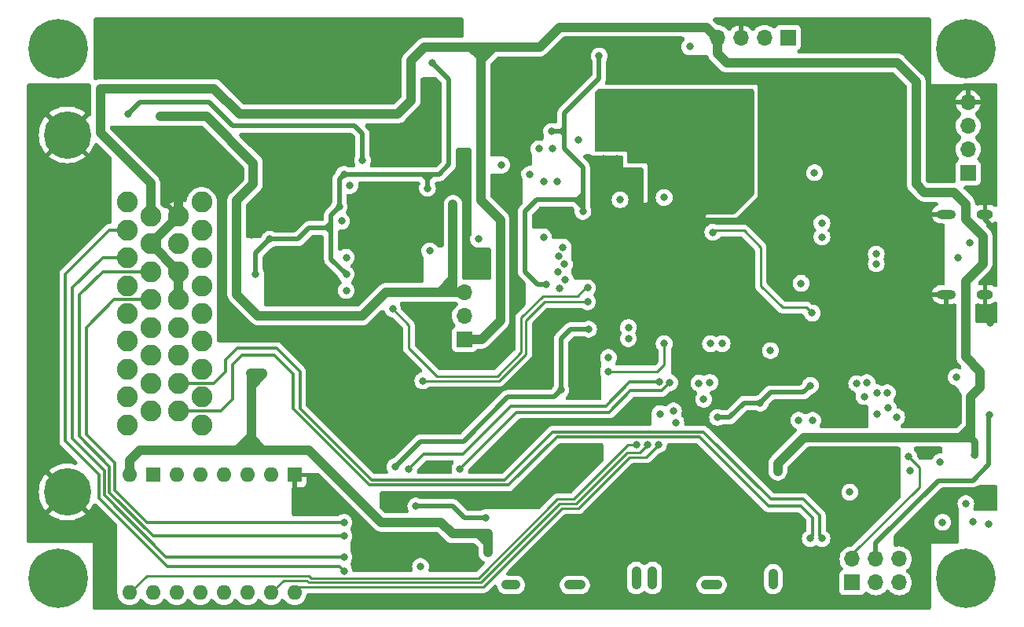
<source format=gbr>
%TF.GenerationSoftware,KiCad,Pcbnew,8.0.6*%
%TF.CreationDate,2024-11-18T15:03:55+07:00*%
%TF.ProjectId,NO2C,4e4f3243-2e6b-4696-9361-645f70636258,vD1*%
%TF.SameCoordinates,Original*%
%TF.FileFunction,Copper,L3,Inr*%
%TF.FilePolarity,Positive*%
%FSLAX46Y46*%
G04 Gerber Fmt 4.6, Leading zero omitted, Abs format (unit mm)*
G04 Created by KiCad (PCBNEW 8.0.6) date 2024-11-18 15:03:55*
%MOMM*%
%LPD*%
G01*
G04 APERTURE LIST*
%TA.AperFunction,ComponentPad*%
%ADD10R,1.700000X1.700000*%
%TD*%
%TA.AperFunction,ComponentPad*%
%ADD11O,1.700000X1.700000*%
%TD*%
%TA.AperFunction,ComponentPad*%
%ADD12O,1.600000X1.600000*%
%TD*%
%TA.AperFunction,ComponentPad*%
%ADD13R,1.600000X1.600000*%
%TD*%
%TA.AperFunction,ComponentPad*%
%ADD14C,2.250000*%
%TD*%
%TA.AperFunction,ComponentPad*%
%ADD15C,5.100000*%
%TD*%
%TA.AperFunction,ComponentPad*%
%ADD16C,0.800000*%
%TD*%
%TA.AperFunction,ComponentPad*%
%ADD17C,6.400000*%
%TD*%
%TA.AperFunction,ComponentPad*%
%ADD18O,2.100000X1.000000*%
%TD*%
%TA.AperFunction,ComponentPad*%
%ADD19O,1.800000X1.000000*%
%TD*%
%TA.AperFunction,ViaPad*%
%ADD20C,0.800000*%
%TD*%
%TA.AperFunction,Conductor*%
%ADD21C,0.500000*%
%TD*%
%TA.AperFunction,Conductor*%
%ADD22C,1.000000*%
%TD*%
%TA.AperFunction,Conductor*%
%ADD23C,0.250000*%
%TD*%
%TA.AperFunction,Conductor*%
%ADD24C,0.800000*%
%TD*%
%TA.AperFunction,Conductor*%
%ADD25C,0.300000*%
%TD*%
G04 APERTURE END LIST*
D10*
%TO.N,IP*%
%TO.C,J3*%
X89000000Y3000000D03*
D11*
%TO.N,VM*%
X89000000Y5540000D03*
%TO.N,+12V*%
X91540000Y3000000D03*
%TO.N,HEAT-*%
X91540000Y5540000D03*
%TO.N,IA*%
X94080000Y3000000D03*
%TO.N,UN*%
X94080000Y5540000D03*
%TD*%
D12*
%TO.N,/ENBL*%
%TO.C,IC4*%
X11150000Y1902000D03*
%TO.N,unconnected-(IC4-P2-Pad2)*%
X13690000Y1902000D03*
%TO.N,unconnected-(IC4-P3-Pad3)*%
X16230000Y1902000D03*
%TO.N,unconnected-(IC4-P4-Pad4)*%
X18770000Y1902000D03*
%TO.N,+5V*%
X21310000Y1902000D03*
X23850000Y1902000D03*
%TO.N,/STEP*%
X26390000Y1902000D03*
%TO.N,/DIR*%
X28930000Y1902000D03*
D13*
%TO.N,GND*%
X28930000Y14602000D03*
D12*
%TO.N,unconnected-(IC4-P10-Pad10)*%
X26390000Y14602000D03*
%TO.N,/STP-A2*%
X23850000Y14602000D03*
%TO.N,/STP-A1*%
X21310000Y14602000D03*
%TO.N,/STP-B1*%
X18770000Y14602000D03*
%TO.N,/STP-B2*%
X16230000Y14602000D03*
D13*
%TO.N,Earth*%
X13690000Y14602000D03*
D12*
%TO.N,+12V*%
X11150000Y14602000D03*
%TD*%
D14*
%TO.N,+BATT*%
%TO.C,J1*%
X10937500Y44000000D03*
%TO.N,VR1+*%
X10937500Y41000000D03*
%TO.N,/VR1-*%
X10937500Y38000000D03*
%TO.N,/IGN1*%
X10937500Y35000000D03*
%TO.N,/IGN2*%
X10937500Y32000000D03*
%TO.N,/STP-A1*%
X10937500Y29000000D03*
%TO.N,/STP-A2*%
X10937500Y26000000D03*
%TO.N,/STP-B2*%
X10937500Y23000000D03*
%TO.N,/STP-B1*%
X10937500Y20000000D03*
%TO.N,+5V*%
X13437500Y42500000D03*
%TO.N,GND*%
X13437500Y39500000D03*
%TO.N,/VR2-*%
X13437500Y36500000D03*
%TO.N,VR2+*%
X13437500Y33500000D03*
%TO.N,/TACHO*%
X13437500Y30500000D03*
%TO.N,Net-(J1-Pad15)*%
X13437500Y27500000D03*
%TO.N,Net-(J1-Pad16)*%
X13437500Y24500000D03*
%TO.N,/IDLE*%
X13437500Y21500000D03*
%TO.N,GND*%
X16437500Y42500000D03*
%TO.N,/LAUNCH*%
X16437500Y39500000D03*
%TO.N,GND*%
X16437500Y36500000D03*
X16437500Y33500000D03*
%TO.N,/SWCLK*%
X16437500Y30500000D03*
%TO.N,/SWDIO*%
X16437500Y27500000D03*
%TO.N,CANH*%
X16437500Y24500000D03*
%TO.N,CANL*%
X16437500Y21500000D03*
%TO.N,/O2*%
X18937500Y44000000D03*
%TO.N,/TPS*%
X18937500Y41000000D03*
%TO.N,/CLT*%
X18937500Y38000000D03*
%TO.N,/IAT*%
X18937500Y35000000D03*
%TO.N,/INJ1*%
X18937500Y32000000D03*
%TO.N,/INJ2*%
X18937500Y29000000D03*
%TO.N,/VVT*%
X18937500Y26000000D03*
%TO.N,/BOOST*%
X18937500Y23000000D03*
%TO.N,/FUELP*%
X18937500Y20000000D03*
D15*
%TO.N,GND*%
X4437500Y51250000D03*
X4437500Y12750000D03*
%TD*%
D10*
%TO.N,+3.3V*%
%TO.C,P1*%
X101500000Y47170000D03*
D11*
%TO.N,/SWDIO*%
X101500000Y49710000D03*
%TO.N,/SWCLK*%
X101500000Y52250000D03*
%TO.N,GND*%
X101500000Y54790000D03*
%TD*%
D16*
%TO.N,N/C*%
%TO.C,REF\u002A\u002A*%
X98850000Y3500000D03*
X99552944Y5197056D03*
X99552944Y1802944D03*
X101250000Y5900000D03*
D17*
X101250000Y3500000D03*
D16*
X101250000Y1100000D03*
X102947056Y5197056D03*
X102947056Y1802944D03*
X103650000Y3500000D03*
%TD*%
%TO.N,N/C*%
%TO.C,REF\u002A\u002A*%
X1100000Y60500000D03*
X1802944Y62197056D03*
X1802944Y58802944D03*
X3500000Y62900000D03*
D17*
X3500000Y60500000D03*
D16*
X3500000Y58100000D03*
X5197056Y62197056D03*
X5197056Y58802944D03*
X5900000Y60500000D03*
%TD*%
%TO.N,N/C*%
%TO.C,REF\u002A\u002A*%
X1100000Y3500000D03*
X1802944Y5197056D03*
X1802944Y1802944D03*
X3500000Y5900000D03*
D17*
X3500000Y3500000D03*
D16*
X3500000Y1100000D03*
X5197056Y5197056D03*
X5197056Y1802944D03*
X5900000Y3500000D03*
%TD*%
%TO.N,N/C*%
%TO.C,REF\u002A\u002A*%
X98850000Y60500000D03*
X99552944Y62197056D03*
X99552944Y58802944D03*
X101250000Y62900000D03*
D17*
X101250000Y60500000D03*
D16*
X101250000Y58100000D03*
X102947056Y62197056D03*
X102947056Y58802944D03*
X103650000Y60500000D03*
%TD*%
D10*
%TO.N,+5V*%
%TO.C,JP1*%
X47250000Y29210000D03*
D11*
%TO.N,Net-(IC1-VDD)*%
X47250000Y31750000D03*
%TO.N,+12V*%
X47250000Y34290000D03*
%TD*%
D18*
%TO.N,GND*%
%TO.C,J2*%
X99145000Y34055000D03*
D19*
X103325000Y34055000D03*
D18*
X99145000Y42695000D03*
D19*
X103325000Y42695000D03*
%TD*%
D10*
%TO.N,/PA10*%
%TO.C,P4*%
X82100000Y61750000D03*
D11*
%TO.N,/PA9*%
X79560000Y61750000D03*
%TO.N,GND*%
X77020000Y61750000D03*
%TO.N,+5V*%
X74480000Y61750000D03*
%TD*%
D20*
%TO.N,GND*%
X103900000Y32450000D03*
X103900000Y31000000D03*
X91500000Y29500000D03*
X88250000Y21500000D03*
X88250000Y20250000D03*
X94000000Y7350000D03*
X95500000Y61750000D03*
X92500000Y61750000D03*
X89750000Y61750000D03*
X87250000Y61750000D03*
X84500000Y52500000D03*
X90750000Y52750000D03*
X87500000Y52500000D03*
X93250000Y52500000D03*
X93250000Y56750000D03*
X90750000Y56750000D03*
X87500000Y56750000D03*
X84500000Y56750000D03*
X89000000Y48250000D03*
X91750000Y48000000D03*
X86500000Y44750000D03*
X89000000Y44750000D03*
X91750000Y44750000D03*
X97250000Y32000000D03*
X99000000Y32000000D03*
X87000000Y38000000D03*
X86250000Y35250000D03*
X89250000Y39250000D03*
X89000000Y33500000D03*
X93250000Y35500000D03*
X88400000Y9400000D03*
X88450000Y7550000D03*
X98600000Y29350000D03*
X98600000Y27400000D03*
X98600000Y25800000D03*
%TO.N,+5V*%
X95900000Y47950000D03*
%TO.N,/USB_D+*%
X101700000Y39650000D03*
X100400000Y38050000D03*
%TO.N,/USB_D-*%
X91600000Y37350000D03*
%TO.N,/USB_D+*%
X91600000Y38400000D03*
%TO.N,GND*%
X96400000Y16950000D03*
X97500000Y16950000D03*
X103825000Y12675000D03*
%TO.N,HEAT-*%
X103825000Y21050000D03*
%TO.N,/SPI3_MISO*%
X90300000Y23050000D03*
%TO.N,/SPI3_MOSI*%
X89500000Y24450000D03*
%TO.N,/DIAHG*%
X90600000Y24550000D03*
%TO.N,/SPI3_MOSI*%
X93800000Y20850000D03*
%TO.N,/SPI3_MISO*%
X92900000Y21850000D03*
%TO.N,/UA*%
X92800000Y23450000D03*
%TO.N,/SS3*%
X91700000Y23450000D03*
X91700000Y21150000D03*
%TO.N,+5V*%
X102800000Y24050000D03*
%TO.N,VM*%
X95100000Y16550000D03*
X100200000Y25150000D03*
%TO.N,GND*%
X92900000Y28150000D03*
%TO.N,/UA*%
X95200000Y15050000D03*
%TO.N,/DIAHG*%
X98500000Y16000000D03*
%TO.N,+5V*%
X102225000Y16775000D03*
X91500000Y18650000D03*
%TO.N,IA*%
X102000000Y9600000D03*
%TO.N,IP*%
X103700000Y9300000D03*
%TO.N,IA*%
X101250000Y11500000D03*
%TO.N,GND*%
X95550000Y7350000D03*
%TO.N,IA*%
X88750000Y12750000D03*
%TO.N,+12V*%
X98750000Y9500000D03*
%TO.N,GND*%
X76500000Y30400000D03*
X93250000Y31950000D03*
X90500000Y31950000D03*
X85700000Y26500000D03*
X82250000Y28650000D03*
X84600000Y28650000D03*
X86050000Y16050000D03*
%TO.N,+3.3V*%
X84950000Y47170000D03*
%TO.N,/SS3*%
X84700000Y32050000D03*
%TO.N,GND*%
X82000000Y26450000D03*
%TO.N,/SS3*%
X74000000Y40750000D03*
%TO.N,+5V*%
X32750000Y53500000D03*
X31500000Y53500000D03*
X81000000Y15000000D03*
X42500000Y4750000D03*
X8050000Y56250000D03*
%TO.N,+12V*%
X25500000Y25550000D03*
X14450000Y53250000D03*
X49750000Y7250000D03*
X58500000Y2750000D03*
X46000000Y43750000D03*
X49750000Y6250000D03*
X49750000Y8250000D03*
X24200000Y25550000D03*
X74500000Y2750000D03*
X73250000Y2750000D03*
X59750000Y2750000D03*
%TO.N,/PA3*%
X58000000Y37300000D03*
X34000000Y41950000D03*
%TO.N,/PA4*%
X34500000Y38050000D03*
X57350000Y36450000D03*
%TO.N,/PA5*%
X58100000Y35650000D03*
X34500000Y34475000D03*
%TO.N,/STEP*%
X67000000Y17850000D03*
X69750000Y21500000D03*
%TO.N,/DIR*%
X70000000Y20250000D03*
X68150000Y17850000D03*
%TO.N,/ENBL*%
X65800000Y17850000D03*
X68300000Y21200000D03*
%TO.N,/VR1-*%
X34250000Y5750000D03*
%TO.N,/VR2-*%
X34250000Y8000000D03*
%TO.N,/FUELP*%
X65750000Y4250000D03*
X65750000Y2750000D03*
%TO.N,/BOOST*%
X67500000Y4250000D03*
X67500000Y2750000D03*
%TO.N,/IDLE*%
X51750000Y2750000D03*
X52750000Y2750000D03*
%TO.N,/IGN2*%
X55750000Y40250000D03*
%TO.N,/IGN1*%
X48750000Y40000000D03*
%TO.N,/TACHO*%
X51250000Y48000000D03*
%TO.N,/VVT*%
X80500000Y4000000D03*
X80500000Y2750000D03*
%TO.N,/LAUNCH*%
X62750000Y27250000D03*
%TO.N,/PD11*%
X69350000Y24550000D03*
X46750000Y15250000D03*
%TO.N,Net-(D5-COM)*%
X68750000Y28750000D03*
X62750000Y25750000D03*
%TO.N,/PA2*%
X34900000Y45800000D03*
X57400000Y38200000D03*
%TO.N,/PD10*%
X68200000Y24600000D03*
X41250000Y15250000D03*
%TO.N,/PA0*%
X64000000Y44250000D03*
X59500000Y50750000D03*
%TO.N,/PA1*%
X57850000Y39150000D03*
X43500000Y38750000D03*
%TO.N,Net-(D20-COM)*%
X85750000Y41750000D03*
X84750000Y20500000D03*
%TO.N,Net-(D21-COM)*%
X83250000Y20500000D03*
X85750000Y40250000D03*
%TO.N,/SCL*%
X64900000Y30500000D03*
X55750000Y46250000D03*
%TO.N,CANL*%
X84500000Y7750000D03*
%TO.N,CANH*%
X85750000Y7750000D03*
%TO.N,/SDA*%
X64900000Y29300000D03*
X57250000Y46250000D03*
%TO.N,+BATT*%
X36250000Y48500000D03*
X11000000Y53500000D03*
%TO.N,VR2+*%
X34250000Y9500000D03*
%TO.N,VR1+*%
X34250000Y4250000D03*
%TO.N,/PD8*%
X60500000Y34750000D03*
X39500000Y32500000D03*
%TO.N,/PD14*%
X57500000Y34700000D03*
X54250000Y47000000D03*
%TO.N,/PD9*%
X42750000Y24750000D03*
X60500000Y33250000D03*
%TO.N,/SWDIO*%
X73000000Y22750000D03*
%TO.N,Net-(U2-NRST)*%
X68750000Y44500000D03*
X71500000Y60750000D03*
%TO.N,GND*%
X24100000Y42200000D03*
X73250000Y36000000D03*
X34000000Y63000000D03*
X61750000Y54000000D03*
X64750000Y38500000D03*
X71750000Y20500000D03*
X70250000Y29000000D03*
X38500000Y12000000D03*
X68750000Y32750000D03*
X29750000Y63000000D03*
X12250000Y61250000D03*
X34950000Y44300000D03*
X55500000Y20000000D03*
X63700000Y48650000D03*
X12250000Y59500000D03*
X63250000Y42000000D03*
X30250000Y43650000D03*
X69050000Y14700000D03*
X76500000Y36000000D03*
X72250000Y47000000D03*
X73500000Y57350000D03*
X73450000Y15700000D03*
X68750000Y30250000D03*
X46750000Y63250000D03*
X44000000Y57050000D03*
X61750000Y52250000D03*
X52700000Y47400000D03*
X79000000Y20250000D03*
X76500000Y34250000D03*
X13500000Y48500000D03*
X67500000Y58000000D03*
X69650000Y55550000D03*
X75650000Y57350000D03*
X76750000Y51750000D03*
X33000000Y48000000D03*
X60000000Y61000000D03*
X30750000Y36250000D03*
X43000000Y31000000D03*
X62250000Y48650000D03*
X74750000Y49750000D03*
X31000000Y47250000D03*
X55750000Y41750000D03*
X24250000Y40500000D03*
X18750000Y63000000D03*
X48150000Y5900000D03*
X21750000Y46500000D03*
X68750000Y36000000D03*
X21750000Y45250000D03*
X54500000Y20000000D03*
X36250000Y60000000D03*
X43000000Y29000000D03*
X55000000Y30650000D03*
X64750000Y36000000D03*
X28500000Y63000000D03*
X34950000Y43000000D03*
X63950000Y55450000D03*
X74500000Y55500000D03*
X71400000Y32750000D03*
X66750000Y29000000D03*
X59250000Y24750000D03*
X76500000Y38750000D03*
X76500000Y37500000D03*
X61500000Y42000000D03*
X73000000Y45750000D03*
X76500000Y28800000D03*
X18500000Y47750000D03*
X35625000Y41375000D03*
X68750000Y46000000D03*
X16750000Y47750000D03*
X83900000Y36750000D03*
X61750000Y50500000D03*
X61850000Y55400000D03*
X12250000Y63000000D03*
X75300000Y14350000D03*
X65500000Y58000000D03*
X69100000Y16700000D03*
X55200000Y28700000D03*
X35750000Y63000000D03*
X52750000Y24250000D03*
X60250000Y16500000D03*
X76750000Y49750000D03*
X37000000Y16250000D03*
X66400000Y14700000D03*
X38000000Y41250000D03*
X45250000Y32750000D03*
X63500000Y60000000D03*
X87450000Y16050000D03*
X48200000Y4600000D03*
X44000000Y53000000D03*
X59000000Y16500000D03*
X42250000Y63250000D03*
X45500000Y15750000D03*
X73250000Y49750000D03*
X61500000Y16500000D03*
X38500000Y16250000D03*
X20250000Y63000000D03*
X54000000Y24250000D03*
X72000000Y48250000D03*
X36250000Y57500000D03*
X66800000Y48600000D03*
X53500000Y20000000D03*
X36450000Y34500000D03*
X49500000Y23500000D03*
X69500000Y58000000D03*
X72900000Y21250000D03*
X76750000Y53750000D03*
X27500000Y48000000D03*
X64750000Y33750000D03*
X57000000Y56000000D03*
X76750000Y55500000D03*
X60500000Y23500000D03*
X83900000Y38700000D03*
X26250000Y36275000D03*
X68400000Y55550000D03*
X15000000Y47750000D03*
X73250000Y38500000D03*
X43250000Y6480000D03*
X14250000Y63000000D03*
X77800000Y57400000D03*
%TO.N,/SWCLK*%
X80200000Y28000000D03*
%TO.N,+3.3V*%
X61750000Y59750000D03*
X49500000Y10000000D03*
X57625000Y23750000D03*
X60600000Y30300000D03*
X56625000Y51625000D03*
X60000000Y43000000D03*
X33750000Y43500000D03*
X43250000Y45500000D03*
X83500000Y35250000D03*
X26250000Y40000000D03*
X56000000Y35125000D03*
X42000000Y11250000D03*
X24750000Y36250000D03*
X34250000Y47000000D03*
X84500000Y24250000D03*
X39750000Y15500000D03*
X43750000Y59000000D03*
X79100000Y22350000D03*
X74500000Y20800000D03*
X34500000Y36225000D03*
%TO.N,/PA9*%
X72500000Y24500000D03*
%TO.N,/PA10*%
X73675000Y24575000D03*
%TO.N,/USB_D-*%
X73750000Y28750000D03*
%TO.N,/USB_D+*%
X75000000Y28750000D03*
%TO.N,Net-(J1-Pad16)*%
X56750000Y49750000D03*
%TO.N,Net-(J1-Pad15)*%
X55250000Y49750000D03*
%TD*%
D21*
%TO.N,HEAT-*%
X103750000Y20975000D02*
X103825000Y21050000D01*
X98300000Y14000000D02*
X102000000Y14000000D01*
X103750000Y15750000D02*
X103750000Y20975000D01*
X91540000Y7240000D02*
X98300000Y14000000D01*
X102000000Y14000000D02*
X103750000Y15750000D01*
X91540000Y5540000D02*
X91540000Y7240000D01*
D22*
%TO.N,+5V*%
X100700000Y18650000D02*
X101800000Y19750000D01*
X100500000Y18650000D02*
X100700000Y18650000D01*
X101800000Y19750000D02*
X101800000Y23050000D01*
X101800000Y18650000D02*
X101800000Y19750000D01*
X100500000Y18650000D02*
X91500000Y18650000D01*
X101800000Y18650000D02*
X100500000Y18650000D01*
D21*
%TO.N,GND*%
X103325000Y42175000D02*
X104250000Y41250000D01*
X103325000Y42695000D02*
X103325000Y42175000D01*
D23*
%TO.N,VM*%
X96250000Y15400000D02*
X95100000Y16550000D01*
X96250000Y13300000D02*
X96250000Y15400000D01*
X89000000Y5540000D02*
X89000000Y6050000D01*
X89000000Y6050000D02*
X96250000Y13300000D01*
D24*
%TO.N,+5V*%
X102225000Y18225000D02*
X101800000Y18650000D01*
X102225000Y16775000D02*
X102225000Y18225000D01*
D22*
X74480000Y60020000D02*
X74480000Y61750000D01*
X75500000Y59000000D02*
X74480000Y60020000D01*
X93900000Y59000000D02*
X75500000Y59000000D01*
X95900000Y57000000D02*
X93900000Y59000000D01*
X95900000Y47950000D02*
X95900000Y57000000D01*
X102800000Y25750000D02*
X102800000Y24050000D01*
X103100000Y37350000D02*
X101250000Y35500000D01*
X101250000Y35500000D02*
X101250000Y27300000D01*
X101250000Y42150000D02*
X103100000Y40300000D01*
X101250000Y43800000D02*
X101250000Y42150000D01*
X101250000Y27300000D02*
X102800000Y25750000D01*
X103100000Y40300000D02*
X103100000Y37350000D01*
X100000000Y45050000D02*
X101250000Y43800000D01*
X95900000Y45950000D02*
X96800000Y45050000D01*
X95900000Y47950000D02*
X95900000Y45950000D01*
X96800000Y45050000D02*
X100000000Y45050000D01*
X101800000Y23050000D02*
X102800000Y24050000D01*
D23*
%TO.N,/SS3*%
X74200000Y40950000D02*
X74000000Y40750000D01*
X77350000Y40950000D02*
X74200000Y40950000D01*
X79150000Y39150000D02*
X77350000Y40950000D01*
X79150000Y35000000D02*
X79150000Y39150000D01*
X81500000Y32650000D02*
X79150000Y35000000D01*
X84100000Y32650000D02*
X81500000Y32650000D01*
X84700000Y32050000D02*
X84100000Y32650000D01*
D22*
%TO.N,+5V*%
X83800000Y18650000D02*
X91500000Y18650000D01*
X81000000Y15850000D02*
X83800000Y18650000D01*
X81000000Y15000000D02*
X81000000Y15850000D01*
D21*
%TO.N,+3.3V*%
X84500000Y24250000D02*
X83750000Y23500000D01*
X83750000Y23500000D02*
X82500000Y23500000D01*
X80250000Y23500000D02*
X82000000Y23500000D01*
X79100000Y22350000D02*
X80250000Y23500000D01*
X75800000Y20800000D02*
X74500000Y20800000D01*
X77350000Y22350000D02*
X75800000Y20800000D01*
X79100000Y22350000D02*
X77350000Y22350000D01*
X82750000Y23500000D02*
X82500000Y23500000D01*
D22*
%TO.N,+5V*%
X49000000Y59650000D02*
X47950000Y60700000D01*
X49000000Y59350000D02*
X49000000Y44200000D01*
X31500000Y53500000D02*
X23000000Y53500000D01*
X57500000Y62850000D02*
X55350000Y60700000D01*
X8000000Y51500000D02*
X8000000Y56200000D01*
X41500000Y59300000D02*
X42900000Y60700000D01*
X50350000Y60700000D02*
X50450000Y60700000D01*
X74480000Y61750000D02*
X74400000Y61750000D01*
X10875000Y48625000D02*
X8000000Y51500000D01*
X73300000Y62850000D02*
X57500000Y62850000D01*
X13437500Y46062500D02*
X10875000Y48625000D01*
X74400000Y61750000D02*
X73300000Y62850000D01*
X49000000Y59350000D02*
X50350000Y60700000D01*
X13437500Y42500000D02*
X13437500Y46062500D01*
X50450000Y60700000D02*
X47950000Y60700000D01*
X51100000Y42100000D02*
X51100000Y31250000D01*
X55350000Y60700000D02*
X50450000Y60700000D01*
X8000000Y56200000D02*
X8050000Y56250000D01*
X42900000Y60700000D02*
X47950000Y60700000D01*
X49000000Y59350000D02*
X49000000Y59650000D01*
X31500000Y53500000D02*
X40050000Y53500000D01*
X23000000Y53500000D02*
X20250000Y56250000D01*
X41500000Y54950000D02*
X41500000Y59300000D01*
X20250000Y56250000D02*
X8050000Y56250000D01*
X49000000Y44200000D02*
X51100000Y42100000D01*
X51100000Y31250000D02*
X49060000Y29210000D01*
X49060000Y29210000D02*
X47250000Y29210000D01*
X40050000Y53500000D02*
X41500000Y54950000D01*
X49000000Y60500000D02*
X49000000Y59350000D01*
%TO.N,+12V*%
X24250000Y25500000D02*
X24250000Y24250000D01*
X25000000Y31750000D02*
X36250000Y31750000D01*
X14450000Y53250000D02*
X19450000Y53250000D01*
X24500000Y48200000D02*
X24500000Y46000000D01*
X44600000Y34290000D02*
X46000000Y34290000D01*
X22687500Y44187500D02*
X22687500Y34062500D01*
X23500000Y17250000D02*
X22750000Y17250000D01*
X12250000Y17250000D02*
X11150000Y16150000D01*
X24250000Y19000000D02*
X24250000Y17250000D01*
X38250000Y9500000D02*
X30500000Y17250000D01*
X46000000Y35750000D02*
X46000000Y43750000D01*
X49750000Y7250000D02*
X48750000Y8250000D01*
X38790000Y34290000D02*
X44600000Y34290000D01*
X24500000Y46000000D02*
X22687500Y44187500D01*
X24250000Y19000000D02*
X24250000Y18750000D01*
X30500000Y17250000D02*
X25500000Y17250000D01*
X25500000Y25500000D02*
X24250000Y24250000D01*
X58500000Y2750000D02*
X59750000Y2750000D01*
X24250000Y24250000D02*
X24250000Y19000000D01*
X24250000Y19000000D02*
X24250000Y18500000D01*
X46000000Y34290000D02*
X46000000Y35750000D01*
X49750000Y7250000D02*
X49750000Y6250000D01*
X46000000Y35690000D02*
X44600000Y34290000D01*
X11150000Y16150000D02*
X11150000Y14602000D01*
X46000000Y35750000D02*
X46000000Y35690000D01*
X74500000Y2750000D02*
X73250000Y2750000D01*
X49750000Y8250000D02*
X49750000Y7250000D01*
X49750000Y8250000D02*
X48750000Y8250000D01*
X22687500Y34062500D02*
X25000000Y31750000D01*
X25500000Y25550000D02*
X24200000Y25550000D01*
X25500000Y25550000D02*
X25500000Y25500000D01*
X19450000Y53250000D02*
X24500000Y48200000D01*
X48750000Y8250000D02*
X45950000Y8250000D01*
X46000000Y34290000D02*
X47250000Y34290000D01*
X45950000Y8250000D02*
X44700000Y9500000D01*
X44700000Y9500000D02*
X38250000Y9500000D01*
X24250000Y18500000D02*
X25500000Y17250000D01*
X24250000Y18750000D02*
X22750000Y17250000D01*
X24200000Y25550000D02*
X24250000Y25500000D01*
X22750000Y17250000D02*
X12250000Y17250000D01*
X24250000Y17250000D02*
X23500000Y17250000D01*
X36250000Y31750000D02*
X38790000Y34290000D01*
X25500000Y17250000D02*
X23500000Y17250000D01*
D23*
%TO.N,/STEP*%
X67000000Y17850000D02*
X66150000Y17000000D01*
X59250000Y11500000D02*
X57500000Y11500000D01*
X27738000Y3250000D02*
X26390000Y1902000D01*
X64750000Y17000000D02*
X59250000Y11500000D01*
X30500000Y3000000D02*
X30250000Y3250000D01*
X30250000Y3250000D02*
X27738000Y3250000D01*
X49000000Y3000000D02*
X30500000Y3000000D01*
X57500000Y11500000D02*
X49000000Y3000000D01*
X66150000Y17000000D02*
X64750000Y17000000D01*
%TO.N,/DIR*%
X68150000Y17850000D02*
X66800000Y16500000D01*
X66800000Y16500000D02*
X65000000Y16500000D01*
X49250000Y2500000D02*
X29528000Y2500000D01*
X57750000Y11000000D02*
X49250000Y2500000D01*
X29528000Y2500000D02*
X28930000Y1902000D01*
X59500000Y11000000D02*
X57750000Y11000000D01*
X65000000Y16500000D02*
X59500000Y11000000D01*
%TO.N,/ENBL*%
X57250000Y12000000D02*
X48750000Y3500000D01*
X59000000Y12000000D02*
X57250000Y12000000D01*
X13000000Y3750000D02*
X11152000Y1902000D01*
X30500000Y3750000D02*
X13000000Y3750000D01*
X64850000Y17850000D02*
X59000000Y12000000D01*
X30750000Y3500000D02*
X30500000Y3750000D01*
X48750000Y3500000D02*
X30750000Y3500000D01*
X11152000Y1902000D02*
X11150000Y1902000D01*
X65800000Y17850000D02*
X64850000Y17850000D01*
D25*
%TO.N,/VR1-*%
X5000000Y34750000D02*
X8250000Y38000000D01*
X5000000Y18500000D02*
X5000000Y34750000D01*
X15100000Y5750000D02*
X8450000Y12400000D01*
X34250000Y5750000D02*
X15100000Y5750000D01*
X8250000Y38000000D02*
X10937500Y38000000D01*
X8450000Y12400000D02*
X8450000Y15050000D01*
X8450000Y15050000D02*
X5000000Y18500000D01*
%TO.N,/VR2-*%
X5750000Y18750000D02*
X9000000Y15500000D01*
X5750000Y34000000D02*
X5750000Y18750000D01*
X13700000Y8000000D02*
X34250000Y8000000D01*
X13437500Y36500000D02*
X8250000Y36500000D01*
X9000000Y15500000D02*
X9000000Y12700000D01*
X8250000Y36500000D02*
X5750000Y34000000D01*
X9000000Y12700000D02*
X13700000Y8000000D01*
D22*
%TO.N,/FUELP*%
X65750000Y4250000D02*
X65750000Y2750000D01*
%TO.N,/BOOST*%
X67500000Y4250000D02*
X67500000Y2750000D01*
%TO.N,/IDLE*%
X51750000Y2750000D02*
X52750000Y2750000D01*
%TO.N,/VVT*%
X80500000Y4000000D02*
X80500000Y2750000D01*
D25*
%TO.N,/PD11*%
X52850000Y21350000D02*
X62800000Y21350000D01*
X68475000Y23675000D02*
X65125000Y23675000D01*
X65125000Y23675000D02*
X62800000Y21350000D01*
X46750000Y15250000D02*
X52850000Y21350000D01*
X68475000Y23675000D02*
X69350000Y24550000D01*
D23*
%TO.N,Net-(D5-COM)*%
X68750000Y26500000D02*
X68000000Y25750000D01*
X68750000Y28750000D02*
X68750000Y26500000D01*
X68000000Y25750000D02*
X62750000Y25750000D01*
D25*
%TO.N,/PD10*%
X47100000Y16850000D02*
X52250000Y22000000D01*
X42850000Y16850000D02*
X47100000Y16850000D01*
X65050000Y24600000D02*
X68200000Y24600000D01*
X52250000Y22000000D02*
X62450000Y22000000D01*
X41250000Y15250000D02*
X42850000Y16850000D01*
X62450000Y22000000D02*
X65050000Y24600000D01*
%TO.N,CANL*%
X23250000Y27500000D02*
X22250000Y26500000D01*
X28750000Y21750000D02*
X28750000Y25500000D01*
X26750000Y27500000D02*
X23250000Y27500000D01*
X84750000Y8000000D02*
X84750000Y10000000D01*
X52000000Y13500000D02*
X37000000Y13500000D01*
X21000000Y21500000D02*
X16437500Y21500000D01*
X28750000Y25500000D02*
X26750000Y27500000D01*
X83500000Y11250000D02*
X80000000Y11250000D01*
X80000000Y11250000D02*
X72550000Y18700000D01*
X57200000Y18700000D02*
X52000000Y13500000D01*
X84750000Y10000000D02*
X83500000Y11250000D01*
X37000000Y13500000D02*
X28750000Y21750000D01*
X84500000Y7750000D02*
X84750000Y8000000D01*
X22250000Y22750000D02*
X21000000Y21500000D01*
X72550000Y18700000D02*
X57200000Y18700000D01*
X22250000Y26500000D02*
X22250000Y22750000D01*
%TO.N,CANH*%
X37227818Y14050000D02*
X51550000Y14050000D01*
X85500000Y10250000D02*
X85500000Y8000000D01*
X21500000Y25750000D02*
X21500000Y27000000D01*
X21500000Y27000000D02*
X22750000Y28250000D01*
X73000000Y19250000D02*
X80250000Y12000000D01*
X56750000Y19250000D02*
X73000000Y19250000D01*
X20250000Y24500000D02*
X21500000Y25750000D01*
X29500000Y25750000D02*
X29500000Y21777818D01*
X51550000Y14050000D02*
X56750000Y19250000D01*
X27000000Y28250000D02*
X29500000Y25750000D01*
X83750000Y12000000D02*
X85500000Y10250000D01*
X16437500Y24500000D02*
X20250000Y24500000D01*
X80250000Y12000000D02*
X83750000Y12000000D01*
X85500000Y8000000D02*
X85750000Y7750000D01*
X22750000Y28250000D02*
X27000000Y28250000D01*
X29500000Y21777818D02*
X37227818Y14050000D01*
D21*
%TO.N,+BATT*%
X19750000Y54750000D02*
X12250000Y54750000D01*
X36250000Y51350000D02*
X35350000Y52250000D01*
X22250000Y52250000D02*
X19750000Y54750000D01*
X12250000Y54750000D02*
X11000000Y53500000D01*
X36250000Y48500000D02*
X36250000Y51350000D01*
X35350000Y52250000D02*
X22250000Y52250000D01*
D25*
%TO.N,VR2+*%
X9550000Y15950000D02*
X6500000Y19000000D01*
X9500000Y33500000D02*
X13437500Y33500000D01*
X9550000Y12950000D02*
X9550000Y15950000D01*
X13000000Y9500000D02*
X9550000Y12950000D01*
X6500000Y30500000D02*
X9500000Y33500000D01*
X6500000Y19000000D02*
X6500000Y30500000D01*
X34250000Y9500000D02*
X13000000Y9500000D01*
%TO.N,VR1+*%
X33750000Y4750000D02*
X15250000Y4750000D01*
X15250000Y4750000D02*
X7900000Y12100000D01*
X34250000Y4250000D02*
X33750000Y4750000D01*
X4250000Y18250000D02*
X4250000Y36250000D01*
X7900000Y12100000D02*
X7900000Y14600000D01*
X9000000Y41000000D02*
X10937500Y41000000D01*
X7900000Y14600000D02*
X4250000Y18250000D01*
X4250000Y36250000D02*
X9000000Y41000000D01*
D23*
%TO.N,/PD8*%
X55700000Y33900000D02*
X59400000Y33900000D01*
X44250000Y25250000D02*
X50750000Y25250000D01*
X60250000Y34750000D02*
X60500000Y34750000D01*
X39500000Y32500000D02*
X41250000Y30750000D01*
X41250000Y28250000D02*
X44250000Y25250000D01*
X53350000Y27850000D02*
X53350000Y31550000D01*
X53350000Y31550000D02*
X55700000Y33900000D01*
X41250000Y30750000D02*
X41250000Y28250000D01*
X59400000Y33900000D02*
X60250000Y34750000D01*
X50750000Y25250000D02*
X53350000Y27850000D01*
%TO.N,/PD9*%
X53875000Y27625000D02*
X53875000Y31275000D01*
X55850000Y33250000D02*
X60500000Y33250000D01*
X51000000Y24750000D02*
X53875000Y27625000D01*
X42750000Y24750000D02*
X51000000Y24750000D01*
X53875000Y31275000D02*
X55850000Y33250000D01*
D22*
%TO.N,GND*%
X13437500Y39500000D02*
X16437500Y42500000D01*
X16437500Y42500000D02*
X16437500Y45987500D01*
D21*
X16437500Y45987500D02*
X16550000Y46100000D01*
D22*
X16437500Y36500000D02*
X13437500Y39500000D01*
X16437500Y36500000D02*
X16437500Y33500000D01*
D21*
%TO.N,+3.3V*%
X32850000Y41750000D02*
X32850000Y41200000D01*
X42500000Y47000000D02*
X43250000Y47000000D01*
X57650000Y29300000D02*
X58650000Y30300000D01*
X32850000Y37875000D02*
X34500000Y36225000D01*
X57625000Y51625000D02*
X58000000Y51250000D01*
X43250000Y46500000D02*
X43250000Y47000000D01*
X57875000Y51625000D02*
X58000000Y51750000D01*
X32850000Y42600000D02*
X32850000Y41750000D01*
X55125000Y35125000D02*
X53750000Y36500000D01*
X45550000Y57200000D02*
X43750000Y59000000D01*
X43750000Y47000000D02*
X44500000Y47000000D01*
X58000000Y51250000D02*
X58000000Y51000000D01*
X42750000Y47000000D02*
X42500000Y47000000D01*
X32000000Y41200000D02*
X32850000Y41200000D01*
X59200000Y44250000D02*
X59400000Y44250000D01*
X47125000Y18225000D02*
X51900000Y23000000D01*
X32400000Y41200000D02*
X32850000Y40750000D01*
X43250000Y46500000D02*
X42750000Y47000000D01*
X24750000Y38500000D02*
X26250000Y40000000D01*
X59200000Y44250000D02*
X60000000Y44250000D01*
X51900000Y23000000D02*
X56875000Y23000000D01*
X43250000Y45500000D02*
X43250000Y46500000D01*
X58650000Y30300000D02*
X60600000Y30300000D01*
X32300000Y41200000D02*
X32850000Y41750000D01*
X57650000Y23775000D02*
X57650000Y29300000D01*
X82500000Y23500000D02*
X82000000Y23500000D01*
X24750000Y36250000D02*
X24750000Y38500000D01*
X60000000Y44850000D02*
X60000000Y44250000D01*
X32850000Y41200000D02*
X32850000Y40750000D01*
X34250000Y47000000D02*
X42500000Y47000000D01*
X60000000Y44250000D02*
X60000000Y43400000D01*
X56625000Y51625000D02*
X57250000Y51625000D01*
X46000000Y11250000D02*
X42000000Y11250000D01*
X53750000Y43000000D02*
X55000000Y44250000D01*
X55000000Y44250000D02*
X59200000Y44250000D01*
X58000000Y53600000D02*
X61750000Y57350000D01*
X42475000Y18225000D02*
X47125000Y18225000D01*
X44500000Y47000000D02*
X45550000Y48050000D01*
X58000000Y49750000D02*
X58000000Y51000000D01*
X33750000Y43500000D02*
X32850000Y42600000D01*
X59400000Y44250000D02*
X60000000Y44850000D01*
X29300000Y40000000D02*
X30500000Y41200000D01*
X56875000Y23000000D02*
X57625000Y23750000D01*
X33750000Y46500000D02*
X33750000Y43500000D01*
X26250000Y40000000D02*
X29300000Y40000000D01*
X60000000Y43400000D02*
X60000000Y43000000D01*
X58250000Y49500000D02*
X58000000Y49750000D01*
X30500000Y41200000D02*
X32000000Y41200000D01*
X58000000Y52000000D02*
X58000000Y53600000D01*
X58000000Y51000000D02*
X58000000Y51750000D01*
X60000000Y43450000D02*
X60000000Y43400000D01*
X45550000Y48050000D02*
X45550000Y57200000D01*
X32850000Y40750000D02*
X32850000Y37875000D01*
X39750000Y15500000D02*
X42475000Y18225000D01*
X57250000Y51625000D02*
X57625000Y51625000D01*
X58250000Y49500000D02*
X60000000Y47750000D01*
X81750000Y23500000D02*
X81500000Y23500000D01*
X57625000Y51625000D02*
X58000000Y52000000D01*
X34250000Y47000000D02*
X33750000Y46500000D01*
X81500000Y23500000D02*
X82000000Y23500000D01*
X61750000Y57350000D02*
X61750000Y59750000D01*
X32000000Y41200000D02*
X32400000Y41200000D01*
X58000000Y51750000D02*
X58000000Y52000000D01*
X32000000Y41200000D02*
X32300000Y41200000D01*
X60000000Y47750000D02*
X60000000Y44850000D01*
X43250000Y47000000D02*
X43750000Y47000000D01*
X47250000Y10000000D02*
X46000000Y11250000D01*
X57625000Y23750000D02*
X57650000Y23775000D01*
X49500000Y10000000D02*
X47250000Y10000000D01*
X57250000Y51625000D02*
X57875000Y51625000D01*
X43250000Y46500000D02*
X43750000Y47000000D01*
X59200000Y44250000D02*
X60000000Y43450000D01*
X53750000Y36500000D02*
X53750000Y43000000D01*
X56000000Y35125000D02*
X55125000Y35125000D01*
%TD*%
%TA.AperFunction,Conductor*%
%TO.N,GND*%
G36*
X70814551Y61830546D02*
G01*
X70895333Y61776570D01*
X70949309Y61695788D01*
X70968263Y61600500D01*
X70949309Y61505212D01*
X70901562Y61433754D01*
X70902860Y61432585D01*
X70767469Y61282220D01*
X70672822Y61118286D01*
X70614325Y60938256D01*
X70594540Y60750000D01*
X70614325Y60561745D01*
X70634388Y60500000D01*
X70672821Y60381716D01*
X70767467Y60217784D01*
X70767469Y60217781D01*
X70894126Y60077115D01*
X70894129Y60077112D01*
X70973489Y60019454D01*
X71047271Y59965848D01*
X71220189Y59888859D01*
X71220192Y59888858D01*
X71220197Y59888856D01*
X71405354Y59849500D01*
X71602917Y59849500D01*
X71612453Y59850000D01*
X73301107Y59850000D01*
X73396395Y59831046D01*
X73477177Y59777070D01*
X73531153Y59696288D01*
X73531153Y59696287D01*
X73593365Y59546092D01*
X73593366Y59546089D01*
X73593368Y59546086D01*
X73702861Y59382218D01*
X73842218Y59242861D01*
X73842221Y59242859D01*
X74722858Y58362222D01*
X74722861Y58362218D01*
X74862218Y58222861D01*
X75026086Y58113368D01*
X75126783Y58071659D01*
X75126785Y58071657D01*
X75208161Y58037950D01*
X75208162Y58037950D01*
X75208164Y58037949D01*
X75295966Y58020484D01*
X75401459Y57999500D01*
X75401460Y57999500D01*
X75598540Y57999500D01*
X93382440Y57999500D01*
X93477728Y57980546D01*
X93558510Y57926570D01*
X94826570Y56658510D01*
X94880546Y56577728D01*
X94899500Y56482440D01*
X94899500Y45851455D01*
X94937947Y45658170D01*
X94937948Y45658167D01*
X94937949Y45658165D01*
X94957177Y45611745D01*
X95013365Y45476092D01*
X95013366Y45476089D01*
X95013368Y45476086D01*
X95022981Y45461699D01*
X95121705Y45313947D01*
X95122861Y45312218D01*
X95262218Y45172861D01*
X95262221Y45172859D01*
X96022858Y44412222D01*
X96022861Y44412218D01*
X96162218Y44272861D01*
X96326086Y44163368D01*
X96442655Y44115084D01*
X96442657Y44115083D01*
X96442659Y44115082D01*
X96455030Y44109958D01*
X96508164Y44087949D01*
X96520841Y44085428D01*
X96558525Y44077931D01*
X96558530Y44077931D01*
X96558533Y44077930D01*
X96701459Y44049500D01*
X96701460Y44049500D01*
X96898540Y44049500D01*
X98003407Y44049500D01*
X98098695Y44030546D01*
X98179477Y43976570D01*
X98233453Y43895788D01*
X98252407Y43800500D01*
X98233453Y43705212D01*
X98179477Y43624430D01*
X98131109Y43588560D01*
X98131493Y43587985D01*
X97957540Y43471754D01*
X97818246Y43332460D01*
X97708811Y43168680D01*
X97708810Y43168676D01*
X97633428Y42986690D01*
X97633428Y42986688D01*
X97625136Y42945001D01*
X97625137Y42945000D01*
X98428012Y42945000D01*
X98410795Y42935060D01*
X98354940Y42879205D01*
X98315444Y42810796D01*
X98295000Y42734496D01*
X98295000Y42655504D01*
X98315444Y42579204D01*
X98354940Y42510795D01*
X98410795Y42454940D01*
X98428012Y42445000D01*
X97625136Y42445000D01*
X97633428Y42403313D01*
X97633428Y42403311D01*
X97708810Y42221325D01*
X97708811Y42221321D01*
X97818246Y42057541D01*
X97957540Y41918247D01*
X98121320Y41808812D01*
X98121327Y41808809D01*
X98303308Y41733430D01*
X98496511Y41695000D01*
X98751000Y41695000D01*
X98846288Y41676046D01*
X98927070Y41622070D01*
X98981046Y41541288D01*
X99000000Y41446000D01*
X99000000Y35304000D01*
X98981046Y35208712D01*
X98927070Y35127930D01*
X98846288Y35073954D01*
X98751000Y35055000D01*
X98496511Y35055000D01*
X98303308Y35016571D01*
X98121327Y34941192D01*
X98121320Y34941189D01*
X97957540Y34831754D01*
X97818246Y34692460D01*
X97708811Y34528680D01*
X97708810Y34528676D01*
X97633428Y34346690D01*
X97633428Y34346688D01*
X97625136Y34305001D01*
X97625137Y34305000D01*
X98428012Y34305000D01*
X98410795Y34295060D01*
X98354940Y34239205D01*
X98315444Y34170796D01*
X98295000Y34094496D01*
X98295000Y34015504D01*
X98315444Y33939204D01*
X98354940Y33870795D01*
X98410795Y33814940D01*
X98428012Y33805000D01*
X97625136Y33805000D01*
X97633428Y33763313D01*
X97633428Y33763311D01*
X97708810Y33581325D01*
X97708811Y33581321D01*
X97818246Y33417541D01*
X97957540Y33278247D01*
X98121320Y33168812D01*
X98121327Y33168809D01*
X98303308Y33093430D01*
X98496511Y33055000D01*
X98894999Y33055000D01*
X98895000Y33055001D01*
X98895000Y33755000D01*
X99395000Y33755000D01*
X99395000Y33055001D01*
X99395001Y33055000D01*
X99793491Y33055000D01*
X99793495Y33055001D01*
X99951922Y33086514D01*
X100049077Y33086515D01*
X100138836Y33049335D01*
X100207535Y32980637D01*
X100244715Y32890877D01*
X100249500Y32842299D01*
X100249500Y27201457D01*
X100261895Y27139145D01*
X100261895Y27139143D01*
X100261896Y27139143D01*
X100261896Y27139142D01*
X100277291Y27061744D01*
X100287950Y27008161D01*
X100287951Y27008157D01*
X100291538Y26999498D01*
X100291540Y26999494D01*
X100363368Y26826086D01*
X100472861Y26662218D01*
X100612218Y26522861D01*
X100612221Y26522859D01*
X100703406Y26431674D01*
X100757382Y26350892D01*
X100776336Y26255604D01*
X100757382Y26160316D01*
X100703406Y26079534D01*
X100622624Y26025558D01*
X100527336Y26006604D01*
X100475567Y26012045D01*
X100294646Y26050500D01*
X100105354Y26050500D01*
X99920203Y26011146D01*
X99920189Y26011142D01*
X99747271Y25934153D01*
X99594126Y25822886D01*
X99467469Y25682220D01*
X99372822Y25518286D01*
X99314325Y25338256D01*
X99294540Y25150000D01*
X99314325Y24961745D01*
X99328446Y24918286D01*
X99372821Y24781716D01*
X99467467Y24617784D01*
X99467469Y24617781D01*
X99528500Y24550000D01*
X99594129Y24477112D01*
X99708984Y24393665D01*
X99747271Y24365848D01*
X99920189Y24288859D01*
X99920194Y24288858D01*
X99920197Y24288856D01*
X99920199Y24288856D01*
X99920204Y24288854D01*
X99987667Y24274515D01*
X100078006Y24255313D01*
X100167270Y24216964D01*
X100233415Y24149877D01*
X100487030Y23769455D01*
X100765692Y23351462D01*
X100802777Y23261664D01*
X100802728Y23164770D01*
X100799500Y23148540D01*
X100799500Y20267560D01*
X100780546Y20172272D01*
X100726570Y20091490D01*
X100358510Y19723430D01*
X100277728Y19669454D01*
X100182440Y19650500D01*
X94447395Y19650500D01*
X94352107Y19669454D01*
X94271325Y19723430D01*
X94217349Y19804212D01*
X94198395Y19899500D01*
X94217349Y19994788D01*
X94271325Y20075570D01*
X94301036Y20100945D01*
X94314174Y20110491D01*
X94405871Y20177112D01*
X94532533Y20317784D01*
X94627179Y20481716D01*
X94685674Y20661744D01*
X94705460Y20850000D01*
X94685674Y21038256D01*
X94627179Y21218284D01*
X94532533Y21382216D01*
X94532531Y21382219D01*
X94532530Y21382220D01*
X94405873Y21522886D01*
X94405872Y21522887D01*
X94405871Y21522888D01*
X94300423Y21599500D01*
X94252728Y21634153D01*
X94079810Y21711142D01*
X94079798Y21711146D01*
X93991074Y21730004D01*
X93901809Y21768356D01*
X93834015Y21837948D01*
X93798014Y21928186D01*
X93795210Y21947523D01*
X93785674Y22038256D01*
X93727179Y22218284D01*
X93632533Y22382216D01*
X93632531Y22382219D01*
X93632530Y22382220D01*
X93497140Y22532585D01*
X93498696Y22533987D01*
X93451140Y22597675D01*
X93427226Y22691841D01*
X93441168Y22787990D01*
X93490841Y22871482D01*
X93532533Y22917784D01*
X93627179Y23081716D01*
X93685674Y23261744D01*
X93705460Y23450000D01*
X93685674Y23638256D01*
X93627179Y23818284D01*
X93532533Y23982216D01*
X93532531Y23982219D01*
X93532530Y23982220D01*
X93405873Y24122886D01*
X93405872Y24122887D01*
X93405871Y24122888D01*
X93290493Y24206715D01*
X93252728Y24234153D01*
X93079810Y24311142D01*
X93079796Y24311146D01*
X92894646Y24350500D01*
X92705354Y24350500D01*
X92520203Y24311146D01*
X92520194Y24311143D01*
X92351277Y24235936D01*
X92256518Y24214494D01*
X92160766Y24230948D01*
X92148723Y24235936D01*
X91979805Y24311143D01*
X91979803Y24311144D01*
X91979800Y24311145D01*
X91979796Y24311146D01*
X91794646Y24350500D01*
X91750629Y24350500D01*
X91655341Y24369454D01*
X91574559Y24423430D01*
X91520583Y24504212D01*
X91502993Y24573473D01*
X91485674Y24738256D01*
X91473932Y24774393D01*
X91427179Y24918284D01*
X91332533Y25082216D01*
X91332531Y25082219D01*
X91332530Y25082220D01*
X91205873Y25222886D01*
X91205872Y25222887D01*
X91205871Y25222888D01*
X91095686Y25302942D01*
X91052728Y25334153D01*
X90879810Y25411142D01*
X90879796Y25411146D01*
X90694646Y25450500D01*
X90505354Y25450500D01*
X90320203Y25411146D01*
X90320189Y25411142D01*
X90147273Y25334153D01*
X90147270Y25334152D01*
X90147270Y25334151D01*
X90131563Y25322739D01*
X90104314Y25302942D01*
X90016083Y25262268D01*
X89919003Y25258455D01*
X89856680Y25276916D01*
X89779805Y25311143D01*
X89779803Y25311144D01*
X89779800Y25311145D01*
X89779796Y25311146D01*
X89594646Y25350500D01*
X89405354Y25350500D01*
X89220203Y25311146D01*
X89220189Y25311142D01*
X89047271Y25234153D01*
X88894126Y25122886D01*
X88767469Y24982220D01*
X88672822Y24818286D01*
X88614325Y24638256D01*
X88594540Y24450000D01*
X88614325Y24261745D01*
X88631855Y24207795D01*
X88672821Y24081716D01*
X88754521Y23940207D01*
X88767469Y23917781D01*
X88857057Y23818284D01*
X88894129Y23777112D01*
X88978448Y23715851D01*
X89047271Y23665848D01*
X89220189Y23588859D01*
X89220192Y23588858D01*
X89220197Y23588856D01*
X89237839Y23585107D01*
X89327103Y23546757D01*
X89394898Y23477166D01*
X89430902Y23386929D01*
X89429632Y23289782D01*
X89422886Y23264605D01*
X89414327Y23238264D01*
X89414326Y23238257D01*
X89394540Y23050000D01*
X89414325Y22861745D01*
X89433019Y22804212D01*
X89472821Y22681716D01*
X89549156Y22549500D01*
X89567469Y22517781D01*
X89689984Y22381715D01*
X89694129Y22377112D01*
X89779860Y22314825D01*
X89847271Y22265848D01*
X90020189Y22188859D01*
X90020192Y22188858D01*
X90020197Y22188856D01*
X90205354Y22149500D01*
X90394646Y22149500D01*
X90449229Y22161103D01*
X90546375Y22162375D01*
X90636614Y22126374D01*
X90706206Y22058581D01*
X90744558Y21969316D01*
X90750000Y21917544D01*
X90750000Y19899500D01*
X90731046Y19804212D01*
X90677070Y19723430D01*
X90596288Y19669454D01*
X90501000Y19650500D01*
X85730630Y19650500D01*
X85635342Y19669454D01*
X85554560Y19723430D01*
X85500584Y19804212D01*
X85481630Y19899500D01*
X85500584Y19994788D01*
X85514989Y20023999D01*
X85532432Y20054212D01*
X85577179Y20131716D01*
X85635674Y20311744D01*
X85655460Y20500000D01*
X85635674Y20688256D01*
X85577179Y20868284D01*
X85482533Y21032216D01*
X85482531Y21032219D01*
X85482530Y21032220D01*
X85355873Y21172886D01*
X85355872Y21172887D01*
X85355871Y21172888D01*
X85265899Y21238256D01*
X85202728Y21284153D01*
X85029810Y21361142D01*
X85029796Y21361146D01*
X84844646Y21400500D01*
X84655354Y21400500D01*
X84470203Y21361146D01*
X84470189Y21361142D01*
X84297269Y21284152D01*
X84297268Y21284151D01*
X84146358Y21174508D01*
X84058128Y21133833D01*
X83961048Y21130019D01*
X83869898Y21163646D01*
X83853642Y21174508D01*
X83702731Y21284151D01*
X83702730Y21284152D01*
X83529810Y21361142D01*
X83529796Y21361146D01*
X83344646Y21400500D01*
X83155354Y21400500D01*
X82970203Y21361146D01*
X82970189Y21361142D01*
X82797271Y21284153D01*
X82644126Y21172886D01*
X82517469Y21032220D01*
X82422822Y20868286D01*
X82364325Y20688256D01*
X82344540Y20500000D01*
X82364325Y20311745D01*
X82382742Y20255066D01*
X82422821Y20131716D01*
X82514367Y19973154D01*
X82517469Y19967781D01*
X82640056Y19831635D01*
X82644129Y19827112D01*
X82797270Y19715849D01*
X82918584Y19661836D01*
X82997922Y19605765D01*
X83049765Y19523598D01*
X83066218Y19427846D01*
X83044776Y19333087D01*
X82993373Y19258295D01*
X80362221Y16627142D01*
X80362218Y16627139D01*
X80362217Y16627140D01*
X80222862Y16487784D01*
X80222860Y16487781D01*
X80113369Y16323916D01*
X80113367Y16323912D01*
X80071183Y16222070D01*
X80041538Y16150500D01*
X80037949Y16141836D01*
X80029879Y16101267D01*
X79999500Y15948546D01*
X79999500Y14901455D01*
X80037947Y14708170D01*
X80037949Y14708165D01*
X80113365Y14526092D01*
X80113366Y14526089D01*
X80113368Y14526086D01*
X80128941Y14502780D01*
X80222180Y14363236D01*
X80222861Y14362218D01*
X80362218Y14222861D01*
X80526086Y14113368D01*
X80708165Y14037949D01*
X80708167Y14037949D01*
X80708169Y14037948D01*
X80858923Y14007961D01*
X80901459Y13999500D01*
X81098541Y13999500D01*
X81291835Y14037949D01*
X81473914Y14113368D01*
X81637782Y14222861D01*
X81777139Y14362218D01*
X81886632Y14526086D01*
X81962051Y14708165D01*
X82000500Y14901459D01*
X82000500Y15332440D01*
X82019454Y15427728D01*
X82073430Y15508510D01*
X84141490Y17576570D01*
X84222272Y17630546D01*
X84317560Y17649500D01*
X91401459Y17649500D01*
X94001000Y17649500D01*
X94096288Y17630546D01*
X94177070Y17576570D01*
X94231046Y17495788D01*
X94250000Y17400500D01*
X94250000Y16887487D01*
X94237813Y16810541D01*
X94214326Y16738257D01*
X94194540Y16550000D01*
X94214325Y16361748D01*
X94214326Y16361744D01*
X94237813Y16289459D01*
X94250000Y16212514D01*
X94250000Y12287731D01*
X94231046Y12192443D01*
X94177070Y12111661D01*
X89021418Y6956010D01*
X88940636Y6902034D01*
X88867051Y6884028D01*
X88764597Y6875065D01*
X88536336Y6813903D01*
X88536333Y6813902D01*
X88322177Y6714039D01*
X88322169Y6714035D01*
X88128600Y6578496D01*
X87961504Y6411400D01*
X87825965Y6217831D01*
X87825961Y6217823D01*
X87726098Y6003667D01*
X87726097Y6003665D01*
X87664935Y5775402D01*
X87644341Y5540006D01*
X87644341Y5539995D01*
X87664935Y5304599D01*
X87688501Y5216647D01*
X87726097Y5076337D01*
X87825965Y4862170D01*
X87961505Y4668599D01*
X87961507Y4668597D01*
X87964849Y4664613D01*
X87966849Y4660966D01*
X87967741Y4659693D01*
X87967601Y4659596D01*
X88011577Y4579434D01*
X88022151Y4482856D01*
X87994961Y4389583D01*
X87934147Y4313815D01*
X87921431Y4305132D01*
X87921927Y4304469D01*
X87907670Y4293797D01*
X87907669Y4293796D01*
X87876460Y4270433D01*
X87792455Y4207547D01*
X87792453Y4207545D01*
X87706204Y4092331D01*
X87655908Y3957482D01*
X87649500Y3897877D01*
X87649500Y2102135D01*
X87649501Y2102131D01*
X87655908Y2042520D01*
X87655909Y2042516D01*
X87700886Y1921927D01*
X87706204Y1907669D01*
X87792454Y1792454D01*
X87907669Y1706204D01*
X88042517Y1655909D01*
X88102127Y1649500D01*
X89897872Y1649501D01*
X89957483Y1655909D01*
X90092331Y1706204D01*
X90207546Y1792454D01*
X90293796Y1907669D01*
X90293796Y1907671D01*
X90304469Y1921927D01*
X90307774Y1919453D01*
X90348246Y1967919D01*
X90434317Y2012986D01*
X90531081Y2021684D01*
X90623809Y1992690D01*
X90664614Y1964849D01*
X90668594Y1961510D01*
X90668599Y1961505D01*
X90862170Y1825965D01*
X91076337Y1726097D01*
X91304592Y1664937D01*
X91304595Y1664937D01*
X91304598Y1664936D01*
X91539995Y1644341D01*
X91540000Y1644341D01*
X91540005Y1644341D01*
X91775401Y1664936D01*
X91775403Y1664937D01*
X91775408Y1664937D01*
X92003663Y1726097D01*
X92217830Y1825965D01*
X92411401Y1961505D01*
X92578495Y2128599D01*
X92606032Y2167926D01*
X92676211Y2235109D01*
X92766760Y2270322D01*
X92863892Y2268203D01*
X92952819Y2229075D01*
X93013967Y2167927D01*
X93041505Y2128599D01*
X93208599Y1961505D01*
X93402170Y1825965D01*
X93616337Y1726097D01*
X93844592Y1664937D01*
X93844595Y1664937D01*
X93844598Y1664936D01*
X94079995Y1644341D01*
X94080000Y1644341D01*
X94080005Y1644341D01*
X94315401Y1664936D01*
X94315403Y1664937D01*
X94315408Y1664937D01*
X94543663Y1726097D01*
X94757830Y1825965D01*
X94951401Y1961505D01*
X95118495Y2128599D01*
X95254035Y2322170D01*
X95353903Y2536337D01*
X95415063Y2764592D01*
X95415064Y2764599D01*
X95435659Y2999995D01*
X95435659Y3000006D01*
X95415064Y3235402D01*
X95415063Y3235405D01*
X95415063Y3235408D01*
X95353903Y3463663D01*
X95254035Y3677829D01*
X95118495Y3871401D01*
X94951401Y4038495D01*
X94912074Y4066033D01*
X94844891Y4136211D01*
X94809678Y4226760D01*
X94811797Y4323892D01*
X94850925Y4412819D01*
X94912073Y4473968D01*
X94951401Y4501505D01*
X95118495Y4668599D01*
X95254035Y4862170D01*
X95353903Y5076337D01*
X95415063Y5304592D01*
X95415064Y5304599D01*
X95435659Y5539995D01*
X95435659Y5540006D01*
X95415064Y5775402D01*
X95415063Y5775405D01*
X95415063Y5775408D01*
X95353903Y6003663D01*
X95254035Y6217829D01*
X95118495Y6411401D01*
X94951401Y6578495D01*
X94904776Y6611142D01*
X94757830Y6714035D01*
X94588978Y6792772D01*
X94543663Y6813903D01*
X94543660Y6813904D01*
X94315401Y6875065D01*
X94080005Y6895659D01*
X94079995Y6895659D01*
X93844598Y6875065D01*
X93844592Y6875063D01*
X93813443Y6866717D01*
X93716496Y6860364D01*
X93624497Y6891594D01*
X93551453Y6955654D01*
X93508484Y7042790D01*
X93500000Y7107233D01*
X93500000Y8035493D01*
X93518954Y8130781D01*
X93572930Y8211563D01*
X94861367Y9500000D01*
X97844540Y9500000D01*
X97864325Y9311745D01*
X97890329Y9231716D01*
X97922821Y9131716D01*
X97983506Y9026607D01*
X98017469Y8967781D01*
X98144126Y8827115D01*
X98144129Y8827112D01*
X98234106Y8761740D01*
X98297271Y8715848D01*
X98470189Y8638859D01*
X98470192Y8638858D01*
X98470197Y8638856D01*
X98655354Y8599500D01*
X98844645Y8599500D01*
X98844646Y8599500D01*
X99029803Y8638856D01*
X99142623Y8689087D01*
X99202728Y8715848D01*
X99202728Y8715849D01*
X99202730Y8715849D01*
X99355871Y8827112D01*
X99482533Y8967784D01*
X99577179Y9131716D01*
X99635674Y9311744D01*
X99655460Y9500000D01*
X99635674Y9688256D01*
X99577179Y9868284D01*
X99482533Y10032216D01*
X99482531Y10032219D01*
X99482530Y10032220D01*
X99355873Y10172886D01*
X99355872Y10172887D01*
X99355871Y10172888D01*
X99242030Y10255598D01*
X99202728Y10284153D01*
X99029810Y10361142D01*
X99029796Y10361146D01*
X98844646Y10400500D01*
X98655354Y10400500D01*
X98470203Y10361146D01*
X98470189Y10361142D01*
X98297271Y10284153D01*
X98144126Y10172886D01*
X98017469Y10032220D01*
X97922822Y9868286D01*
X97864325Y9688256D01*
X97844540Y9500000D01*
X94861367Y9500000D01*
X98537937Y13176570D01*
X98618719Y13230546D01*
X98714007Y13249500D01*
X102073919Y13249500D01*
X102073919Y13249501D01*
X102218913Y13278342D01*
X102355495Y13334916D01*
X102415876Y13375261D01*
X102478416Y13417048D01*
X102488440Y13427073D01*
X102569219Y13481046D01*
X102664507Y13500000D01*
X104425500Y13500000D01*
X104520788Y13481046D01*
X104601570Y13427070D01*
X104655546Y13346288D01*
X104674500Y13251000D01*
X104674500Y10999000D01*
X104655546Y10903712D01*
X104601570Y10822930D01*
X104520788Y10768954D01*
X104425500Y10750000D01*
X102288076Y10750000D01*
X102192788Y10768954D01*
X102112006Y10822930D01*
X102058030Y10903712D01*
X102039076Y10999000D01*
X102058030Y11094288D01*
X102072435Y11123499D01*
X102072709Y11123975D01*
X102077179Y11131716D01*
X102135674Y11311744D01*
X102155460Y11500000D01*
X102135674Y11688256D01*
X102077179Y11868284D01*
X101982533Y12032216D01*
X101982531Y12032219D01*
X101982530Y12032220D01*
X101855873Y12172886D01*
X101855872Y12172887D01*
X101855871Y12172888D01*
X101779300Y12228520D01*
X101702728Y12284153D01*
X101529810Y12361142D01*
X101529796Y12361146D01*
X101344646Y12400500D01*
X101155354Y12400500D01*
X100970203Y12361146D01*
X100970189Y12361142D01*
X100797271Y12284153D01*
X100644126Y12172886D01*
X100517469Y12032220D01*
X100422822Y11868286D01*
X100422821Y11868284D01*
X100416718Y11849500D01*
X100364325Y11688256D01*
X100344540Y11500000D01*
X100364325Y11311745D01*
X100384388Y11250000D01*
X100422821Y11131716D01*
X100422822Y11131714D01*
X100422823Y11131712D01*
X100422824Y11131710D01*
X100466640Y11055819D01*
X100497870Y10963820D01*
X100500000Y10931319D01*
X100500000Y7449000D01*
X100481046Y7353712D01*
X100427070Y7272930D01*
X100346288Y7218954D01*
X100251000Y7200000D01*
X97500000Y7200000D01*
X97500000Y7199999D01*
X97500000Y324500D01*
X97481046Y229212D01*
X97427070Y148430D01*
X97346288Y94454D01*
X97251000Y75500D01*
X7449000Y75500D01*
X7353712Y94454D01*
X7272930Y148430D01*
X7218954Y229212D01*
X7200000Y324500D01*
X7200000Y3387043D01*
X7200341Y3400074D01*
X7200477Y3402675D01*
X7205578Y3500000D01*
X7200341Y3599928D01*
X7200000Y3612959D01*
X7200000Y7249999D01*
X7200000Y7250000D01*
X7199999Y7250000D01*
X324500Y7250000D01*
X229212Y7268954D01*
X148430Y7322930D01*
X94454Y7403712D01*
X75500Y7499000D01*
X75500Y56551000D01*
X94454Y56646288D01*
X148430Y56727070D01*
X229212Y56781046D01*
X324500Y56800000D01*
X3387043Y56800000D01*
X3400074Y56799659D01*
X3402674Y56799523D01*
X3500000Y56794422D01*
X3597325Y56799523D01*
X3599926Y56799659D01*
X3612957Y56800000D01*
X6795839Y56800000D01*
X6891127Y56781046D01*
X6971909Y56727070D01*
X7025885Y56646288D01*
X7044839Y56551000D01*
X7040055Y56502423D01*
X6999500Y56298540D01*
X6999500Y53472860D01*
X6980546Y53377572D01*
X6926570Y53296790D01*
X6845788Y53242814D01*
X6768491Y53227439D01*
X5803457Y52262406D01*
X5718370Y52373293D01*
X5560793Y52530870D01*
X5449904Y52615959D01*
X6410870Y53576925D01*
X6342144Y53638341D01*
X6062751Y53836580D01*
X5762923Y54002289D01*
X5762924Y54002289D01*
X5446450Y54133376D01*
X5446430Y54133383D01*
X5117261Y54228216D01*
X5117246Y54228219D01*
X4779525Y54285599D01*
X4779519Y54285600D01*
X4437505Y54304806D01*
X4437495Y54304806D01*
X4095480Y54285600D01*
X4095474Y54285599D01*
X3757753Y54228219D01*
X3757738Y54228216D01*
X3428569Y54133383D01*
X3428549Y54133376D01*
X3112075Y54002289D01*
X2812248Y53836580D01*
X2532855Y53638340D01*
X2464129Y53576925D01*
X3425095Y52615959D01*
X3314207Y52530870D01*
X3156630Y52373293D01*
X3071541Y52262405D01*
X2110575Y53223371D01*
X2049160Y53154645D01*
X1850920Y52875252D01*
X1685211Y52575425D01*
X1554124Y52258951D01*
X1554117Y52258931D01*
X1459284Y51929762D01*
X1459281Y51929747D01*
X1401901Y51592026D01*
X1401900Y51592020D01*
X1382694Y51250006D01*
X1382694Y51249995D01*
X1401900Y50907981D01*
X1401901Y50907975D01*
X1459281Y50570254D01*
X1459284Y50570239D01*
X1554117Y50241070D01*
X1554124Y50241050D01*
X1685211Y49924576D01*
X1850920Y49624749D01*
X2049159Y49345356D01*
X2110575Y49276631D01*
X3071541Y50237597D01*
X3156630Y50126707D01*
X3314207Y49969130D01*
X3425094Y49884043D01*
X2464129Y48923077D01*
X2532855Y48861660D01*
X2812248Y48663421D01*
X3112076Y48497712D01*
X3112075Y48497712D01*
X3428549Y48366625D01*
X3428569Y48366618D01*
X3757738Y48271785D01*
X3757753Y48271782D01*
X4095474Y48214402D01*
X4095480Y48214401D01*
X4437495Y48195194D01*
X4437505Y48195194D01*
X4779519Y48214401D01*
X4779525Y48214402D01*
X5117246Y48271782D01*
X5117261Y48271785D01*
X5446430Y48366618D01*
X5446450Y48366625D01*
X5762924Y48497712D01*
X6062751Y48663421D01*
X6342138Y48861656D01*
X6342141Y48861658D01*
X6410869Y48923077D01*
X5449904Y49884042D01*
X5560793Y49969130D01*
X5718370Y50126707D01*
X5803458Y50237596D01*
X6764423Y49276631D01*
X6825842Y49345359D01*
X6825844Y49345362D01*
X7024079Y49624749D01*
X7189788Y49924576D01*
X7320875Y50241050D01*
X7320875Y50241051D01*
X7321024Y50241565D01*
X7321122Y50241756D01*
X7323183Y50247645D01*
X7323553Y50247516D01*
X7323554Y50247516D01*
X7323566Y50247511D01*
X7324014Y50247355D01*
X7365613Y50327884D01*
X7439840Y50390569D01*
X7532406Y50420077D01*
X7629217Y50411916D01*
X7715536Y50367327D01*
X7736366Y50348714D01*
X9177070Y48908010D01*
X9231046Y48827228D01*
X9250000Y48731940D01*
X9250000Y41899500D01*
X9231046Y41804212D01*
X9177070Y41723430D01*
X9096288Y41669454D01*
X9001000Y41650500D01*
X8935926Y41650500D01*
X8813204Y41626089D01*
X8813205Y41626088D01*
X8810259Y41625502D01*
X8810256Y41625502D01*
X8691878Y41576468D01*
X8691874Y41576466D01*
X8691873Y41576465D01*
X8628548Y41534153D01*
X8585326Y41505273D01*
X3744721Y36664667D01*
X3683381Y36572863D01*
X3683380Y36572864D01*
X3673539Y36558135D01*
X3673532Y36558123D01*
X3624498Y36439743D01*
X3599500Y36314072D01*
X3599500Y18185929D01*
X3621665Y18074504D01*
X3624499Y18060256D01*
X3624499Y18060255D01*
X3673534Y17941873D01*
X3744723Y17835331D01*
X5466543Y16113511D01*
X5520519Y16032729D01*
X5539473Y15937441D01*
X5520519Y15842153D01*
X5466543Y15761371D01*
X5385761Y15707395D01*
X5290473Y15688441D01*
X5221542Y15698172D01*
X5117250Y15728218D01*
X5117246Y15728219D01*
X4779525Y15785599D01*
X4779519Y15785600D01*
X4437505Y15804806D01*
X4437495Y15804806D01*
X4095480Y15785600D01*
X4095474Y15785599D01*
X3757753Y15728219D01*
X3757738Y15728216D01*
X3428569Y15633383D01*
X3428549Y15633376D01*
X3112075Y15502289D01*
X2812248Y15336580D01*
X2532855Y15138340D01*
X2464129Y15076925D01*
X3425095Y14115959D01*
X3314207Y14030870D01*
X3156630Y13873293D01*
X3071541Y13762405D01*
X2110575Y14723371D01*
X2049160Y14654645D01*
X1850920Y14375252D01*
X1685211Y14075425D01*
X1554124Y13758951D01*
X1554117Y13758931D01*
X1459284Y13429762D01*
X1459281Y13429747D01*
X1401901Y13092026D01*
X1401900Y13092020D01*
X1382694Y12750006D01*
X1382694Y12749995D01*
X1401900Y12407981D01*
X1401901Y12407975D01*
X1459281Y12070254D01*
X1459284Y12070239D01*
X1554117Y11741070D01*
X1554124Y11741050D01*
X1685211Y11424576D01*
X1850920Y11124749D01*
X2049159Y10845356D01*
X2110575Y10776631D01*
X3071541Y11737597D01*
X3156630Y11626707D01*
X3314207Y11469130D01*
X3425094Y11384043D01*
X2464129Y10423077D01*
X2532855Y10361660D01*
X2812248Y10163421D01*
X3112076Y9997712D01*
X3112075Y9997712D01*
X3428549Y9866625D01*
X3428569Y9866618D01*
X3757738Y9771785D01*
X3757753Y9771782D01*
X4095474Y9714402D01*
X4095480Y9714401D01*
X4437495Y9695194D01*
X4437505Y9695194D01*
X4779519Y9714401D01*
X4779525Y9714402D01*
X5117246Y9771782D01*
X5117261Y9771785D01*
X5446430Y9866618D01*
X5446450Y9866625D01*
X5762924Y9997712D01*
X6062751Y10163421D01*
X6342138Y10361656D01*
X6342141Y10361658D01*
X6410869Y10423077D01*
X5449904Y11384042D01*
X5560793Y11469130D01*
X5718370Y11626707D01*
X5803458Y11737596D01*
X6764423Y10776631D01*
X6825842Y10845359D01*
X6825844Y10845362D01*
X7024079Y11124749D01*
X7193164Y11430684D01*
X7194385Y11430010D01*
X7247292Y11500327D01*
X7330967Y11549698D01*
X7427167Y11563291D01*
X7521245Y11539035D01*
X7589300Y11490754D01*
X9777072Y9302982D01*
X9831046Y9222203D01*
X9850000Y9126915D01*
X9850000Y1975367D01*
X9849052Y1953664D01*
X9844532Y1902004D01*
X9844532Y1901995D01*
X9864363Y1675321D01*
X9864365Y1675306D01*
X9923261Y1455504D01*
X9923262Y1455501D01*
X10019428Y1249273D01*
X10019436Y1249259D01*
X10149949Y1062866D01*
X10149953Y1062861D01*
X10310861Y901953D01*
X10310864Y901951D01*
X10310865Y901950D01*
X10497258Y771437D01*
X10497262Y771435D01*
X10497266Y771432D01*
X10703504Y675261D01*
X10923308Y616365D01*
X10942984Y614644D01*
X11149994Y596532D01*
X11150000Y596532D01*
X11150006Y596532D01*
X11329668Y612251D01*
X11376692Y616365D01*
X11596496Y675261D01*
X11802734Y771432D01*
X11989139Y901953D01*
X12150047Y1062861D01*
X12216031Y1157098D01*
X12286211Y1224281D01*
X12376760Y1259494D01*
X12473892Y1257375D01*
X12562819Y1218247D01*
X12623968Y1157098D01*
X12689953Y1062861D01*
X12850861Y901953D01*
X12850864Y901951D01*
X12850865Y901950D01*
X13037258Y771437D01*
X13037262Y771435D01*
X13037266Y771432D01*
X13243504Y675261D01*
X13463308Y616365D01*
X13482984Y614644D01*
X13689994Y596532D01*
X13690000Y596532D01*
X13690006Y596532D01*
X13869668Y612251D01*
X13916692Y616365D01*
X14136496Y675261D01*
X14342734Y771432D01*
X14529139Y901953D01*
X14690047Y1062861D01*
X14756031Y1157098D01*
X14826211Y1224281D01*
X14916760Y1259494D01*
X15013892Y1257375D01*
X15102819Y1218247D01*
X15163968Y1157098D01*
X15229953Y1062861D01*
X15390861Y901953D01*
X15390864Y901951D01*
X15390865Y901950D01*
X15577258Y771437D01*
X15577262Y771435D01*
X15577266Y771432D01*
X15783504Y675261D01*
X16003308Y616365D01*
X16022984Y614644D01*
X16229994Y596532D01*
X16230000Y596532D01*
X16230006Y596532D01*
X16409668Y612251D01*
X16456692Y616365D01*
X16676496Y675261D01*
X16882734Y771432D01*
X17069139Y901953D01*
X17230047Y1062861D01*
X17296031Y1157098D01*
X17366211Y1224281D01*
X17456760Y1259494D01*
X17553892Y1257375D01*
X17642819Y1218247D01*
X17703968Y1157098D01*
X17769953Y1062861D01*
X17930861Y901953D01*
X17930864Y901951D01*
X17930865Y901950D01*
X18117258Y771437D01*
X18117262Y771435D01*
X18117266Y771432D01*
X18323504Y675261D01*
X18543308Y616365D01*
X18562984Y614644D01*
X18769994Y596532D01*
X18770000Y596532D01*
X18770006Y596532D01*
X18949668Y612251D01*
X18996692Y616365D01*
X19216496Y675261D01*
X19422734Y771432D01*
X19609139Y901953D01*
X19770047Y1062861D01*
X19836031Y1157098D01*
X19906211Y1224281D01*
X19996760Y1259494D01*
X20093892Y1257375D01*
X20182819Y1218247D01*
X20243968Y1157098D01*
X20309953Y1062861D01*
X20470861Y901953D01*
X20470864Y901951D01*
X20470865Y901950D01*
X20657258Y771437D01*
X20657262Y771435D01*
X20657266Y771432D01*
X20863504Y675261D01*
X21083308Y616365D01*
X21102984Y614644D01*
X21309994Y596532D01*
X21310000Y596532D01*
X21310006Y596532D01*
X21489668Y612251D01*
X21536692Y616365D01*
X21756496Y675261D01*
X21962734Y771432D01*
X22149139Y901953D01*
X22310047Y1062861D01*
X22376031Y1157098D01*
X22446211Y1224281D01*
X22536760Y1259494D01*
X22633892Y1257375D01*
X22722819Y1218247D01*
X22783968Y1157098D01*
X22849953Y1062861D01*
X23010861Y901953D01*
X23010864Y901951D01*
X23010865Y901950D01*
X23197258Y771437D01*
X23197262Y771435D01*
X23197266Y771432D01*
X23403504Y675261D01*
X23623308Y616365D01*
X23642984Y614644D01*
X23849994Y596532D01*
X23850000Y596532D01*
X23850006Y596532D01*
X24029668Y612251D01*
X24076692Y616365D01*
X24296496Y675261D01*
X24502734Y771432D01*
X24689139Y901953D01*
X24850047Y1062861D01*
X24916031Y1157098D01*
X24986211Y1224281D01*
X25076760Y1259494D01*
X25173892Y1257375D01*
X25262819Y1218247D01*
X25323968Y1157098D01*
X25389953Y1062861D01*
X25550861Y901953D01*
X25550864Y901951D01*
X25550865Y901950D01*
X25737258Y771437D01*
X25737262Y771435D01*
X25737266Y771432D01*
X25943504Y675261D01*
X26163308Y616365D01*
X26182984Y614644D01*
X26389994Y596532D01*
X26390000Y596532D01*
X26390006Y596532D01*
X26569668Y612251D01*
X26616692Y616365D01*
X26836496Y675261D01*
X27042734Y771432D01*
X27229139Y901953D01*
X27390047Y1062861D01*
X27456031Y1157098D01*
X27526211Y1224281D01*
X27616760Y1259494D01*
X27713892Y1257375D01*
X27802819Y1218247D01*
X27863968Y1157098D01*
X27929953Y1062861D01*
X28090861Y901953D01*
X28090864Y901951D01*
X28090865Y901950D01*
X28277258Y771437D01*
X28277262Y771435D01*
X28277266Y771432D01*
X28483504Y675261D01*
X28703308Y616365D01*
X28722984Y614644D01*
X28929994Y596532D01*
X28930000Y596532D01*
X28930006Y596532D01*
X29109668Y612251D01*
X29156692Y616365D01*
X29376496Y675261D01*
X29582734Y771432D01*
X29769139Y901953D01*
X29930047Y1062861D01*
X30060568Y1249266D01*
X30156739Y1455504D01*
X30215635Y1675308D01*
X30215635Y1675311D01*
X30218448Y1685808D01*
X30220859Y1685162D01*
X30249706Y1759314D01*
X30316899Y1829487D01*
X30405831Y1868604D01*
X30459694Y1874500D01*
X49311606Y1874500D01*
X49311607Y1874500D01*
X49383781Y1888856D01*
X49432452Y1898537D01*
X49465777Y1912343D01*
X49465791Y1912345D01*
X49465791Y1912347D01*
X49509817Y1930584D01*
X49546286Y1945688D01*
X49613636Y1990691D01*
X49648733Y2014142D01*
X49735858Y2101267D01*
X49735860Y2101271D01*
X50343208Y2708620D01*
X50423987Y2762593D01*
X50519275Y2781547D01*
X50614563Y2762593D01*
X50695345Y2708617D01*
X50749321Y2627835D01*
X50763490Y2581125D01*
X50787947Y2458170D01*
X50787949Y2458165D01*
X50863365Y2276092D01*
X50863366Y2276089D01*
X50863368Y2276086D01*
X50875000Y2258678D01*
X50961915Y2128599D01*
X50972861Y2112218D01*
X51112218Y1972861D01*
X51276086Y1863368D01*
X51458165Y1787949D01*
X51458167Y1787949D01*
X51458169Y1787948D01*
X51602121Y1759314D01*
X51651459Y1749500D01*
X52848541Y1749500D01*
X53041835Y1787949D01*
X53223914Y1863368D01*
X53387782Y1972861D01*
X53527139Y2112218D01*
X53636632Y2276086D01*
X53712051Y2458165D01*
X53750500Y2651459D01*
X53750500Y2848541D01*
X53750499Y2848546D01*
X57499500Y2848546D01*
X57499500Y2651455D01*
X57537947Y2458170D01*
X57537949Y2458165D01*
X57613365Y2276092D01*
X57613366Y2276089D01*
X57613368Y2276086D01*
X57625000Y2258678D01*
X57711915Y2128599D01*
X57722861Y2112218D01*
X57862218Y1972861D01*
X58026086Y1863368D01*
X58208165Y1787949D01*
X58208167Y1787949D01*
X58208169Y1787948D01*
X58352121Y1759314D01*
X58401459Y1749500D01*
X59848541Y1749500D01*
X60041835Y1787949D01*
X60223914Y1863368D01*
X60387782Y1972861D01*
X60527139Y2112218D01*
X60636632Y2276086D01*
X60712051Y2458165D01*
X60750500Y2651459D01*
X60750500Y2848541D01*
X60728885Y2957206D01*
X60712052Y3041831D01*
X60712051Y3041833D01*
X60712051Y3041835D01*
X60636632Y3223914D01*
X60527139Y3387782D01*
X60387782Y3527139D01*
X60223914Y3636632D01*
X60223911Y3636634D01*
X60223908Y3636635D01*
X60041835Y3712051D01*
X60041830Y3712053D01*
X59848545Y3750500D01*
X59848541Y3750500D01*
X58401459Y3750500D01*
X58401454Y3750500D01*
X58208169Y3712053D01*
X58208164Y3712051D01*
X58026091Y3636635D01*
X58026084Y3636631D01*
X57862221Y3527142D01*
X57722858Y3387779D01*
X57613369Y3223916D01*
X57613365Y3223909D01*
X57537949Y3041836D01*
X57537947Y3041831D01*
X57499500Y2848546D01*
X53750499Y2848546D01*
X53728885Y2957206D01*
X53712052Y3041831D01*
X53712051Y3041833D01*
X53712051Y3041835D01*
X53636632Y3223914D01*
X53527139Y3387782D01*
X53387782Y3527139D01*
X53223914Y3636632D01*
X53223911Y3636634D01*
X53223908Y3636635D01*
X53041835Y3712051D01*
X53041830Y3712053D01*
X52848545Y3750500D01*
X52848541Y3750500D01*
X51986229Y3750500D01*
X51890941Y3769454D01*
X51810159Y3823430D01*
X51756183Y3904212D01*
X51737229Y3999500D01*
X51756183Y4094788D01*
X51810159Y4175570D01*
X51983135Y4348546D01*
X64749500Y4348546D01*
X64749500Y2651455D01*
X64787947Y2458170D01*
X64787949Y2458165D01*
X64863365Y2276092D01*
X64863366Y2276089D01*
X64863368Y2276086D01*
X64875000Y2258678D01*
X64961915Y2128599D01*
X64972861Y2112218D01*
X65112218Y1972861D01*
X65276086Y1863368D01*
X65458165Y1787949D01*
X65458167Y1787949D01*
X65458169Y1787948D01*
X65602121Y1759314D01*
X65651459Y1749500D01*
X65848541Y1749500D01*
X66041835Y1787949D01*
X66223914Y1863368D01*
X66387782Y1972861D01*
X66448933Y2034013D01*
X66529712Y2087986D01*
X66625000Y2106940D01*
X66720288Y2087986D01*
X66801066Y2034013D01*
X66862218Y1972861D01*
X67026086Y1863368D01*
X67208165Y1787949D01*
X67208167Y1787949D01*
X67208169Y1787948D01*
X67352121Y1759314D01*
X67401459Y1749500D01*
X67598541Y1749500D01*
X67791835Y1787949D01*
X67973914Y1863368D01*
X68137782Y1972861D01*
X68277139Y2112218D01*
X68386632Y2276086D01*
X68462051Y2458165D01*
X68500500Y2651459D01*
X68500500Y2848546D01*
X72249500Y2848546D01*
X72249500Y2651455D01*
X72287947Y2458170D01*
X72287949Y2458165D01*
X72363365Y2276092D01*
X72363366Y2276089D01*
X72363368Y2276086D01*
X72375000Y2258678D01*
X72461915Y2128599D01*
X72472861Y2112218D01*
X72612218Y1972861D01*
X72776086Y1863368D01*
X72958165Y1787949D01*
X72958167Y1787949D01*
X72958169Y1787948D01*
X73102121Y1759314D01*
X73151459Y1749500D01*
X74598541Y1749500D01*
X74791835Y1787949D01*
X74973914Y1863368D01*
X75137782Y1972861D01*
X75277139Y2112218D01*
X75386632Y2276086D01*
X75462051Y2458165D01*
X75500500Y2651459D01*
X75500500Y2848541D01*
X75478885Y2957206D01*
X75462052Y3041831D01*
X75462051Y3041833D01*
X75462051Y3041835D01*
X75386632Y3223914D01*
X75277139Y3387782D01*
X75137782Y3527139D01*
X74973914Y3636632D01*
X74973911Y3636634D01*
X74973908Y3636635D01*
X74791835Y3712051D01*
X74791830Y3712053D01*
X74598545Y3750500D01*
X74598541Y3750500D01*
X73151459Y3750500D01*
X73151454Y3750500D01*
X72958169Y3712053D01*
X72958164Y3712051D01*
X72776091Y3636635D01*
X72776084Y3636631D01*
X72612221Y3527142D01*
X72472858Y3387779D01*
X72363369Y3223916D01*
X72363365Y3223909D01*
X72287949Y3041836D01*
X72287947Y3041831D01*
X72249500Y2848546D01*
X68500500Y2848546D01*
X68500500Y4098546D01*
X79499500Y4098546D01*
X79499500Y2651455D01*
X79537947Y2458170D01*
X79537949Y2458165D01*
X79613365Y2276092D01*
X79613366Y2276089D01*
X79613368Y2276086D01*
X79625000Y2258678D01*
X79711915Y2128599D01*
X79722861Y2112218D01*
X79862218Y1972861D01*
X80026086Y1863368D01*
X80208165Y1787949D01*
X80208167Y1787949D01*
X80208169Y1787948D01*
X80352121Y1759314D01*
X80401459Y1749500D01*
X80598541Y1749500D01*
X80791835Y1787949D01*
X80973914Y1863368D01*
X81137782Y1972861D01*
X81277139Y2112218D01*
X81386632Y2276086D01*
X81462051Y2458165D01*
X81500500Y2651459D01*
X81500500Y4098541D01*
X81485178Y4175570D01*
X81462052Y4291831D01*
X81462051Y4291833D01*
X81462051Y4291835D01*
X81386632Y4473914D01*
X81277139Y4637782D01*
X81137782Y4777139D01*
X81091291Y4808203D01*
X80973915Y4886631D01*
X80973914Y4886632D01*
X80973911Y4886634D01*
X80973908Y4886635D01*
X80791835Y4962051D01*
X80791830Y4962053D01*
X80598545Y5000500D01*
X80598541Y5000500D01*
X80401459Y5000500D01*
X80401454Y5000500D01*
X80208169Y4962053D01*
X80208164Y4962051D01*
X80026091Y4886635D01*
X80026084Y4886631D01*
X79862221Y4777142D01*
X79722858Y4637779D01*
X79613369Y4473916D01*
X79613365Y4473909D01*
X79537949Y4291836D01*
X79537947Y4291831D01*
X79499500Y4098546D01*
X68500500Y4098546D01*
X68500500Y4348541D01*
X68479585Y4453685D01*
X68462052Y4541831D01*
X68462051Y4541833D01*
X68462051Y4541835D01*
X68386632Y4723914D01*
X68277139Y4887782D01*
X68137782Y5027139D01*
X67973914Y5136632D01*
X67973911Y5136634D01*
X67973908Y5136635D01*
X67791835Y5212051D01*
X67791830Y5212053D01*
X67598545Y5250500D01*
X67598541Y5250500D01*
X67401459Y5250500D01*
X67401454Y5250500D01*
X67208169Y5212053D01*
X67208164Y5212051D01*
X67026091Y5136635D01*
X67026084Y5136631D01*
X66862221Y5027142D01*
X66862218Y5027140D01*
X66862218Y5027139D01*
X66801066Y4965988D01*
X66720288Y4912014D01*
X66625000Y4893060D01*
X66529712Y4912014D01*
X66448933Y4965988D01*
X66387782Y5027139D01*
X66223914Y5136632D01*
X66223911Y5136634D01*
X66223908Y5136635D01*
X66041835Y5212051D01*
X66041830Y5212053D01*
X65848545Y5250500D01*
X65848541Y5250500D01*
X65651459Y5250500D01*
X65651454Y5250500D01*
X65458169Y5212053D01*
X65458164Y5212051D01*
X65276091Y5136635D01*
X65276084Y5136631D01*
X65112221Y5027142D01*
X64972858Y4887779D01*
X64863369Y4723916D01*
X64863365Y4723909D01*
X64787949Y4541836D01*
X64787947Y4541831D01*
X64749500Y4348546D01*
X51983135Y4348546D01*
X54636652Y7002062D01*
X57936160Y10301570D01*
X58016942Y10355546D01*
X58112230Y10374500D01*
X59561606Y10374500D01*
X59561607Y10374500D01*
X59633781Y10388856D01*
X59682452Y10398537D01*
X59721398Y10414669D01*
X59721398Y10414670D01*
X59721402Y10414670D01*
X59781933Y10439743D01*
X59796286Y10445688D01*
X59847509Y10479916D01*
X59898733Y10514142D01*
X59985858Y10601267D01*
X59985859Y10601270D01*
X65186161Y15801570D01*
X65266943Y15855546D01*
X65362231Y15874500D01*
X66861606Y15874500D01*
X66861607Y15874500D01*
X66940588Y15890210D01*
X66982452Y15898537D01*
X67021398Y15914669D01*
X67021398Y15914670D01*
X67021402Y15914670D01*
X67076376Y15937441D01*
X67096286Y15945688D01*
X67147509Y15979916D01*
X67198733Y16014142D01*
X67285858Y16101267D01*
X67285859Y16101270D01*
X67300051Y16115461D01*
X67300053Y16115465D01*
X68061160Y16876570D01*
X68141941Y16930546D01*
X68237229Y16949500D01*
X68244645Y16949500D01*
X68244646Y16949500D01*
X68429803Y16988856D01*
X68602730Y17065849D01*
X68755871Y17177112D01*
X68882533Y17317784D01*
X68977179Y17481716D01*
X69035674Y17661744D01*
X69052993Y17826527D01*
X69081803Y17919312D01*
X69143928Y17994009D01*
X69229909Y18039246D01*
X69300629Y18049500D01*
X72177414Y18049500D01*
X72272702Y18030546D01*
X72353484Y17976570D01*
X79585330Y10744724D01*
X79691872Y10673535D01*
X79731334Y10657190D01*
X79810256Y10624499D01*
X79935929Y10599501D01*
X79935930Y10599500D01*
X79935931Y10599500D01*
X83127414Y10599500D01*
X83222702Y10580546D01*
X83303484Y10526570D01*
X84026570Y9803484D01*
X84080546Y9722702D01*
X84099500Y9627414D01*
X84099500Y8698970D01*
X84080546Y8603682D01*
X84026570Y8522900D01*
X83996858Y8497525D01*
X83894130Y8422889D01*
X83894127Y8422887D01*
X83767469Y8282220D01*
X83672822Y8118286D01*
X83614325Y7938256D01*
X83594540Y7750000D01*
X83614325Y7561745D01*
X83629162Y7516083D01*
X83672821Y7381716D01*
X83749156Y7249500D01*
X83767469Y7217781D01*
X83875000Y7098357D01*
X83894129Y7077112D01*
X83960123Y7029165D01*
X84047271Y6965848D01*
X84220189Y6888859D01*
X84220192Y6888858D01*
X84220197Y6888856D01*
X84405354Y6849500D01*
X84594645Y6849500D01*
X84594646Y6849500D01*
X84779803Y6888856D01*
X84784491Y6890943D01*
X84852630Y6921281D01*
X84952730Y6965849D01*
X84978639Y6984674D01*
X85066869Y7025349D01*
X85163949Y7029165D01*
X85255099Y6995539D01*
X85271361Y6984673D01*
X85297270Y6965849D01*
X85470189Y6888859D01*
X85470192Y6888858D01*
X85470197Y6888856D01*
X85655354Y6849500D01*
X85844645Y6849500D01*
X85844646Y6849500D01*
X86029803Y6888856D01*
X86034491Y6890943D01*
X86202728Y6965848D01*
X86202728Y6965849D01*
X86202730Y6965849D01*
X86355871Y7077112D01*
X86482533Y7217784D01*
X86577179Y7381716D01*
X86635674Y7561744D01*
X86655460Y7750000D01*
X86635674Y7938256D01*
X86577179Y8118284D01*
X86482533Y8282216D01*
X86482531Y8282219D01*
X86482530Y8282220D01*
X86355872Y8422887D01*
X86355871Y8422888D01*
X86253142Y8497525D01*
X86187193Y8568868D01*
X86153566Y8660018D01*
X86150500Y8698970D01*
X86150500Y10314070D01*
X86150499Y10314072D01*
X86141135Y10361146D01*
X86125501Y10439744D01*
X86099453Y10502630D01*
X86076466Y10558126D01*
X86055028Y10590210D01*
X86005277Y10664669D01*
X84164669Y12505277D01*
X84163599Y12505992D01*
X84058127Y12576466D01*
X83939746Y12625500D01*
X83939744Y12625501D01*
X83939742Y12625502D01*
X83939741Y12625502D01*
X83814071Y12650500D01*
X83814069Y12650500D01*
X80622586Y12650500D01*
X80527298Y12669454D01*
X80446516Y12723430D01*
X80419946Y12750000D01*
X87844540Y12750000D01*
X87864325Y12561745D01*
X87866740Y12554314D01*
X87922821Y12381716D01*
X87977083Y12287731D01*
X88017469Y12217781D01*
X88113486Y12111144D01*
X88144129Y12077112D01*
X88223489Y12019454D01*
X88297271Y11965848D01*
X88470189Y11888859D01*
X88470192Y11888858D01*
X88470197Y11888856D01*
X88655354Y11849500D01*
X88844645Y11849500D01*
X88844646Y11849500D01*
X89029803Y11888856D01*
X89051983Y11898731D01*
X89202728Y11965848D01*
X89202728Y11965849D01*
X89202730Y11965849D01*
X89355871Y12077112D01*
X89482533Y12217784D01*
X89577179Y12381716D01*
X89635674Y12561744D01*
X89655460Y12750000D01*
X89635674Y12938256D01*
X89577179Y13118284D01*
X89482533Y13282216D01*
X89482531Y13282219D01*
X89482530Y13282220D01*
X89355873Y13422886D01*
X89355872Y13422887D01*
X89355871Y13422888D01*
X89244912Y13503504D01*
X89202728Y13534153D01*
X89029810Y13611142D01*
X89029796Y13611146D01*
X88844646Y13650500D01*
X88655354Y13650500D01*
X88470203Y13611146D01*
X88470189Y13611142D01*
X88297271Y13534153D01*
X88144126Y13422886D01*
X88017469Y13282220D01*
X87922822Y13118286D01*
X87864325Y12938256D01*
X87844540Y12750000D01*
X80419946Y12750000D01*
X73414669Y19755277D01*
X73308127Y19826466D01*
X73204294Y19869474D01*
X73189744Y19875501D01*
X73189742Y19875502D01*
X73189741Y19875502D01*
X73064071Y19900500D01*
X73064069Y19900500D01*
X71145269Y19900500D01*
X71049981Y19919454D01*
X70969199Y19973430D01*
X70915223Y20054212D01*
X70896269Y20149500D01*
X70897633Y20175526D01*
X70905460Y20249999D01*
X70905460Y20250000D01*
X70885674Y20438256D01*
X70865612Y20500000D01*
X70827179Y20618284D01*
X70732533Y20782216D01*
X70716520Y20800000D01*
X73594540Y20800000D01*
X73614325Y20611745D01*
X73637117Y20541601D01*
X73672821Y20431716D01*
X73755301Y20288856D01*
X73767469Y20267781D01*
X73889984Y20131715D01*
X73894129Y20127112D01*
X73965071Y20075570D01*
X74047271Y20015848D01*
X74220189Y19938859D01*
X74220192Y19938858D01*
X74220197Y19938856D01*
X74405354Y19899500D01*
X74594645Y19899500D01*
X74594646Y19899500D01*
X74779803Y19938856D01*
X74803216Y19949280D01*
X74844769Y19967781D01*
X74952730Y20015849D01*
X74952734Y20015853D01*
X74953238Y20016142D01*
X74953875Y20016359D01*
X74964651Y20021156D01*
X74965091Y20020166D01*
X75045237Y20047370D01*
X75077735Y20049500D01*
X75873919Y20049500D01*
X75873919Y20049501D01*
X76018913Y20078342D01*
X76155495Y20134916D01*
X76224281Y20180877D01*
X76278416Y20217048D01*
X77587938Y21526570D01*
X77668720Y21580546D01*
X77764008Y21599500D01*
X78522265Y21599500D01*
X78617553Y21580546D01*
X78646762Y21566142D01*
X78647272Y21565848D01*
X78820189Y21488859D01*
X78820192Y21488858D01*
X78820197Y21488856D01*
X79005354Y21449500D01*
X79194645Y21449500D01*
X79194646Y21449500D01*
X79379803Y21488856D01*
X79540171Y21560257D01*
X79552728Y21565848D01*
X79552728Y21565849D01*
X79552730Y21565849D01*
X79705871Y21677112D01*
X79832533Y21817784D01*
X79927179Y21981716D01*
X79973248Y22123503D01*
X80020719Y22208267D01*
X80033991Y22222624D01*
X80487938Y22676570D01*
X80568719Y22730546D01*
X80664007Y22749500D01*
X83823919Y22749500D01*
X83823919Y22749501D01*
X83968913Y22778342D01*
X84105495Y22834916D01*
X84157215Y22869474D01*
X84228416Y22917048D01*
X84626589Y23315224D01*
X84707367Y23369198D01*
X84750889Y23382711D01*
X84779803Y23388856D01*
X84952730Y23465849D01*
X85105871Y23577112D01*
X85232533Y23717784D01*
X85327179Y23881716D01*
X85385674Y24061744D01*
X85405460Y24250000D01*
X85385674Y24438256D01*
X85327179Y24618284D01*
X85232533Y24782216D01*
X85232531Y24782219D01*
X85232530Y24782220D01*
X85105873Y24922886D01*
X85105872Y24922887D01*
X85105871Y24922888D01*
X84963824Y25026091D01*
X84952728Y25034153D01*
X84779810Y25111142D01*
X84779796Y25111146D01*
X84594646Y25150500D01*
X84405354Y25150500D01*
X84220203Y25111146D01*
X84220189Y25111142D01*
X84047271Y25034153D01*
X83894126Y24922886D01*
X83767469Y24782220D01*
X83713219Y24688256D01*
X83672821Y24618284D01*
X83626952Y24477112D01*
X83626753Y24476501D01*
X83579280Y24391734D01*
X83566011Y24377380D01*
X83526919Y24338287D01*
X83512064Y24323432D01*
X83431283Y24269455D01*
X83335995Y24250500D01*
X80176079Y24250500D01*
X80158841Y24247071D01*
X80158840Y24247071D01*
X80031090Y24221660D01*
X80031082Y24221658D01*
X79951081Y24188521D01*
X79951082Y24188520D01*
X79894507Y24165086D01*
X79833767Y24124500D01*
X79833765Y24124499D01*
X79771588Y24082955D01*
X79771585Y24082953D01*
X78973411Y23284780D01*
X78892630Y23230804D01*
X78849116Y23217292D01*
X78820205Y23211147D01*
X78820191Y23211142D01*
X78647272Y23134153D01*
X78646762Y23133858D01*
X78646124Y23133642D01*
X78635349Y23128844D01*
X78634908Y23129835D01*
X78554763Y23102630D01*
X78522265Y23100500D01*
X77276079Y23100500D01*
X77131088Y23071659D01*
X77131085Y23071658D01*
X76994512Y23015088D01*
X76994504Y23015084D01*
X76971182Y22999500D01*
X76971180Y22999499D01*
X76871588Y22932956D01*
X75562062Y21623430D01*
X75481280Y21569454D01*
X75385992Y21550500D01*
X75077735Y21550500D01*
X74982447Y21569454D01*
X74953238Y21583858D01*
X74952727Y21584153D01*
X74779810Y21661142D01*
X74779796Y21661146D01*
X74594646Y21700500D01*
X74405354Y21700500D01*
X74220203Y21661146D01*
X74220189Y21661142D01*
X74047271Y21584153D01*
X73894126Y21472886D01*
X73767469Y21332220D01*
X73672822Y21168286D01*
X73614325Y20988256D01*
X73594540Y20800000D01*
X70716520Y20800000D01*
X70631120Y20894846D01*
X70581446Y20978341D01*
X70567505Y21074490D01*
X70579350Y21138400D01*
X70635674Y21311744D01*
X70655460Y21500000D01*
X70635674Y21688256D01*
X70577179Y21868284D01*
X70482533Y22032216D01*
X70482531Y22032219D01*
X70482530Y22032220D01*
X70355873Y22172886D01*
X70355872Y22172887D01*
X70355871Y22172888D01*
X70279300Y22228520D01*
X70202728Y22284153D01*
X70029810Y22361142D01*
X70029796Y22361146D01*
X69844646Y22400500D01*
X69655354Y22400500D01*
X69470203Y22361146D01*
X69470189Y22361142D01*
X69297271Y22284153D01*
X69144126Y22172886D01*
X69144125Y22172886D01*
X69031864Y22048208D01*
X68954018Y21990078D01*
X68859852Y21966164D01*
X68763703Y21980106D01*
X68745545Y21987350D01*
X68701159Y22007112D01*
X68579803Y22061144D01*
X68579798Y22061145D01*
X68579796Y22061146D01*
X68394646Y22100500D01*
X68205354Y22100500D01*
X68020203Y22061146D01*
X68020189Y22061142D01*
X67847271Y21984153D01*
X67694126Y21872886D01*
X67567469Y21732220D01*
X67479900Y21580546D01*
X67472821Y21568284D01*
X67459267Y21526570D01*
X67414325Y21388256D01*
X67394540Y21200001D01*
X67398636Y21161029D01*
X67400000Y21135002D01*
X67400000Y20149500D01*
X67381046Y20054212D01*
X67327070Y19973430D01*
X67246288Y19919454D01*
X67151000Y19900500D01*
X56685925Y19900500D01*
X56560262Y19875504D01*
X56560259Y19875502D01*
X56560257Y19875502D01*
X56560256Y19875501D01*
X56549000Y19870839D01*
X56545701Y19869472D01*
X56441871Y19826465D01*
X56335329Y19755276D01*
X51353484Y14773430D01*
X51272702Y14719454D01*
X51177414Y14700500D01*
X47861018Y14700500D01*
X47765730Y14719454D01*
X47684948Y14773430D01*
X47630972Y14854212D01*
X47612018Y14949500D01*
X47624205Y15026446D01*
X47635673Y15061742D01*
X47635674Y15061744D01*
X47644541Y15146121D01*
X47673350Y15238903D01*
X47716104Y15296160D01*
X53046516Y20626570D01*
X53127298Y20680546D01*
X53222586Y20699500D01*
X62864070Y20699500D01*
X62864070Y20699501D01*
X62989744Y20724499D01*
X63108127Y20773535D01*
X63121119Y20782216D01*
X63214669Y20844723D01*
X65321516Y22951570D01*
X65402298Y23005546D01*
X65497586Y23024500D01*
X68539070Y23024500D01*
X68539070Y23024501D01*
X68664744Y23049499D01*
X68783127Y23098535D01*
X68818350Y23122070D01*
X68889669Y23169723D01*
X69298267Y23578322D01*
X69379046Y23632295D01*
X69432098Y23645769D01*
X69431882Y23646787D01*
X69444646Y23649500D01*
X69629803Y23688856D01*
X69703484Y23721661D01*
X69802728Y23765848D01*
X69802728Y23765849D01*
X69802730Y23765849D01*
X69955871Y23877112D01*
X70082533Y24017784D01*
X70177179Y24181716D01*
X70235674Y24361744D01*
X70250205Y24500000D01*
X71594540Y24500000D01*
X71614325Y24311745D01*
X71635340Y24247070D01*
X71672821Y24131716D01*
X71767467Y23967784D01*
X71767469Y23967781D01*
X71894126Y23827115D01*
X71894129Y23827112D01*
X72047270Y23715849D01*
X72170793Y23660852D01*
X72250132Y23604781D01*
X72301975Y23522614D01*
X72318428Y23426862D01*
X72296986Y23332103D01*
X72270962Y23287028D01*
X72267472Y23282225D01*
X72175007Y23122070D01*
X72172821Y23118284D01*
X72160939Y23081716D01*
X72114325Y22938256D01*
X72094540Y22750000D01*
X72114325Y22561745D01*
X72135642Y22496140D01*
X72172821Y22381716D01*
X72267467Y22217784D01*
X72267469Y22217781D01*
X72349773Y22126374D01*
X72394129Y22077112D01*
X72484924Y22011146D01*
X72547271Y21965848D01*
X72720189Y21888859D01*
X72720192Y21888858D01*
X72720197Y21888856D01*
X72905354Y21849500D01*
X73094645Y21849500D01*
X73094646Y21849500D01*
X73279803Y21888856D01*
X73411604Y21947538D01*
X73452728Y21965848D01*
X73452728Y21965849D01*
X73452730Y21965849D01*
X73605871Y22077112D01*
X73732533Y22217784D01*
X73827179Y22381716D01*
X73885674Y22561744D01*
X73905460Y22750000D01*
X73885674Y22938256D01*
X73827179Y23118284D01*
X73732533Y23282216D01*
X73730605Y23284357D01*
X73728922Y23287186D01*
X73724863Y23292773D01*
X73725376Y23293147D01*
X73680931Y23367852D01*
X73666989Y23464001D01*
X73690904Y23558167D01*
X73749033Y23636013D01*
X73832529Y23685688D01*
X73863878Y23694530D01*
X73906811Y23703655D01*
X73954795Y23713854D01*
X73954797Y23713855D01*
X73954803Y23713856D01*
X73959280Y23715849D01*
X74127728Y23790848D01*
X74127728Y23790849D01*
X74127730Y23790849D01*
X74280871Y23902112D01*
X74407533Y24042784D01*
X74502179Y24206716D01*
X74560674Y24386744D01*
X74580460Y24575000D01*
X74560674Y24763256D01*
X74502179Y24943284D01*
X74407533Y25107216D01*
X74407531Y25107219D01*
X74407530Y25107220D01*
X74280873Y25247886D01*
X74280872Y25247887D01*
X74280871Y25247888D01*
X74204300Y25303520D01*
X74127728Y25359153D01*
X73954810Y25436142D01*
X73954796Y25436146D01*
X73769646Y25475500D01*
X73580354Y25475500D01*
X73395203Y25436146D01*
X73395189Y25436142D01*
X73222272Y25359153D01*
X73172153Y25322739D01*
X73083922Y25282065D01*
X72986842Y25278251D01*
X72924517Y25296713D01*
X72779810Y25361142D01*
X72779796Y25361146D01*
X72594646Y25400500D01*
X72405354Y25400500D01*
X72220203Y25361146D01*
X72220189Y25361142D01*
X72047271Y25284153D01*
X71894126Y25172886D01*
X71767469Y25032220D01*
X71676987Y24875500D01*
X71672821Y24868284D01*
X71670850Y24862218D01*
X71614325Y24688256D01*
X71594540Y24500000D01*
X70250205Y24500000D01*
X70255460Y24550000D01*
X70235674Y24738256D01*
X70177179Y24918284D01*
X70082533Y25082216D01*
X70082531Y25082219D01*
X70082530Y25082220D01*
X69955873Y25222886D01*
X69955872Y25222887D01*
X69955871Y25222888D01*
X69834394Y25311146D01*
X69802729Y25334152D01*
X69647721Y25403167D01*
X69568381Y25459240D01*
X69516538Y25541407D01*
X69500000Y25630639D01*
X69500000Y28181319D01*
X69518954Y28276607D01*
X69533360Y28305819D01*
X69569425Y28368286D01*
X69577179Y28381716D01*
X69635674Y28561744D01*
X69655460Y28750000D01*
X72844540Y28750000D01*
X72864325Y28561745D01*
X72881434Y28509091D01*
X72922821Y28381716D01*
X73017467Y28217784D01*
X73017469Y28217781D01*
X73124499Y28098913D01*
X73144129Y28077112D01*
X73246885Y28002456D01*
X73297271Y27965848D01*
X73470189Y27888859D01*
X73470192Y27888858D01*
X73470197Y27888856D01*
X73655354Y27849500D01*
X73844645Y27849500D01*
X73844646Y27849500D01*
X74029803Y27888856D01*
X74202730Y27965849D01*
X74228639Y27984674D01*
X74316869Y28025349D01*
X74413949Y28029165D01*
X74505099Y27995539D01*
X74521361Y27984673D01*
X74547270Y27965849D01*
X74720189Y27888859D01*
X74720192Y27888858D01*
X74720197Y27888856D01*
X74905354Y27849500D01*
X75094645Y27849500D01*
X75094646Y27849500D01*
X75279803Y27888856D01*
X75452730Y27965849D01*
X75499735Y28000000D01*
X79294540Y28000000D01*
X79314325Y27811745D01*
X79323919Y27782220D01*
X79372821Y27631716D01*
X79421625Y27547185D01*
X79467469Y27467781D01*
X79594126Y27327115D01*
X79594129Y27327112D01*
X79662427Y27277491D01*
X79747271Y27215848D01*
X79920189Y27138859D01*
X79920192Y27138858D01*
X79920197Y27138856D01*
X80105354Y27099500D01*
X80294645Y27099500D01*
X80294646Y27099500D01*
X80479803Y27138856D01*
X80480446Y27139142D01*
X80652728Y27215848D01*
X80652728Y27215849D01*
X80652730Y27215849D01*
X80805871Y27327112D01*
X80932533Y27467784D01*
X81027179Y27631716D01*
X81085674Y27811744D01*
X81105460Y28000000D01*
X81085674Y28188256D01*
X81027179Y28368284D01*
X80932533Y28532216D01*
X80932531Y28532219D01*
X80932530Y28532220D01*
X80805873Y28672886D01*
X80805872Y28672887D01*
X80805871Y28672888D01*
X80711195Y28741674D01*
X80652728Y28784153D01*
X80479810Y28861142D01*
X80479796Y28861146D01*
X80294646Y28900500D01*
X80105354Y28900500D01*
X79920203Y28861146D01*
X79920189Y28861142D01*
X79747271Y28784153D01*
X79594126Y28672886D01*
X79467469Y28532220D01*
X79380572Y28381710D01*
X79372821Y28368284D01*
X79357651Y28321597D01*
X79314325Y28188256D01*
X79294540Y28000000D01*
X75499735Y28000000D01*
X75605871Y28077112D01*
X75732533Y28217784D01*
X75827179Y28381716D01*
X75885674Y28561744D01*
X75905460Y28750000D01*
X75885674Y28938256D01*
X75827179Y29118284D01*
X75732533Y29282216D01*
X75732531Y29282219D01*
X75732530Y29282220D01*
X75605873Y29422886D01*
X75605872Y29422887D01*
X75605871Y29422888D01*
X75494422Y29503860D01*
X75452728Y29534153D01*
X75279810Y29611142D01*
X75279796Y29611146D01*
X75094646Y29650500D01*
X74905354Y29650500D01*
X74720203Y29611146D01*
X74720189Y29611142D01*
X74547272Y29534153D01*
X74521358Y29515325D01*
X74433127Y29474651D01*
X74336047Y29470837D01*
X74244897Y29504464D01*
X74228642Y29515325D01*
X74202727Y29534153D01*
X74029810Y29611142D01*
X74029796Y29611146D01*
X73844646Y29650500D01*
X73655354Y29650500D01*
X73470203Y29611146D01*
X73470189Y29611142D01*
X73297271Y29534153D01*
X73144126Y29422886D01*
X73017469Y29282220D01*
X72958959Y29180877D01*
X72922821Y29118284D01*
X72920696Y29111744D01*
X72864325Y28938256D01*
X72844540Y28750000D01*
X69655460Y28750000D01*
X69635674Y28938256D01*
X69577179Y29118284D01*
X69482533Y29282216D01*
X69482531Y29282219D01*
X69482530Y29282220D01*
X69355873Y29422886D01*
X69355872Y29422887D01*
X69355871Y29422888D01*
X69244422Y29503860D01*
X69202728Y29534153D01*
X69029810Y29611142D01*
X69029796Y29611146D01*
X68844646Y29650500D01*
X68655354Y29650500D01*
X68470203Y29611146D01*
X68470189Y29611142D01*
X68297271Y29534153D01*
X68144126Y29422886D01*
X68017469Y29282220D01*
X67958959Y29180877D01*
X67922821Y29118284D01*
X67920696Y29111744D01*
X67864325Y28938256D01*
X67844540Y28750000D01*
X67864325Y28561745D01*
X67881434Y28509091D01*
X67922821Y28381716D01*
X67922822Y28381715D01*
X67922823Y28381712D01*
X67922824Y28381710D01*
X68000051Y28247949D01*
X68017467Y28217784D01*
X68060542Y28169944D01*
X68110217Y28086452D01*
X68124500Y28003331D01*
X68124500Y26862230D01*
X68105546Y26766942D01*
X68051570Y26686160D01*
X67813840Y26448430D01*
X67733058Y26394454D01*
X67637770Y26375500D01*
X63716196Y26375500D01*
X63620908Y26394454D01*
X63540126Y26448430D01*
X63486150Y26529212D01*
X63467196Y26624500D01*
X63486150Y26719788D01*
X63500556Y26749000D01*
X63558579Y26849500D01*
X63577179Y26881716D01*
X63635674Y27061744D01*
X63655460Y27250000D01*
X63635674Y27438256D01*
X63577179Y27618284D01*
X63482533Y27782216D01*
X63482531Y27782219D01*
X63482530Y27782220D01*
X63355873Y27922886D01*
X63355872Y27922887D01*
X63355871Y27922888D01*
X63249735Y28000000D01*
X63202728Y28034153D01*
X63029810Y28111142D01*
X63029796Y28111146D01*
X62844646Y28150500D01*
X62655354Y28150500D01*
X62470203Y28111146D01*
X62470189Y28111142D01*
X62297271Y28034153D01*
X62144126Y27922886D01*
X62017469Y27782220D01*
X61962267Y27686607D01*
X61922821Y27618284D01*
X61909389Y27576945D01*
X61864325Y27438256D01*
X61844540Y27250000D01*
X61864325Y27061745D01*
X61884550Y26999500D01*
X61922821Y26881716D01*
X61922822Y26881714D01*
X61922823Y26881712D01*
X61922824Y26881710D01*
X61966640Y26805819D01*
X61997870Y26713820D01*
X62000000Y26681319D01*
X62000000Y26318682D01*
X61981046Y26223394D01*
X61966641Y26194184D01*
X61922823Y26118289D01*
X61922821Y26118286D01*
X61922821Y26118284D01*
X61917292Y26101267D01*
X61864325Y25938256D01*
X61844540Y25750000D01*
X61864325Y25561745D01*
X61878446Y25518286D01*
X61922821Y25381716D01*
X61922822Y25381714D01*
X61922823Y25381712D01*
X61922824Y25381710D01*
X61966640Y25305819D01*
X61997870Y25213820D01*
X62000000Y25181319D01*
X62000000Y22899500D01*
X61981046Y22804212D01*
X61927070Y22723430D01*
X61846288Y22669454D01*
X61751000Y22650500D01*
X58405737Y22650500D01*
X58310449Y22669454D01*
X58229667Y22723430D01*
X58175691Y22804212D01*
X58156737Y22899500D01*
X58175691Y22994788D01*
X58223437Y23066247D01*
X58222140Y23067415D01*
X58314258Y23169722D01*
X58357533Y23217784D01*
X58452179Y23381716D01*
X58510674Y23561744D01*
X58530460Y23750000D01*
X58510674Y23938256D01*
X58452179Y24118284D01*
X58448591Y24124499D01*
X58433859Y24150017D01*
X58402630Y24242016D01*
X58400500Y24274515D01*
X58400500Y28885993D01*
X58419454Y28981281D01*
X58473430Y29062063D01*
X58887937Y29476570D01*
X58968719Y29530546D01*
X59064007Y29549500D01*
X60022265Y29549500D01*
X60117553Y29530546D01*
X60146762Y29516142D01*
X60147272Y29515848D01*
X60320189Y29438859D01*
X60320192Y29438858D01*
X60320197Y29438856D01*
X60505354Y29399500D01*
X60694645Y29399500D01*
X60694646Y29399500D01*
X60879803Y29438856D01*
X61025819Y29503867D01*
X61052728Y29515848D01*
X61052728Y29515849D01*
X61052730Y29515849D01*
X61205871Y29627112D01*
X61332533Y29767784D01*
X61427179Y29931716D01*
X61485674Y30111744D01*
X61505460Y30300000D01*
X61485674Y30488256D01*
X61481858Y30500000D01*
X63994540Y30500000D01*
X64014325Y30311745D01*
X64037550Y30240267D01*
X64072821Y30131716D01*
X64075304Y30127415D01*
X64134722Y30024499D01*
X64165951Y29932500D01*
X64159596Y29835553D01*
X64134722Y29775501D01*
X64102255Y29719266D01*
X64072821Y29668284D01*
X64056551Y29618211D01*
X64014325Y29488256D01*
X63994540Y29300000D01*
X64014325Y29111745D01*
X64043573Y29021730D01*
X64072821Y28931716D01*
X64158018Y28784151D01*
X64167469Y28767781D01*
X64294126Y28627115D01*
X64294129Y28627112D01*
X64384101Y28561744D01*
X64447271Y28515848D01*
X64620189Y28438859D01*
X64620192Y28438858D01*
X64620197Y28438856D01*
X64805354Y28399500D01*
X64994645Y28399500D01*
X64994646Y28399500D01*
X65179803Y28438856D01*
X65194342Y28445329D01*
X65352728Y28515848D01*
X65352728Y28515849D01*
X65352730Y28515849D01*
X65505871Y28627112D01*
X65632533Y28767784D01*
X65727179Y28931716D01*
X65785674Y29111744D01*
X65805460Y29300000D01*
X65785674Y29488256D01*
X65727179Y29668284D01*
X65674367Y29759757D01*
X65665278Y29775500D01*
X65634048Y29867499D01*
X65640402Y29964446D01*
X65665278Y30024500D01*
X65672056Y30036241D01*
X65727179Y30131716D01*
X65785674Y30311744D01*
X65805460Y30500000D01*
X65785674Y30688256D01*
X65727179Y30868284D01*
X65632533Y31032216D01*
X65632531Y31032219D01*
X65632530Y31032220D01*
X65505873Y31172886D01*
X65505872Y31172887D01*
X65505871Y31172888D01*
X65419196Y31235861D01*
X65352728Y31284153D01*
X65179810Y31361142D01*
X65179796Y31361146D01*
X64994646Y31400500D01*
X64805354Y31400500D01*
X64620203Y31361146D01*
X64620189Y31361142D01*
X64447271Y31284153D01*
X64294126Y31172886D01*
X64167469Y31032220D01*
X64081288Y30882950D01*
X64072821Y30868284D01*
X64057651Y30821597D01*
X64014325Y30688256D01*
X63994540Y30500000D01*
X61481858Y30500000D01*
X61427179Y30668284D01*
X61332533Y30832216D01*
X61332531Y30832219D01*
X61332530Y30832220D01*
X61205873Y30972886D01*
X61205872Y30972887D01*
X61205871Y30972888D01*
X61105004Y31046172D01*
X61052728Y31084153D01*
X60879810Y31161142D01*
X60879796Y31161146D01*
X60694646Y31200500D01*
X60505354Y31200500D01*
X60320203Y31161146D01*
X60320189Y31161142D01*
X60147272Y31084153D01*
X60146762Y31083858D01*
X60146124Y31083642D01*
X60135349Y31078844D01*
X60134908Y31079835D01*
X60054763Y31052630D01*
X60022265Y31050500D01*
X58576080Y31050500D01*
X58554322Y31046172D01*
X58554321Y31046173D01*
X58431092Y31021661D01*
X58431087Y31021659D01*
X58351076Y30988518D01*
X58294511Y30965088D01*
X58294505Y30965085D01*
X58294505Y30965084D01*
X58212373Y30910206D01*
X58192047Y30896625D01*
X58171584Y30882952D01*
X58171582Y30882950D01*
X57067049Y29778419D01*
X57067047Y29778416D01*
X57027526Y29719269D01*
X57027527Y29719268D01*
X56984917Y29655496D01*
X56984913Y29655490D01*
X56928341Y29518912D01*
X56899500Y29373921D01*
X56899500Y24361118D01*
X56880546Y24265830D01*
X56866141Y24236619D01*
X56801409Y24124499D01*
X56797821Y24118284D01*
X56753611Y23982220D01*
X56751753Y23976501D01*
X56704280Y23891734D01*
X56691011Y23877380D01*
X56663132Y23849500D01*
X56637064Y23823432D01*
X56556283Y23769455D01*
X56460995Y23750500D01*
X51826074Y23750500D01*
X51797239Y23744764D01*
X51681090Y23721661D01*
X51681088Y23721660D01*
X51601898Y23688857D01*
X51601896Y23688856D01*
X51544506Y23665085D01*
X51544503Y23665084D01*
X51521182Y23649500D01*
X51521180Y23649499D01*
X51421588Y23582956D01*
X46887062Y19048430D01*
X46806280Y18994454D01*
X46710992Y18975500D01*
X42401079Y18975500D01*
X42256088Y18946659D01*
X42256085Y18946658D01*
X42119509Y18890087D01*
X42119502Y18890084D01*
X42079524Y18863370D01*
X42079523Y18863370D01*
X41996587Y18807955D01*
X41996582Y18807951D01*
X39623408Y16434779D01*
X39542627Y16380803D01*
X39499116Y16367292D01*
X39470206Y16361147D01*
X39470186Y16361140D01*
X39297271Y16284153D01*
X39144126Y16172886D01*
X39017469Y16032220D01*
X38935480Y15890210D01*
X38922821Y15868284D01*
X38911122Y15832279D01*
X38864325Y15688256D01*
X38844540Y15500000D01*
X38864325Y15311745D01*
X38880816Y15260993D01*
X38922821Y15131716D01*
X38922822Y15131714D01*
X38922823Y15131712D01*
X38922824Y15131710D01*
X38956143Y15074000D01*
X38987373Y14982001D01*
X38981019Y14885054D01*
X38938048Y14797918D01*
X38865003Y14733860D01*
X38773004Y14702630D01*
X38740503Y14700500D01*
X37600404Y14700500D01*
X37505116Y14719454D01*
X37424334Y14773430D01*
X30223430Y21974334D01*
X30169454Y22055116D01*
X30150500Y22150404D01*
X30150500Y25814070D01*
X30150499Y25814072D01*
X30149494Y25819123D01*
X30125501Y25939744D01*
X30076465Y26058127D01*
X30041503Y26110452D01*
X30041503Y26110453D01*
X30041501Y26110455D01*
X30005281Y26164664D01*
X30005279Y26164666D01*
X30005277Y26164669D01*
X27414669Y28755277D01*
X27395951Y28767784D01*
X27308127Y28826466D01*
X27209753Y28867213D01*
X27189744Y28875501D01*
X27189742Y28875502D01*
X27189741Y28875502D01*
X27064071Y28900500D01*
X27064069Y28900500D01*
X22685931Y28900500D01*
X22678806Y28900500D01*
X22668622Y28900000D01*
X20806069Y28900000D01*
X20710781Y28918954D01*
X20629999Y28972930D01*
X20576023Y29053712D01*
X20557837Y29129459D01*
X20550766Y29219312D01*
X20550000Y29238826D01*
X20550000Y31761176D01*
X20550768Y31780712D01*
X20568026Y31999995D01*
X20568026Y32000006D01*
X20550768Y32219290D01*
X20550000Y32238826D01*
X20550000Y34761176D01*
X20550768Y34780712D01*
X20568026Y34999995D01*
X20568026Y35000006D01*
X20550768Y35219290D01*
X20550000Y35238826D01*
X20550000Y37761176D01*
X20550768Y37780712D01*
X20568026Y37999995D01*
X20568026Y38000006D01*
X20550768Y38219290D01*
X20550000Y38238826D01*
X20550000Y40761176D01*
X20550768Y40780712D01*
X20568026Y40999995D01*
X20568026Y41000006D01*
X20550768Y41219290D01*
X20550000Y41238826D01*
X20550000Y43761176D01*
X20550768Y43780712D01*
X20568026Y43999995D01*
X20568026Y44000006D01*
X20547952Y44255066D01*
X20547952Y44255068D01*
X20547952Y44255070D01*
X20488222Y44503860D01*
X20390309Y44740243D01*
X20292717Y44899499D01*
X20256625Y44958397D01*
X20256621Y44958402D01*
X20090464Y45152947D01*
X20090461Y45152950D01*
X20090456Y45152956D01*
X20090449Y45152962D01*
X20090446Y45152965D01*
X19895901Y45319122D01*
X19895896Y45319126D01*
X19762154Y45401082D01*
X19677743Y45452809D01*
X19563814Y45500000D01*
X19441366Y45550720D01*
X19441361Y45550722D01*
X19305759Y45583278D01*
X19192570Y45610452D01*
X19192568Y45610453D01*
X19192565Y45610453D01*
X18937506Y45630526D01*
X18937494Y45630526D01*
X18682434Y45610453D01*
X18433638Y45550722D01*
X18433633Y45550720D01*
X18197259Y45452810D01*
X17979103Y45319126D01*
X17979098Y45319122D01*
X17784553Y45152965D01*
X17784535Y45152947D01*
X17618378Y44958402D01*
X17618374Y44958397D01*
X17510412Y44782216D01*
X17490977Y44750500D01*
X17484690Y44740241D01*
X17386780Y44503867D01*
X17386778Y44503862D01*
X17327047Y44255068D01*
X17326144Y44243591D01*
X17299769Y44150085D01*
X17239618Y44073790D01*
X17154849Y44026320D01*
X17058367Y44014904D01*
X16982624Y44033090D01*
X16941211Y44050244D01*
X16941203Y44050247D01*
X16692489Y44109958D01*
X16437506Y44130025D01*
X16437494Y44130025D01*
X16182510Y44109958D01*
X15933796Y44050247D01*
X15933788Y44050244D01*
X15697489Y43952366D01*
X15479391Y43818716D01*
X15475587Y43815468D01*
X16113475Y43177579D01*
X16082242Y43164641D01*
X15959403Y43082563D01*
X15854937Y42978097D01*
X15772859Y42855258D01*
X15759921Y42824025D01*
X15122032Y43461913D01*
X15119393Y43461809D01*
X15050914Y43407802D01*
X14957412Y43381411D01*
X14860928Y43392812D01*
X14776151Y43440267D01*
X14748484Y43467928D01*
X14745216Y43471754D01*
X14590456Y43652956D01*
X14570569Y43669941D01*
X14525286Y43708617D01*
X14465139Y43784915D01*
X14438767Y43878422D01*
X14438000Y43897957D01*
X14438000Y46161041D01*
X14437999Y46161044D01*
X14429412Y46204212D01*
X14411983Y46291836D01*
X14399551Y46354336D01*
X14373574Y46417049D01*
X14340411Y46497113D01*
X14340410Y46497115D01*
X14324135Y46536407D01*
X14324134Y46536409D01*
X14324132Y46536414D01*
X14299071Y46573921D01*
X14214643Y46700277D01*
X14214637Y46700284D01*
X14075282Y46839640D01*
X14075282Y46839639D01*
X14075281Y46839640D01*
X11512781Y49402139D01*
X9089990Y51824930D01*
X9036014Y51905712D01*
X9017060Y52001000D01*
X9036014Y52096288D01*
X9089990Y52177070D01*
X9170772Y52231046D01*
X9266060Y52250000D01*
X14324433Y52250000D01*
X14373009Y52245216D01*
X14385867Y52242659D01*
X14440228Y52249500D01*
X18932440Y52249500D01*
X19027728Y52230546D01*
X19108510Y52176570D01*
X23426570Y47858510D01*
X23480546Y47777728D01*
X23499500Y47682440D01*
X23499500Y46517561D01*
X23480546Y46422273D01*
X23426570Y46341491D01*
X22049718Y44964639D01*
X22049717Y44964640D01*
X21910362Y44825284D01*
X21910360Y44825281D01*
X21800869Y44661416D01*
X21800867Y44661412D01*
X21754512Y44549501D01*
X21725449Y44479339D01*
X21721335Y44458655D01*
X21717183Y44437782D01*
X21717183Y44437781D01*
X21687000Y44286046D01*
X21687000Y44286041D01*
X21687000Y34161040D01*
X21687000Y33963960D01*
X21708622Y33855258D01*
X21725449Y33770663D01*
X21734216Y33749499D01*
X21734215Y33749499D01*
X21734218Y33749495D01*
X21734218Y33749494D01*
X21800865Y33588592D01*
X21800866Y33588589D01*
X21800868Y33588586D01*
X21910361Y33424718D01*
X22049718Y33285361D01*
X22049721Y33285359D01*
X24222858Y31112222D01*
X24222861Y31112218D01*
X24362218Y30972861D01*
X24526086Y30863368D01*
X24611641Y30827931D01*
X24611643Y30827929D01*
X24651051Y30811606D01*
X24708164Y30787949D01*
X24804812Y30768725D01*
X24901459Y30749500D01*
X24901460Y30749500D01*
X36348539Y30749500D01*
X36348540Y30749500D01*
X36348541Y30749500D01*
X36445188Y30768725D01*
X36541836Y30787949D01*
X36638358Y30827930D01*
X36723914Y30863368D01*
X36887782Y30972861D01*
X37027139Y31112218D01*
X37027140Y31112221D01*
X38231939Y32317020D01*
X38312719Y32370994D01*
X38408007Y32389948D01*
X38503295Y32370994D01*
X38584077Y32317018D01*
X38638053Y32236236D01*
X38644819Y32217895D01*
X38672819Y32131721D01*
X38672821Y32131716D01*
X38760147Y31980463D01*
X38767469Y31967781D01*
X38894126Y31827115D01*
X38894129Y31827112D01*
X39000257Y31750006D01*
X39047271Y31715848D01*
X39220189Y31638859D01*
X39220192Y31638858D01*
X39220197Y31638856D01*
X39405354Y31599500D01*
X39412770Y31599500D01*
X39508058Y31580546D01*
X39588840Y31526570D01*
X40551570Y30563840D01*
X40605546Y30483058D01*
X40624500Y30387770D01*
X40624500Y28188393D01*
X40632875Y28146291D01*
X40632875Y28146286D01*
X40632876Y28146286D01*
X40632876Y28146285D01*
X40639865Y28111146D01*
X40648537Y28067548D01*
X40648538Y28067544D01*
X40656013Y28049500D01*
X40656014Y28049496D01*
X40690662Y27965848D01*
X40695688Y27953714D01*
X40720752Y27916204D01*
X40754357Y27865910D01*
X40764142Y27851267D01*
X40851267Y27764142D01*
X40851269Y27764141D01*
X42586364Y26029045D01*
X42640340Y25948263D01*
X42659294Y25852975D01*
X42640340Y25757687D01*
X42586364Y25676905D01*
X42505582Y25622929D01*
X42482430Y25615739D01*
X42482613Y25615178D01*
X42470189Y25611142D01*
X42297271Y25534153D01*
X42144126Y25422886D01*
X42017469Y25282220D01*
X41954345Y25172886D01*
X41922821Y25118284D01*
X41911103Y25082220D01*
X41864325Y24938256D01*
X41844540Y24750000D01*
X41864325Y24561745D01*
X41883019Y24504212D01*
X41922821Y24381716D01*
X42017467Y24217784D01*
X42017469Y24217781D01*
X42139984Y24081715D01*
X42144129Y24077112D01*
X42257528Y23994723D01*
X42297271Y23965848D01*
X42470189Y23888859D01*
X42470192Y23888858D01*
X42470197Y23888856D01*
X42655354Y23849500D01*
X42844645Y23849500D01*
X42844646Y23849500D01*
X43029803Y23888856D01*
X43073949Y23908511D01*
X43202730Y23965849D01*
X43202731Y23965850D01*
X43355642Y24076945D01*
X43443872Y24117620D01*
X43502000Y24124500D01*
X51061607Y24124500D01*
X51122029Y24136519D01*
X51182452Y24148537D01*
X51232496Y24169266D01*
X51296286Y24195688D01*
X51369980Y24244930D01*
X51398733Y24264142D01*
X51485858Y24351267D01*
X51485860Y24351271D01*
X54273729Y27139140D01*
X54273733Y27139142D01*
X54360858Y27226267D01*
X54395084Y27277491D01*
X54429312Y27328714D01*
X54476463Y27442549D01*
X54477802Y27449278D01*
X54487891Y27500000D01*
X54497276Y27547185D01*
X54497277Y27547191D01*
X54500500Y27563393D01*
X54500500Y30912770D01*
X54519454Y31008058D01*
X54573430Y31088840D01*
X56036160Y32551570D01*
X56116942Y32605546D01*
X56212230Y32624500D01*
X59748000Y32624500D01*
X59843288Y32605546D01*
X59894358Y32576945D01*
X60047268Y32465850D01*
X60047269Y32465849D01*
X60220189Y32388859D01*
X60220192Y32388858D01*
X60220197Y32388856D01*
X60405354Y32349500D01*
X60594645Y32349500D01*
X60594646Y32349500D01*
X60779803Y32388856D01*
X60867324Y32427823D01*
X60952728Y32465848D01*
X60952728Y32465849D01*
X60952730Y32465849D01*
X61105871Y32577112D01*
X61232533Y32717784D01*
X61327179Y32881716D01*
X61385674Y33061744D01*
X61405460Y33250000D01*
X61385674Y33438256D01*
X61327179Y33618284D01*
X61232533Y33782216D01*
X61186458Y33833388D01*
X61136784Y33916880D01*
X61122842Y34013029D01*
X61146756Y34107195D01*
X61186457Y34166612D01*
X61232533Y34217784D01*
X61327179Y34381716D01*
X61385674Y34561744D01*
X61405460Y34750000D01*
X61385674Y34938256D01*
X61327179Y35118284D01*
X61232533Y35282216D01*
X61232531Y35282219D01*
X61232530Y35282220D01*
X61105873Y35422886D01*
X61105872Y35422887D01*
X61105871Y35422888D01*
X60994422Y35503860D01*
X60952728Y35534153D01*
X60779810Y35611142D01*
X60779796Y35611146D01*
X60594646Y35650500D01*
X60405354Y35650500D01*
X60397083Y35650500D01*
X60387547Y35650000D01*
X59227326Y35650000D01*
X59132038Y35668954D01*
X59051256Y35722930D01*
X58997280Y35803712D01*
X58990343Y35826051D01*
X58989707Y35825844D01*
X58982332Y35848541D01*
X58927179Y36018284D01*
X58832533Y36182216D01*
X58832531Y36182219D01*
X58832530Y36182220D01*
X58813956Y36202849D01*
X58764282Y36286345D01*
X58750000Y36369461D01*
X58750000Y36731319D01*
X58768954Y36826607D01*
X58783360Y36855819D01*
X58807648Y36897888D01*
X58827179Y36931716D01*
X58885674Y37111744D01*
X58905460Y37300000D01*
X58885674Y37488256D01*
X58827179Y37668284D01*
X58817416Y37685194D01*
X58783359Y37744184D01*
X58752130Y37836183D01*
X58750000Y37868682D01*
X58750000Y39085002D01*
X58751364Y39111029D01*
X58752074Y39117784D01*
X58755460Y39150000D01*
X58735674Y39338256D01*
X58677179Y39518284D01*
X58582533Y39682216D01*
X58582531Y39682219D01*
X58582530Y39682220D01*
X58455873Y39822886D01*
X58455872Y39822887D01*
X58455871Y39822888D01*
X58365075Y39888855D01*
X58302728Y39934153D01*
X58129810Y40011142D01*
X58129796Y40011146D01*
X57944646Y40050500D01*
X57755354Y40050500D01*
X57747089Y40050500D01*
X57737548Y40050000D01*
X56900681Y40050000D01*
X56805393Y40068954D01*
X56724611Y40122930D01*
X56670635Y40203712D01*
X56653045Y40272974D01*
X56650647Y40295788D01*
X56635674Y40438256D01*
X56577179Y40618284D01*
X56501133Y40750000D01*
X73094540Y40750000D01*
X73114325Y40561745D01*
X73124287Y40531087D01*
X73172821Y40381716D01*
X73267467Y40217784D01*
X73267469Y40217781D01*
X73372830Y40100767D01*
X73394129Y40077112D01*
X73494952Y40003860D01*
X73547271Y39965848D01*
X73720189Y39888859D01*
X73720192Y39888858D01*
X73720197Y39888856D01*
X73905354Y39849500D01*
X74094645Y39849500D01*
X74094646Y39849500D01*
X74279803Y39888856D01*
X74378765Y39932917D01*
X74452728Y39965848D01*
X74452728Y39965849D01*
X74452730Y39965849D01*
X74605871Y40077112D01*
X74732533Y40217784D01*
X74732538Y40217794D01*
X74735495Y40221861D01*
X74739727Y40225774D01*
X74741266Y40227482D01*
X74741422Y40227341D01*
X74806839Y40287809D01*
X74897989Y40321435D01*
X74936939Y40324500D01*
X76987770Y40324500D01*
X77083058Y40305546D01*
X77163840Y40251570D01*
X78451570Y38963840D01*
X78505546Y38883058D01*
X78524500Y38787770D01*
X78524500Y34938394D01*
X78540281Y34859056D01*
X78548537Y34817548D01*
X78554406Y34803381D01*
X78554408Y34803368D01*
X78554411Y34803368D01*
X78580883Y34739456D01*
X78595688Y34703714D01*
X78607570Y34685933D01*
X78607572Y34685928D01*
X78664138Y34601272D01*
X78664139Y34601271D01*
X78664142Y34601267D01*
X78751267Y34514142D01*
X78751270Y34514140D01*
X81014139Y32251271D01*
X81014142Y32251267D01*
X81066309Y32199100D01*
X81101267Y32164142D01*
X81142436Y32136634D01*
X81142438Y32136632D01*
X81142439Y32136632D01*
X81203715Y32095688D01*
X81248965Y32076945D01*
X81270397Y32068068D01*
X81317548Y32048537D01*
X81377971Y32036519D01*
X81406505Y32030843D01*
X81438392Y32024500D01*
X81438393Y32024500D01*
X81438394Y32024500D01*
X83580534Y32024500D01*
X83675822Y32005546D01*
X83756604Y31951570D01*
X83810580Y31870788D01*
X83817345Y31852452D01*
X83872821Y31681716D01*
X83967467Y31517784D01*
X83967469Y31517781D01*
X84036891Y31440681D01*
X84094129Y31377112D01*
X84208984Y31293665D01*
X84247271Y31265848D01*
X84420189Y31188859D01*
X84420192Y31188858D01*
X84420197Y31188856D01*
X84605354Y31149500D01*
X84794645Y31149500D01*
X84794646Y31149500D01*
X84979803Y31188856D01*
X85139048Y31259757D01*
X85152728Y31265848D01*
X85152728Y31265849D01*
X85152730Y31265849D01*
X85305871Y31377112D01*
X85432533Y31517784D01*
X85527179Y31681716D01*
X85585674Y31861744D01*
X85605460Y32050000D01*
X85585674Y32238256D01*
X85527179Y32418284D01*
X85432533Y32582216D01*
X85432531Y32582219D01*
X85432530Y32582220D01*
X85305873Y32722886D01*
X85305872Y32722887D01*
X85305871Y32722888D01*
X85177665Y32816035D01*
X85152728Y32834153D01*
X84979810Y32911142D01*
X84979796Y32911146D01*
X84794646Y32950500D01*
X84787230Y32950500D01*
X84691942Y32969454D01*
X84611160Y33023430D01*
X84585860Y33048730D01*
X84585858Y33048733D01*
X84498733Y33135858D01*
X84485437Y33144742D01*
X84438854Y33175868D01*
X84438851Y33175870D01*
X84396288Y33204311D01*
X84396286Y33204312D01*
X84315792Y33237653D01*
X84315791Y33237654D01*
X84297554Y33245208D01*
X84282452Y33251463D01*
X84282449Y33251464D01*
X84282446Y33251465D01*
X84222032Y33263482D01*
X84161612Y33275500D01*
X84161607Y33275500D01*
X84161606Y33275500D01*
X81862230Y33275500D01*
X81766942Y33294454D01*
X81686160Y33348430D01*
X79848430Y35186160D01*
X79805774Y35250000D01*
X82594540Y35250000D01*
X82614325Y35061745D01*
X82636398Y34993814D01*
X82672821Y34881716D01*
X82754955Y34739456D01*
X82767469Y34717781D01*
X82894126Y34577115D01*
X82894129Y34577112D01*
X82965294Y34525408D01*
X83047271Y34465848D01*
X83220189Y34388859D01*
X83220192Y34388858D01*
X83220197Y34388856D01*
X83405354Y34349500D01*
X83594645Y34349500D01*
X83594646Y34349500D01*
X83779803Y34388856D01*
X83812337Y34403341D01*
X83952728Y34465848D01*
X83952728Y34465849D01*
X83952730Y34465849D01*
X84105871Y34577112D01*
X84232533Y34717784D01*
X84327179Y34881716D01*
X84385674Y35061744D01*
X84405460Y35250000D01*
X84385674Y35438256D01*
X84327179Y35618284D01*
X84232533Y35782216D01*
X84232531Y35782219D01*
X84232530Y35782220D01*
X84105873Y35922886D01*
X84105872Y35922887D01*
X84105871Y35922888D01*
X84018806Y35986144D01*
X83952728Y36034153D01*
X83779810Y36111142D01*
X83779796Y36111146D01*
X83594646Y36150500D01*
X83405354Y36150500D01*
X83220203Y36111146D01*
X83220189Y36111142D01*
X83047271Y36034153D01*
X82894126Y35922886D01*
X82767469Y35782220D01*
X82699835Y35665074D01*
X82672821Y35618284D01*
X82667043Y35600500D01*
X82614325Y35438256D01*
X82594540Y35250000D01*
X79805774Y35250000D01*
X79794454Y35266942D01*
X79775500Y35362230D01*
X79775500Y38400000D01*
X90694540Y38400000D01*
X90714326Y38211744D01*
X90714326Y38211742D01*
X90772819Y38031720D01*
X90772820Y38031718D01*
X90772821Y38031716D01*
X90773500Y38030540D01*
X90791423Y37999496D01*
X90822650Y37907496D01*
X90816294Y37810549D01*
X90791423Y37750504D01*
X90772819Y37718281D01*
X90714326Y37538259D01*
X90714326Y37538257D01*
X90694540Y37350000D01*
X90714325Y37161745D01*
X90730572Y37111744D01*
X90772821Y36981716D01*
X90867449Y36817816D01*
X90867469Y36817781D01*
X90962519Y36712218D01*
X90994129Y36677112D01*
X91075099Y36618284D01*
X91147271Y36565848D01*
X91320189Y36488859D01*
X91320192Y36488858D01*
X91320197Y36488856D01*
X91505354Y36449500D01*
X91694645Y36449500D01*
X91694646Y36449500D01*
X91879803Y36488856D01*
X92035378Y36558123D01*
X92052728Y36565848D01*
X92052728Y36565849D01*
X92052730Y36565849D01*
X92205871Y36677112D01*
X92332533Y36817784D01*
X92427179Y36981716D01*
X92485674Y37161744D01*
X92505460Y37350000D01*
X92485674Y37538256D01*
X92427179Y37718284D01*
X92408579Y37750500D01*
X92377349Y37842497D01*
X92383703Y37939444D01*
X92408580Y37999502D01*
X92415648Y38011744D01*
X92427179Y38031716D01*
X92485674Y38211744D01*
X92505460Y38400000D01*
X92485674Y38588256D01*
X92427179Y38768284D01*
X92332533Y38932216D01*
X92332531Y38932219D01*
X92332530Y38932220D01*
X92205873Y39072886D01*
X92205872Y39072887D01*
X92205871Y39072888D01*
X92115075Y39138855D01*
X92052728Y39184153D01*
X91879810Y39261142D01*
X91879796Y39261146D01*
X91694646Y39300500D01*
X91505354Y39300500D01*
X91320203Y39261146D01*
X91320189Y39261142D01*
X91147271Y39184153D01*
X90994126Y39072886D01*
X90867469Y38932220D01*
X90780576Y38781716D01*
X90772821Y38768284D01*
X90766880Y38750000D01*
X90714325Y38588256D01*
X90694540Y38400000D01*
X79775500Y38400000D01*
X79775500Y39211602D01*
X79775500Y39211606D01*
X79774242Y39217929D01*
X79751463Y39332452D01*
X79704311Y39446286D01*
X79704310Y39446288D01*
X79704309Y39446290D01*
X79704307Y39446292D01*
X79635860Y39548730D01*
X79635859Y39548731D01*
X79635857Y39548734D01*
X77835859Y41348731D01*
X77835858Y41348733D01*
X77748733Y41435858D01*
X77682633Y41480025D01*
X77646288Y41504311D01*
X77646286Y41504312D01*
X77565077Y41537949D01*
X77565076Y41537950D01*
X77565075Y41537950D01*
X77565070Y41537952D01*
X77532453Y41551463D01*
X77532449Y41551465D01*
X77472032Y41563482D01*
X77411612Y41575500D01*
X77411607Y41575500D01*
X77411606Y41575500D01*
X74412786Y41575500D01*
X74317498Y41594454D01*
X74311528Y41597019D01*
X74279803Y41611144D01*
X74279800Y41611145D01*
X74279796Y41611146D01*
X74094646Y41650500D01*
X73905354Y41650500D01*
X73720203Y41611146D01*
X73720189Y41611142D01*
X73547271Y41534153D01*
X73394126Y41422886D01*
X73267469Y41282220D01*
X73200282Y41165848D01*
X73172821Y41118284D01*
X73169730Y41108771D01*
X73114325Y40938256D01*
X73094540Y40750000D01*
X56501133Y40750000D01*
X56482533Y40782216D01*
X56482531Y40782219D01*
X56482530Y40782220D01*
X56355873Y40922886D01*
X56355872Y40922887D01*
X56355871Y40922888D01*
X56249727Y41000006D01*
X56202728Y41034153D01*
X56029810Y41111142D01*
X56029796Y41111146D01*
X55844646Y41150500D01*
X55655354Y41150500D01*
X55647083Y41150500D01*
X55637547Y41150000D01*
X54749500Y41150000D01*
X54654212Y41168954D01*
X54573430Y41222930D01*
X54519454Y41303712D01*
X54500500Y41399000D01*
X54500500Y41750000D01*
X84844540Y41750000D01*
X84864325Y41561745D01*
X84882987Y41504312D01*
X84922821Y41381716D01*
X84946552Y41340613D01*
X85017467Y41217784D01*
X85063541Y41166614D01*
X85113216Y41083118D01*
X85127157Y40986969D01*
X85103242Y40892803D01*
X85063541Y40833386D01*
X85017467Y40782217D01*
X84946784Y40659790D01*
X84922821Y40618284D01*
X84907651Y40571597D01*
X84864325Y40438256D01*
X84844540Y40250000D01*
X84864325Y40061745D01*
X84884388Y40000000D01*
X84922821Y39881716D01*
X85017467Y39717784D01*
X85017469Y39717781D01*
X85113486Y39611144D01*
X85144129Y39577112D01*
X85225099Y39518284D01*
X85297271Y39465848D01*
X85470189Y39388859D01*
X85470192Y39388858D01*
X85470197Y39388856D01*
X85655354Y39349500D01*
X85844645Y39349500D01*
X85844646Y39349500D01*
X86029803Y39388856D01*
X86093123Y39417048D01*
X86202728Y39465848D01*
X86202728Y39465849D01*
X86202730Y39465849D01*
X86355871Y39577112D01*
X86482533Y39717784D01*
X86577179Y39881716D01*
X86635674Y40061744D01*
X86655460Y40250000D01*
X86635674Y40438256D01*
X86577179Y40618284D01*
X86482533Y40782216D01*
X86436458Y40833388D01*
X86386784Y40916880D01*
X86372842Y41013029D01*
X86396756Y41107195D01*
X86436459Y41166614D01*
X86482533Y41217784D01*
X86577179Y41381716D01*
X86635674Y41561744D01*
X86655460Y41750000D01*
X86635674Y41938256D01*
X86577179Y42118284D01*
X86482533Y42282216D01*
X86482531Y42282219D01*
X86482530Y42282220D01*
X86355873Y42422886D01*
X86355872Y42422887D01*
X86355871Y42422888D01*
X86234877Y42510795D01*
X86202728Y42534153D01*
X86029810Y42611142D01*
X86029796Y42611146D01*
X85844646Y42650500D01*
X85655354Y42650500D01*
X85470203Y42611146D01*
X85470189Y42611142D01*
X85297271Y42534153D01*
X85144126Y42422886D01*
X85017469Y42282220D01*
X84922822Y42118286D01*
X84864325Y41938256D01*
X84844540Y41750000D01*
X54500500Y41750000D01*
X54500500Y42585992D01*
X54519454Y42681280D01*
X54573430Y42762062D01*
X55237938Y43426570D01*
X55318720Y43480546D01*
X55414008Y43499500D01*
X58785992Y43499500D01*
X58881280Y43480546D01*
X58962062Y43426570D01*
X59038529Y43350103D01*
X59092505Y43269321D01*
X59111459Y43174033D01*
X59110095Y43148007D01*
X59094540Y43000002D01*
X59094540Y43000001D01*
X59114325Y42811745D01*
X59139538Y42734151D01*
X59172821Y42631716D01*
X59259135Y42482216D01*
X59267469Y42467781D01*
X59391507Y42330024D01*
X59394129Y42327112D01*
X59502275Y42248540D01*
X59547271Y42215848D01*
X59720189Y42138859D01*
X59720192Y42138858D01*
X59720197Y42138856D01*
X59905354Y42099500D01*
X60094645Y42099500D01*
X60094646Y42099500D01*
X60279803Y42138856D01*
X60452730Y42215849D01*
X60605871Y42327112D01*
X60732533Y42467784D01*
X60827179Y42631716D01*
X60885674Y42811744D01*
X60905460Y43000000D01*
X60885674Y43188256D01*
X60827179Y43368284D01*
X60813018Y43392812D01*
X60783859Y43443318D01*
X60752630Y43535317D01*
X60750500Y43567816D01*
X60750500Y44250000D01*
X63094540Y44250000D01*
X63114325Y44061745D01*
X63138798Y43986428D01*
X63172821Y43881716D01*
X63255542Y43738439D01*
X63267469Y43717781D01*
X63383821Y43588560D01*
X63394129Y43577112D01*
X63467345Y43523918D01*
X63547271Y43465848D01*
X63720189Y43388859D01*
X63720192Y43388858D01*
X63720197Y43388856D01*
X63905354Y43349500D01*
X64094645Y43349500D01*
X64094646Y43349500D01*
X64279803Y43388856D01*
X64356177Y43422860D01*
X64452728Y43465848D01*
X64452728Y43465849D01*
X64452730Y43465849D01*
X64605871Y43577112D01*
X64732533Y43717784D01*
X64827179Y43881716D01*
X64885674Y44061744D01*
X64905460Y44250000D01*
X64885674Y44438256D01*
X64827179Y44618284D01*
X64732533Y44782216D01*
X64732531Y44782219D01*
X64732530Y44782220D01*
X64605873Y44922886D01*
X64605872Y44922887D01*
X64605871Y44922888D01*
X64499047Y45000500D01*
X64452728Y45034153D01*
X64279810Y45111142D01*
X64279796Y45111146D01*
X64094646Y45150500D01*
X63905354Y45150500D01*
X63720203Y45111146D01*
X63720189Y45111142D01*
X63547271Y45034153D01*
X63394126Y44922886D01*
X63267469Y44782220D01*
X63172822Y44618286D01*
X63114325Y44438256D01*
X63094540Y44250000D01*
X60750500Y44250000D01*
X60750500Y47823918D01*
X60748012Y47836426D01*
X60733742Y47908165D01*
X60721659Y47968912D01*
X60695882Y48031142D01*
X60680668Y48067873D01*
X60665086Y48105491D01*
X60665083Y48105496D01*
X60609785Y48188256D01*
X60582952Y48228416D01*
X60336236Y48475132D01*
X60086438Y48724931D01*
X60032462Y48805712D01*
X60013508Y48901000D01*
X60032462Y48996288D01*
X60086439Y49077070D01*
X60167220Y49131046D01*
X60262508Y49150000D01*
X60763311Y49150000D01*
X60858599Y49131046D01*
X60915581Y49092973D01*
X60916034Y49093650D01*
X60936423Y49080027D01*
X60936426Y49080024D01*
X61010118Y49049500D01*
X61089882Y49049500D01*
X64100500Y49049500D01*
X64195788Y49030546D01*
X64276570Y48976570D01*
X64330546Y48895788D01*
X64349500Y48800500D01*
X64349500Y47910118D01*
X64380024Y47836426D01*
X64436426Y47780024D01*
X64510118Y47749500D01*
X64589882Y47749500D01*
X66300500Y47749500D01*
X66395788Y47730546D01*
X66476570Y47676570D01*
X66530546Y47595788D01*
X66549500Y47500500D01*
X66549500Y44060118D01*
X66568228Y44014904D01*
X66574401Y44000000D01*
X66580024Y43986426D01*
X66636426Y43930024D01*
X66710118Y43899500D01*
X66789882Y43899500D01*
X66863574Y43930024D01*
X66919976Y43986426D01*
X66950500Y44060118D01*
X66950500Y44500000D01*
X67844540Y44500000D01*
X67864325Y44311745D01*
X67882741Y44255068D01*
X67922821Y44131716D01*
X68014728Y43972528D01*
X68017469Y43967781D01*
X68124834Y43848541D01*
X68144129Y43827112D01*
X68257243Y43744930D01*
X68297271Y43715848D01*
X68470189Y43638859D01*
X68470192Y43638858D01*
X68470197Y43638856D01*
X68655354Y43599500D01*
X68844645Y43599500D01*
X68844646Y43599500D01*
X69029803Y43638856D01*
X69033752Y43640614D01*
X69202728Y43715848D01*
X69202728Y43715849D01*
X69202730Y43715849D01*
X69355871Y43827112D01*
X69482533Y43967784D01*
X69577179Y44131716D01*
X69635674Y44311744D01*
X69655460Y44500000D01*
X69635674Y44688256D01*
X69577179Y44868284D01*
X69482533Y45032216D01*
X69482531Y45032219D01*
X69482530Y45032220D01*
X69355873Y45172886D01*
X69355872Y45172887D01*
X69355871Y45172888D01*
X69230455Y45264008D01*
X69202728Y45284153D01*
X69029810Y45361142D01*
X69029796Y45361146D01*
X68844646Y45400500D01*
X68655354Y45400500D01*
X68470203Y45361146D01*
X68470189Y45361142D01*
X68297271Y45284153D01*
X68144126Y45172886D01*
X68017469Y45032220D01*
X67922822Y44868286D01*
X67922821Y44868284D01*
X67909444Y44827115D01*
X67864325Y44688256D01*
X67844540Y44500000D01*
X66950500Y44500000D01*
X66950500Y47989882D01*
X66919976Y48063574D01*
X66863574Y48119976D01*
X66845455Y48127481D01*
X66789882Y48150500D01*
X64999500Y48150500D01*
X64904212Y48169454D01*
X64823430Y48223430D01*
X64769454Y48304212D01*
X64750500Y48399500D01*
X64750500Y49289882D01*
X64727521Y49345359D01*
X64719976Y49363574D01*
X64663574Y49419976D01*
X64649303Y49425887D01*
X64589882Y49450500D01*
X61499500Y49450500D01*
X61404212Y49469454D01*
X61323430Y49523430D01*
X61269454Y49604212D01*
X61250500Y49699500D01*
X61250500Y55685992D01*
X61269454Y55781280D01*
X61323430Y55862062D01*
X61587938Y56126570D01*
X61668720Y56180546D01*
X61764008Y56199500D01*
X78200500Y56199500D01*
X78295788Y56180546D01*
X78376570Y56126570D01*
X78430546Y56045788D01*
X78449500Y55950500D01*
X78449500Y44936190D01*
X78430546Y44840902D01*
X78376570Y44760120D01*
X76389880Y42773430D01*
X76309098Y42719454D01*
X76213810Y42700500D01*
X73360118Y42700500D01*
X73286427Y42669977D01*
X73230023Y42613573D01*
X73213578Y42573869D01*
X73199500Y42539882D01*
X73199500Y42460118D01*
X73205762Y42445000D01*
X73227783Y42391835D01*
X73230024Y42386426D01*
X73286426Y42330024D01*
X73360118Y42299500D01*
X76439882Y42299500D01*
X76513574Y42330024D01*
X78819976Y44636426D01*
X78850500Y44710118D01*
X78850500Y44789883D01*
X78850500Y47170000D01*
X84044540Y47170000D01*
X84064325Y46981745D01*
X84093573Y46891730D01*
X84122821Y46801716D01*
X84170628Y46718912D01*
X84217469Y46637781D01*
X84344126Y46497115D01*
X84344129Y46497112D01*
X84454327Y46417049D01*
X84497271Y46385848D01*
X84670189Y46308859D01*
X84670192Y46308858D01*
X84670197Y46308856D01*
X84855354Y46269500D01*
X85044645Y46269500D01*
X85044646Y46269500D01*
X85229803Y46308856D01*
X85354601Y46364420D01*
X85402728Y46385848D01*
X85402728Y46385849D01*
X85402730Y46385849D01*
X85555871Y46497112D01*
X85574284Y46517561D01*
X85677064Y46631710D01*
X85682533Y46637784D01*
X85777179Y46801716D01*
X85835674Y46981744D01*
X85855460Y47170000D01*
X85835674Y47358256D01*
X85777179Y47538284D01*
X85682533Y47702216D01*
X85682531Y47702219D01*
X85682530Y47702220D01*
X85555873Y47842886D01*
X85555872Y47842887D01*
X85555871Y47842888D01*
X85466019Y47908169D01*
X85402728Y47954153D01*
X85229810Y48031142D01*
X85229796Y48031146D01*
X85044646Y48070500D01*
X84855354Y48070500D01*
X84670203Y48031146D01*
X84670189Y48031142D01*
X84497271Y47954153D01*
X84344126Y47842886D01*
X84217469Y47702220D01*
X84200533Y47672886D01*
X84122821Y47538284D01*
X84114301Y47512063D01*
X84064325Y47358256D01*
X84044540Y47170000D01*
X78850500Y47170000D01*
X78850500Y56439882D01*
X78819976Y56513574D01*
X78763574Y56569976D01*
X78725902Y56585580D01*
X78689882Y56600500D01*
X62617665Y56600500D01*
X62522377Y56619454D01*
X62441595Y56673430D01*
X62387619Y56754212D01*
X62368665Y56849500D01*
X62387619Y56944788D01*
X62410626Y56987833D01*
X62411072Y56988502D01*
X62415084Y56994505D01*
X62471658Y57131087D01*
X62500500Y57276082D01*
X62500500Y59182185D01*
X62519454Y59277473D01*
X62533860Y59306685D01*
X62569424Y59368284D01*
X62577179Y59381716D01*
X62635674Y59561744D01*
X62655460Y59750000D01*
X62635674Y59938256D01*
X62577179Y60118284D01*
X62482533Y60282216D01*
X62482531Y60282219D01*
X62482530Y60282220D01*
X62355873Y60422886D01*
X62355872Y60422887D01*
X62355871Y60422888D01*
X62249734Y60500001D01*
X62202728Y60534153D01*
X62029810Y60611142D01*
X62029796Y60611146D01*
X61844646Y60650500D01*
X61655354Y60650500D01*
X61470203Y60611146D01*
X61470189Y60611142D01*
X61297271Y60534153D01*
X61144126Y60422886D01*
X61017469Y60282220D01*
X60943564Y60154212D01*
X60922821Y60118284D01*
X60916971Y60100279D01*
X60864325Y59938256D01*
X60844540Y59750000D01*
X60864325Y59561745D01*
X60873920Y59532216D01*
X60922821Y59381716D01*
X60922822Y59381714D01*
X60922823Y59381712D01*
X60922824Y59381710D01*
X60966140Y59306685D01*
X60997370Y59214686D01*
X60999500Y59182185D01*
X60999500Y57764008D01*
X60980546Y57668720D01*
X60926570Y57587938D01*
X57417045Y54078413D01*
X57382790Y54027143D01*
X57382787Y54027139D01*
X57334917Y53955497D01*
X57334915Y53955493D01*
X57278341Y53818912D01*
X57249500Y53673921D01*
X57249500Y52716102D01*
X57230546Y52620814D01*
X57176570Y52540032D01*
X57095788Y52486056D01*
X57000500Y52467102D01*
X56917685Y52483575D01*
X56917210Y52482112D01*
X56904805Y52486143D01*
X56904803Y52486144D01*
X56904800Y52486145D01*
X56904796Y52486146D01*
X56719646Y52525500D01*
X56530354Y52525500D01*
X56345203Y52486146D01*
X56345189Y52486142D01*
X56172271Y52409153D01*
X56019126Y52297886D01*
X55892469Y52157220D01*
X55797822Y51993286D01*
X55739325Y51813256D01*
X55719540Y51625000D01*
X55739325Y51436747D01*
X55742039Y51423982D01*
X55740618Y51423681D01*
X55750000Y51364456D01*
X55750000Y50871830D01*
X55731046Y50776542D01*
X55677070Y50695760D01*
X55596288Y50641784D01*
X55501000Y50622830D01*
X55449233Y50628271D01*
X55344650Y50650500D01*
X55344646Y50650500D01*
X55155354Y50650500D01*
X54970203Y50611146D01*
X54970189Y50611142D01*
X54797271Y50534153D01*
X54644126Y50422886D01*
X54517469Y50282220D01*
X54422822Y50118286D01*
X54364325Y49938256D01*
X54344540Y49750000D01*
X54364325Y49561745D01*
X54380130Y49513104D01*
X54422821Y49381716D01*
X54422822Y49381714D01*
X54422823Y49381712D01*
X54422824Y49381710D01*
X54466640Y49305819D01*
X54497870Y49213820D01*
X54500000Y49181319D01*
X54500000Y48149500D01*
X54481046Y48054212D01*
X54427070Y47973430D01*
X54346288Y47919454D01*
X54251000Y47900500D01*
X54155354Y47900500D01*
X53970203Y47861146D01*
X53970189Y47861142D01*
X53797271Y47784153D01*
X53644126Y47672886D01*
X53517469Y47532220D01*
X53422822Y47368286D01*
X53364325Y47188256D01*
X53344540Y47000000D01*
X53364325Y46811745D01*
X53373919Y46782220D01*
X53422821Y46631716D01*
X53422822Y46631714D01*
X53422823Y46631712D01*
X53422824Y46631710D01*
X53466640Y46555819D01*
X53497870Y46463820D01*
X53500000Y46431319D01*
X53500000Y43914508D01*
X53481046Y43819220D01*
X53427070Y43738439D01*
X53167044Y43478413D01*
X53129928Y43422862D01*
X53129928Y43422861D01*
X53084916Y43355496D01*
X53028341Y43218912D01*
X52999500Y43073921D01*
X52999500Y36426080D01*
X53028341Y36281089D01*
X53029976Y36277142D01*
X53081415Y36152956D01*
X53084915Y36144508D01*
X53084919Y36144499D01*
X53107207Y36111143D01*
X53107208Y36111142D01*
X53167047Y36021585D01*
X53167049Y36021582D01*
X53313132Y35875500D01*
X53727070Y35461563D01*
X53781046Y35380783D01*
X53800000Y35285494D01*
X53800000Y32987731D01*
X53781046Y32892443D01*
X53727070Y32811661D01*
X52864142Y31948734D01*
X52844454Y31919268D01*
X52844453Y31919266D01*
X52795689Y31846288D01*
X52776308Y31799498D01*
X52748538Y31732458D01*
X52748538Y31732457D01*
X52724500Y31611605D01*
X52724500Y28212230D01*
X52705546Y28116942D01*
X52651570Y28036160D01*
X50563840Y25948430D01*
X50483058Y25894454D01*
X50387770Y25875500D01*
X44612231Y25875500D01*
X44516943Y25894454D01*
X44436161Y25948430D01*
X41948430Y28436161D01*
X41894454Y28516943D01*
X41875500Y28612231D01*
X41875500Y30811605D01*
X41872253Y30827930D01*
X41851463Y30932452D01*
X41825270Y30995688D01*
X41804312Y31046285D01*
X41784146Y31076465D01*
X41735858Y31148733D01*
X41648733Y31235858D01*
X41648729Y31235861D01*
X40470260Y32414330D01*
X40416284Y32495112D01*
X40398694Y32564374D01*
X40396818Y32582220D01*
X40385674Y32688256D01*
X40327179Y32868284D01*
X40299630Y32916001D01*
X40268401Y33008000D01*
X40274756Y33104947D01*
X40317727Y33192083D01*
X40390772Y33256141D01*
X40482771Y33287370D01*
X40515271Y33289500D01*
X44501459Y33289500D01*
X44501460Y33289500D01*
X44698540Y33289500D01*
X45901459Y33289500D01*
X46245827Y33289500D01*
X46341115Y33270546D01*
X46388643Y33244472D01*
X46417922Y33223971D01*
X46485105Y33153793D01*
X46520320Y33063245D01*
X46518203Y32966113D01*
X46479076Y32877185D01*
X46417928Y32816035D01*
X46378603Y32788499D01*
X46211504Y32621400D01*
X46075965Y32427831D01*
X46075961Y32427823D01*
X45976098Y32213667D01*
X45976097Y32213665D01*
X45914935Y31985402D01*
X45894341Y31750006D01*
X45894341Y31749995D01*
X45914935Y31514599D01*
X45966957Y31320446D01*
X45976097Y31286337D01*
X46075965Y31072170D01*
X46211505Y30878599D01*
X46211506Y30878598D01*
X46211507Y30878597D01*
X46214849Y30874613D01*
X46216849Y30870966D01*
X46217741Y30869693D01*
X46217601Y30869596D01*
X46261577Y30789434D01*
X46272151Y30692856D01*
X46244961Y30599583D01*
X46184147Y30523815D01*
X46171431Y30515132D01*
X46171927Y30514469D01*
X46157670Y30503797D01*
X46157669Y30503796D01*
X46129967Y30483058D01*
X46042455Y30417547D01*
X46042453Y30417545D01*
X45956204Y30302331D01*
X45905908Y30167482D01*
X45899500Y30107877D01*
X45899500Y28312135D01*
X45899501Y28312131D01*
X45905908Y28252520D01*
X45905909Y28252516D01*
X45956203Y28117671D01*
X45956204Y28117669D01*
X46042454Y28002454D01*
X46157669Y27916204D01*
X46292517Y27865909D01*
X46352127Y27859500D01*
X48147872Y27859501D01*
X48207483Y27865909D01*
X48342331Y27916204D01*
X48457546Y28002454D01*
X48537846Y28109722D01*
X48610124Y28174644D01*
X48701745Y28206966D01*
X48737180Y28209500D01*
X49158541Y28209500D01*
X49313095Y28240243D01*
X49351836Y28247949D01*
X49434213Y28282071D01*
X49533914Y28323368D01*
X49697782Y28432861D01*
X49837139Y28572218D01*
X49837140Y28572221D01*
X51877140Y30612219D01*
X51986632Y30776086D01*
X52062052Y30958165D01*
X52100500Y31151460D01*
X52100500Y31348541D01*
X52100500Y42198541D01*
X52095968Y42221325D01*
X52091273Y42244933D01*
X52091273Y42244934D01*
X52062051Y42391835D01*
X52049189Y42422886D01*
X52017041Y42500500D01*
X51986632Y42573914D01*
X51877139Y42737782D01*
X51818709Y42796212D01*
X51737782Y42877140D01*
X51737782Y42877139D01*
X50073430Y44541491D01*
X50019454Y44622273D01*
X50000500Y44717561D01*
X50000500Y46851000D01*
X50019454Y46946288D01*
X50073430Y47027070D01*
X50154212Y47081046D01*
X50249500Y47100000D01*
X51137547Y47100000D01*
X51147083Y47099500D01*
X51155354Y47099500D01*
X51344645Y47099500D01*
X51344646Y47099500D01*
X51529803Y47138856D01*
X51702730Y47215849D01*
X51855871Y47327112D01*
X51982533Y47467784D01*
X52077179Y47631716D01*
X52135674Y47811744D01*
X52155460Y48000000D01*
X52135674Y48188256D01*
X52077179Y48368284D01*
X51982533Y48532216D01*
X51982531Y48532219D01*
X51982530Y48532220D01*
X51855873Y48672886D01*
X51855872Y48672887D01*
X51855871Y48672888D01*
X51750514Y48749434D01*
X51702728Y48784153D01*
X51529810Y48861142D01*
X51529796Y48861146D01*
X51344646Y48900500D01*
X51155354Y48900500D01*
X51147083Y48900500D01*
X51137547Y48900000D01*
X50249500Y48900000D01*
X50154212Y48918954D01*
X50073430Y48972930D01*
X50019454Y49053712D01*
X50000500Y49149000D01*
X50000500Y58832441D01*
X50019454Y58927729D01*
X50073427Y59008508D01*
X50691491Y59626570D01*
X50772272Y59680546D01*
X50867560Y59699500D01*
X55448541Y59699500D01*
X55559936Y59721658D01*
X55641836Y59737949D01*
X55695165Y59760039D01*
X55823914Y59813368D01*
X55987782Y59922861D01*
X56127139Y60062218D01*
X56127140Y60062221D01*
X56141332Y60076412D01*
X56141335Y60076416D01*
X57841491Y61776570D01*
X57922272Y61830546D01*
X58017560Y61849500D01*
X70719263Y61849500D01*
X70814551Y61830546D01*
G37*
%TD.AperFunction*%
%TA.AperFunction,Conductor*%
G36*
X30150000Y14850000D02*
G01*
X30177916Y14850000D01*
X30255527Y14834563D01*
X30333139Y14850000D01*
X31381940Y14850000D01*
X31477228Y14831046D01*
X31558010Y14777070D01*
X37472858Y8862222D01*
X37472861Y8862218D01*
X37612218Y8722861D01*
X37776086Y8613368D01*
X37883519Y8568868D01*
X37904834Y8560039D01*
X37958164Y8537949D01*
X37986980Y8532217D01*
X37986982Y8532217D01*
X37986986Y8532216D01*
X38151459Y8499500D01*
X38151460Y8499500D01*
X38348540Y8499500D01*
X44182440Y8499500D01*
X44277728Y8480546D01*
X44358510Y8426570D01*
X45172858Y7612222D01*
X45172861Y7612218D01*
X45312218Y7472861D01*
X45476086Y7363368D01*
X45595470Y7313918D01*
X45595472Y7313917D01*
X45595474Y7313916D01*
X45658164Y7287949D01*
X45687709Y7282072D01*
X45687711Y7282072D01*
X45687715Y7282071D01*
X45851459Y7249500D01*
X45851460Y7249500D01*
X46048540Y7249500D01*
X48232440Y7249500D01*
X48327728Y7230546D01*
X48408510Y7176570D01*
X48676570Y6908510D01*
X48730546Y6827728D01*
X48749500Y6732440D01*
X48749500Y6151455D01*
X48787947Y5958170D01*
X48787949Y5958165D01*
X48863365Y5776092D01*
X48863366Y5776089D01*
X48863368Y5776086D01*
X48972861Y5612218D01*
X49112218Y5472861D01*
X49112221Y5472859D01*
X49286257Y5356572D01*
X49285452Y5355368D01*
X49350090Y5302328D01*
X49395894Y5216647D01*
X49405422Y5119961D01*
X49377226Y5026988D01*
X49333690Y4968283D01*
X48563840Y4198431D01*
X48483058Y4144454D01*
X48387770Y4125500D01*
X43586649Y4125500D01*
X43491361Y4144454D01*
X43410579Y4198430D01*
X43356603Y4279212D01*
X43337649Y4374500D01*
X43349836Y4451446D01*
X43366101Y4501505D01*
X43385674Y4561744D01*
X43405460Y4750000D01*
X43385674Y4938256D01*
X43327179Y5118284D01*
X43232533Y5282216D01*
X43232531Y5282219D01*
X43232530Y5282220D01*
X43105873Y5422886D01*
X43105872Y5422887D01*
X43105871Y5422888D01*
X43029300Y5478520D01*
X42952728Y5534153D01*
X42779810Y5611142D01*
X42779796Y5611146D01*
X42594646Y5650500D01*
X42405354Y5650500D01*
X42220203Y5611146D01*
X42220189Y5611142D01*
X42047271Y5534153D01*
X41894126Y5422886D01*
X41767469Y5282220D01*
X41673789Y5119961D01*
X41672821Y5118284D01*
X41659192Y5076337D01*
X41614325Y4938256D01*
X41594540Y4750000D01*
X41614326Y4561744D01*
X41614326Y4561742D01*
X41650164Y4451446D01*
X41661583Y4354964D01*
X41635212Y4261457D01*
X41575064Y4185159D01*
X41490297Y4137687D01*
X41413351Y4125500D01*
X35392746Y4125500D01*
X35297458Y4144454D01*
X35216676Y4198430D01*
X35162700Y4279212D01*
X35145110Y4348474D01*
X35145102Y4348546D01*
X35135674Y4438256D01*
X35077179Y4618284D01*
X35048128Y4668602D01*
X35033359Y4694184D01*
X35002130Y4786183D01*
X35000000Y4818682D01*
X35000000Y5181319D01*
X35018954Y5276607D01*
X35033360Y5305819D01*
X35062662Y5356572D01*
X35077179Y5381716D01*
X35135674Y5561744D01*
X35155460Y5750000D01*
X35135674Y5938256D01*
X35077179Y6118284D01*
X35058028Y6151455D01*
X35033359Y6194184D01*
X35002130Y6286183D01*
X35000000Y6318682D01*
X35000000Y7431319D01*
X35018954Y7526607D01*
X35033360Y7555819D01*
X35038296Y7564369D01*
X35077179Y7631716D01*
X35135674Y7811744D01*
X35155460Y8000000D01*
X35135674Y8188256D01*
X35077179Y8368284D01*
X35071742Y8377700D01*
X35033359Y8444184D01*
X35002130Y8536183D01*
X35000000Y8568682D01*
X35000000Y8931319D01*
X35018954Y9026607D01*
X35033360Y9055819D01*
X35074407Y9126915D01*
X35077179Y9131716D01*
X35135674Y9311744D01*
X35155460Y9500000D01*
X35135674Y9688256D01*
X35077179Y9868284D01*
X34982533Y10032216D01*
X34982531Y10032219D01*
X34982530Y10032220D01*
X34855873Y10172886D01*
X34855872Y10172887D01*
X34855871Y10172888D01*
X34742030Y10255598D01*
X34702728Y10284153D01*
X34529810Y10361142D01*
X34529796Y10361146D01*
X34344646Y10400500D01*
X34155354Y10400500D01*
X33970203Y10361146D01*
X33970189Y10361142D01*
X33797272Y10284153D01*
X33678767Y10198054D01*
X33590536Y10157380D01*
X33532409Y10150500D01*
X28899000Y10150500D01*
X28803712Y10169454D01*
X28722930Y10223430D01*
X28668954Y10304212D01*
X28650000Y10399500D01*
X28650000Y13168861D01*
X28668954Y13264149D01*
X28680000Y13280681D01*
X28680000Y14286314D01*
X28684394Y14281920D01*
X28775606Y14229259D01*
X28877339Y14202000D01*
X28982661Y14202000D01*
X29084394Y14229259D01*
X29175606Y14281920D01*
X29180000Y14286314D01*
X29180000Y13302001D01*
X29180001Y13302000D01*
X29777825Y13302000D01*
X29777832Y13302001D01*
X29837371Y13308402D01*
X29837378Y13308404D01*
X29972087Y13358647D01*
X30087187Y13444811D01*
X30087189Y13444813D01*
X30173353Y13559913D01*
X30223596Y13694622D01*
X30223598Y13694629D01*
X30229999Y13754168D01*
X30230000Y13754175D01*
X30230000Y14351999D01*
X30220021Y14361978D01*
X30169861Y14352000D01*
X29245686Y14352000D01*
X29250080Y14356394D01*
X29302741Y14447606D01*
X29330000Y14549339D01*
X29330000Y14654661D01*
X29302741Y14756394D01*
X29250080Y14847606D01*
X29245686Y14852000D01*
X30160667Y14852000D01*
X30150000Y14850000D01*
G37*
%TD.AperFunction*%
%TA.AperFunction,Conductor*%
G36*
X62096288Y18030546D02*
G01*
X62177070Y17976570D01*
X62231046Y17895788D01*
X62250000Y17800500D01*
X62250000Y16237731D01*
X62231046Y16142443D01*
X62177070Y16061661D01*
X58813840Y12698430D01*
X58733058Y12644454D01*
X58637770Y12625500D01*
X57188387Y12625500D01*
X57127968Y12613482D01*
X57067551Y12601465D01*
X57067550Y12601464D01*
X56953718Y12554314D01*
X56953713Y12554311D01*
X56851269Y12485860D01*
X55338339Y10972930D01*
X55257557Y10918954D01*
X55162269Y10900000D01*
X49612453Y10900000D01*
X49602917Y10900500D01*
X49594646Y10900500D01*
X49405354Y10900500D01*
X49220203Y10861146D01*
X49220189Y10861142D01*
X49047272Y10784153D01*
X49046762Y10783858D01*
X49046124Y10783642D01*
X49035349Y10778844D01*
X49034908Y10779835D01*
X48954763Y10752630D01*
X48922265Y10750500D01*
X47664008Y10750500D01*
X47568720Y10769454D01*
X47487938Y10823430D01*
X46999623Y11311745D01*
X46478416Y11832952D01*
X46379966Y11898733D01*
X46355495Y11915084D01*
X46218913Y11971658D01*
X46218911Y11971659D01*
X46073920Y12000500D01*
X46073918Y12000500D01*
X42577735Y12000500D01*
X42482447Y12019454D01*
X42453238Y12033858D01*
X42452727Y12034153D01*
X42279810Y12111142D01*
X42279796Y12111146D01*
X42094646Y12150500D01*
X41905354Y12150500D01*
X41720203Y12111146D01*
X41720189Y12111142D01*
X41547271Y12034153D01*
X41394126Y11922886D01*
X41267469Y11782220D01*
X41172822Y11618286D01*
X41114325Y11438256D01*
X41094540Y11250000D01*
X41114325Y11061745D01*
X41134713Y10999000D01*
X41172821Y10881716D01*
X41172823Y10881713D01*
X41177278Y10873996D01*
X41208505Y10781996D01*
X41202149Y10685050D01*
X41159177Y10597915D01*
X41086131Y10533857D01*
X40994131Y10502630D01*
X40961635Y10500500D01*
X38767560Y10500500D01*
X38672272Y10519454D01*
X38591490Y10573430D01*
X38172930Y10991990D01*
X38118954Y11072772D01*
X38100000Y11168060D01*
X38100000Y12600500D01*
X38118954Y12695788D01*
X38172930Y12776570D01*
X38253712Y12830546D01*
X38349000Y12849500D01*
X52064070Y12849500D01*
X52064070Y12849501D01*
X52189744Y12874499D01*
X52308127Y12923535D01*
X52330159Y12938256D01*
X52414669Y12994723D01*
X57396516Y17976570D01*
X57477298Y18030546D01*
X57572586Y18049500D01*
X62001000Y18049500D01*
X62096288Y18030546D01*
G37*
%TD.AperFunction*%
%TA.AperFunction,Conductor*%
G36*
X45929216Y16180546D02*
G01*
X46009998Y16126570D01*
X46063974Y16045788D01*
X46082928Y15950500D01*
X46063974Y15855212D01*
X46024753Y15793052D01*
X46025137Y15792773D01*
X46020880Y15786915D01*
X46018969Y15783885D01*
X46017469Y15782220D01*
X45922822Y15618286D01*
X45864325Y15438256D01*
X45844540Y15250000D01*
X45864326Y15061744D01*
X45864327Y15061736D01*
X45875794Y15026447D01*
X45887215Y14929966D01*
X45860843Y14836458D01*
X45800696Y14760160D01*
X45715929Y14712688D01*
X45638982Y14700500D01*
X42361018Y14700500D01*
X42265730Y14719454D01*
X42184948Y14773430D01*
X42130972Y14854212D01*
X42112018Y14949500D01*
X42124205Y15026446D01*
X42135673Y15061742D01*
X42135674Y15061744D01*
X42144541Y15146121D01*
X42173350Y15238904D01*
X42216104Y15296160D01*
X43046516Y16126570D01*
X43127297Y16180546D01*
X43222585Y16199500D01*
X45833928Y16199500D01*
X45929216Y16180546D01*
G37*
%TD.AperFunction*%
%TA.AperFunction,Conductor*%
G36*
X98596288Y17630546D02*
G01*
X98677070Y17576570D01*
X98731046Y17495788D01*
X98750000Y17400500D01*
X98750000Y17149500D01*
X98731046Y17054212D01*
X98677070Y16973430D01*
X98596288Y16919454D01*
X98501000Y16900500D01*
X98405354Y16900500D01*
X98220203Y16861146D01*
X98220189Y16861142D01*
X98047271Y16784153D01*
X97894126Y16672886D01*
X97767469Y16532220D01*
X97767464Y16532213D01*
X97676409Y16374500D01*
X97612351Y16301455D01*
X97525215Y16258484D01*
X97460769Y16250000D01*
X96387731Y16250000D01*
X96292443Y16268954D01*
X96211661Y16322930D01*
X96070260Y16464331D01*
X96016284Y16545113D01*
X95998694Y16614374D01*
X95997692Y16623906D01*
X95985674Y16738256D01*
X95927179Y16918284D01*
X95832533Y17082216D01*
X95832531Y17082219D01*
X95832530Y17082220D01*
X95697140Y17232585D01*
X95699648Y17234844D01*
X95655997Y17293296D01*
X95632079Y17387460D01*
X95646017Y17483610D01*
X95695689Y17567108D01*
X95773533Y17625240D01*
X95867697Y17649158D01*
X95880737Y17649500D01*
X98501000Y17649500D01*
X98596288Y17630546D01*
G37*
%TD.AperFunction*%
%TA.AperFunction,Conductor*%
G36*
X103575000Y33055001D02*
G01*
X103575001Y33055000D01*
X103823489Y33055000D01*
X104016691Y33093430D01*
X104198672Y33168809D01*
X104198679Y33168812D01*
X104287163Y33227935D01*
X104376922Y33265114D01*
X104474077Y33265115D01*
X104563837Y33227935D01*
X104632536Y33159236D01*
X104669715Y33069477D01*
X104674500Y33020899D01*
X104674500Y31249000D01*
X104655546Y31153712D01*
X104601570Y31072930D01*
X104520788Y31018954D01*
X104425500Y31000000D01*
X102499500Y31000000D01*
X102404212Y31018954D01*
X102323430Y31072930D01*
X102269454Y31153712D01*
X102250500Y31249000D01*
X102250500Y32879341D01*
X102269454Y32974629D01*
X102323430Y33055411D01*
X102404212Y33109387D01*
X102499500Y33128341D01*
X102594788Y33109387D01*
X102594791Y33109386D01*
X102633312Y33093430D01*
X102826511Y33055000D01*
X103074999Y33055000D01*
X103075000Y33055001D01*
X103075000Y33755000D01*
X103575000Y33755000D01*
X103575000Y33055001D01*
G37*
%TD.AperFunction*%
%TA.AperFunction,Conductor*%
G36*
X47845788Y49831046D02*
G01*
X47926570Y49777070D01*
X47980546Y49696288D01*
X47999500Y49601000D01*
X47999500Y44211405D01*
X47988564Y44156428D01*
X47995215Y44122993D01*
X48000000Y44074414D01*
X48000000Y40568682D01*
X47981046Y40473394D01*
X47966641Y40444184D01*
X47922823Y40368289D01*
X47864325Y40188256D01*
X47844540Y40000000D01*
X47864325Y39811745D01*
X47883237Y39753543D01*
X47922821Y39631716D01*
X47987588Y39519536D01*
X48017469Y39467781D01*
X48134067Y39338287D01*
X48144129Y39327112D01*
X48250952Y39249501D01*
X48297271Y39215848D01*
X48470189Y39138859D01*
X48470192Y39138858D01*
X48470197Y39138856D01*
X48655354Y39099500D01*
X48852917Y39099500D01*
X48862453Y39100000D01*
X49850500Y39100000D01*
X49945788Y39081046D01*
X50026570Y39027070D01*
X50080546Y38946288D01*
X50099500Y38851000D01*
X50099500Y35899000D01*
X50080546Y35803712D01*
X50026570Y35722930D01*
X49945788Y35668954D01*
X49850500Y35650000D01*
X47249500Y35650000D01*
X47154212Y35668954D01*
X47073430Y35722930D01*
X47019454Y35803712D01*
X47000500Y35899000D01*
X47000500Y43848541D01*
X47000499Y43848546D01*
X46962052Y44041831D01*
X46962051Y44041833D01*
X46962051Y44041835D01*
X46886632Y44223914D01*
X46777139Y44387782D01*
X46637782Y44527139D01*
X46633500Y44530000D01*
X46507155Y44614421D01*
X46473914Y44636632D01*
X46473911Y44636634D01*
X46473908Y44636635D01*
X46291835Y44712051D01*
X46291830Y44712053D01*
X46098545Y44750500D01*
X46098541Y44750500D01*
X45901459Y44750500D01*
X45901454Y44750500D01*
X45708169Y44712053D01*
X45708164Y44712051D01*
X45526091Y44636635D01*
X45526084Y44636631D01*
X45362221Y44527142D01*
X45222858Y44387779D01*
X45113369Y44223916D01*
X45113365Y44223909D01*
X45037949Y44041836D01*
X45037947Y44041831D01*
X44999500Y43848546D01*
X44999500Y39399000D01*
X44980546Y39303712D01*
X44926570Y39222930D01*
X44845788Y39168954D01*
X44750500Y39150000D01*
X44452628Y39150000D01*
X44357340Y39168954D01*
X44276558Y39222930D01*
X44236992Y39274492D01*
X44232533Y39282216D01*
X44232527Y39282222D01*
X44232524Y39282227D01*
X44105873Y39422886D01*
X44105872Y39422887D01*
X44105871Y39422888D01*
X44029300Y39478520D01*
X43952728Y39534153D01*
X43779810Y39611142D01*
X43779796Y39611146D01*
X43594646Y39650500D01*
X43405354Y39650500D01*
X43220203Y39611146D01*
X43220189Y39611142D01*
X43047271Y39534153D01*
X42894126Y39422886D01*
X42767469Y39282220D01*
X42672822Y39118286D01*
X42614325Y38938256D01*
X42594540Y38750000D01*
X42614325Y38561745D01*
X42632175Y38506810D01*
X42672821Y38381716D01*
X42672822Y38381715D01*
X42672823Y38381712D01*
X42672824Y38381710D01*
X42766598Y38219290D01*
X42767467Y38217784D01*
X42786042Y38197154D01*
X42835717Y38113660D01*
X42850000Y38030540D01*
X42850000Y35539500D01*
X42831046Y35444212D01*
X42777070Y35363430D01*
X42696288Y35309454D01*
X42601000Y35290500D01*
X38691454Y35290500D01*
X38498165Y35252052D01*
X38498160Y35252051D01*
X38422745Y35220812D01*
X38316090Y35176635D01*
X38316085Y35176632D01*
X38238813Y35125000D01*
X38152221Y35067142D01*
X38152218Y35067140D01*
X38152218Y35067139D01*
X37001960Y33916880D01*
X35908510Y32823430D01*
X35827728Y32769454D01*
X35732440Y32750500D01*
X25899000Y32750500D01*
X25803712Y32769454D01*
X25722930Y32823430D01*
X25668954Y32904212D01*
X25650000Y32999500D01*
X25650000Y36066416D01*
X25652253Y36080647D01*
X25650000Y36111153D01*
X25650000Y36185002D01*
X25651364Y36211029D01*
X25652832Y36225000D01*
X25655460Y36250000D01*
X25635674Y36438256D01*
X25577179Y36618284D01*
X25543215Y36677112D01*
X25533859Y36693318D01*
X25502630Y36785317D01*
X25500500Y36817816D01*
X25500500Y38085995D01*
X25519454Y38181283D01*
X25573428Y38262062D01*
X26376589Y39065224D01*
X26457368Y39119198D01*
X26500889Y39132711D01*
X26529803Y39138856D01*
X26702730Y39215849D01*
X26702736Y39215854D01*
X26703238Y39216142D01*
X26703871Y39216358D01*
X26714650Y39221156D01*
X26715091Y39220166D01*
X26795237Y39247370D01*
X26827735Y39249500D01*
X29373919Y39249500D01*
X29373919Y39249501D01*
X29518913Y39278342D01*
X29655495Y39334916D01*
X29707215Y39369474D01*
X29778416Y39417048D01*
X30737937Y40376571D01*
X30818719Y40430546D01*
X30914007Y40449500D01*
X31850500Y40449500D01*
X31945788Y40430546D01*
X32026570Y40376570D01*
X32080546Y40295788D01*
X32099500Y40200500D01*
X32099500Y37801080D01*
X32128341Y37656089D01*
X32128342Y37656086D01*
X32184912Y37519513D01*
X32184917Y37519503D01*
X32198282Y37499501D01*
X32198284Y37499498D01*
X32267046Y37396586D01*
X32267047Y37396585D01*
X32267048Y37396584D01*
X32932313Y36731319D01*
X33566009Y36097624D01*
X33619985Y36016842D01*
X33626751Y35998501D01*
X33668665Y35869506D01*
X33672821Y35856716D01*
X33765733Y35695788D01*
X33767469Y35692781D01*
X33894127Y35552114D01*
X33894128Y35552113D01*
X33895054Y35551440D01*
X33895939Y35550482D01*
X33903826Y35543381D01*
X33903173Y35542656D01*
X33961000Y35480094D01*
X33994624Y35388943D01*
X33990806Y35291863D01*
X33950128Y35203634D01*
X33903488Y35156995D01*
X33903826Y35156619D01*
X33896667Y35150174D01*
X33895054Y35148560D01*
X33894128Y35147888D01*
X33894127Y35147887D01*
X33767469Y35007220D01*
X33672822Y34843286D01*
X33614325Y34663256D01*
X33594540Y34475000D01*
X33614325Y34286745D01*
X33643573Y34196730D01*
X33672821Y34106716D01*
X33747079Y33978097D01*
X33767469Y33942781D01*
X33894126Y33802115D01*
X33894129Y33802112D01*
X33966552Y33749494D01*
X34047271Y33690848D01*
X34220189Y33613859D01*
X34220192Y33613858D01*
X34220197Y33613856D01*
X34405354Y33574500D01*
X34594645Y33574500D01*
X34594646Y33574500D01*
X34779803Y33613856D01*
X34789749Y33618284D01*
X34952728Y33690848D01*
X34952728Y33690849D01*
X34952730Y33690849D01*
X35105871Y33802112D01*
X35232533Y33942784D01*
X35327179Y34106716D01*
X35385674Y34286744D01*
X35405460Y34475000D01*
X35385674Y34663256D01*
X35327179Y34843284D01*
X35232533Y35007216D01*
X35232531Y35007219D01*
X35232530Y35007220D01*
X35105874Y35147885D01*
X35105873Y35147886D01*
X35105871Y35147888D01*
X35104950Y35148557D01*
X35104068Y35149511D01*
X35096174Y35156619D01*
X35096827Y35157345D01*
X35039004Y35219897D01*
X35005377Y35311047D01*
X35009191Y35408127D01*
X35049865Y35496358D01*
X35096512Y35543006D01*
X35096174Y35543381D01*
X35103342Y35549836D01*
X35104949Y35551443D01*
X35105871Y35552112D01*
X35232533Y35692784D01*
X35327179Y35856716D01*
X35385674Y36036744D01*
X35405460Y36225000D01*
X35385674Y36413256D01*
X35327179Y36593284D01*
X35232533Y36757216D01*
X35232531Y36757219D01*
X35232530Y36757220D01*
X35105872Y36897887D01*
X35105871Y36897888D01*
X35083685Y36914007D01*
X35053337Y36936056D01*
X34987389Y37007397D01*
X34953762Y37098546D01*
X34957576Y37195626D01*
X34998250Y37283857D01*
X35053336Y37338944D01*
X35105871Y37377112D01*
X35232533Y37517784D01*
X35327179Y37681716D01*
X35385674Y37861744D01*
X35405460Y38050000D01*
X35385674Y38238256D01*
X35327179Y38418284D01*
X35232533Y38582216D01*
X35232531Y38582219D01*
X35232530Y38582220D01*
X35105873Y38722886D01*
X35105872Y38722887D01*
X35105871Y38722888D01*
X35016568Y38787770D01*
X34952728Y38834153D01*
X34779810Y38911142D01*
X34779796Y38911146D01*
X34594646Y38950500D01*
X34405354Y38950500D01*
X34220203Y38911146D01*
X34220189Y38911142D01*
X34047269Y38834152D01*
X34047268Y38834151D01*
X33995858Y38796799D01*
X33907628Y38756124D01*
X33810548Y38752310D01*
X33719398Y38785937D01*
X33648055Y38851886D01*
X33607380Y38940116D01*
X33600500Y38998244D01*
X33600500Y40806810D01*
X33619454Y40902098D01*
X33673430Y40982880D01*
X33754212Y41036856D01*
X33849500Y41055810D01*
X33901271Y41050368D01*
X33905354Y41049500D01*
X33905357Y41049500D01*
X34094645Y41049500D01*
X34094646Y41049500D01*
X34279803Y41088856D01*
X34324533Y41108771D01*
X34452728Y41165848D01*
X34452728Y41165849D01*
X34452730Y41165849D01*
X34605871Y41277112D01*
X34732533Y41417784D01*
X34827179Y41581716D01*
X34885674Y41761744D01*
X34905460Y41950000D01*
X34885674Y42138256D01*
X34827179Y42318284D01*
X34732533Y42482216D01*
X34732531Y42482219D01*
X34732530Y42482220D01*
X34605872Y42622887D01*
X34605871Y42622888D01*
X34560079Y42656158D01*
X34494131Y42727501D01*
X34460504Y42818651D01*
X34464319Y42915731D01*
X34490796Y42982098D01*
X34577179Y43131716D01*
X34635674Y43311744D01*
X34655460Y43500000D01*
X34635674Y43688256D01*
X34577179Y43868284D01*
X34569424Y43881716D01*
X34533859Y43943318D01*
X34502630Y44035317D01*
X34500500Y44067816D01*
X34500500Y44656810D01*
X34519454Y44752098D01*
X34573430Y44832880D01*
X34654212Y44886856D01*
X34749500Y44905810D01*
X34801271Y44900368D01*
X34805354Y44899500D01*
X34805357Y44899500D01*
X34994645Y44899500D01*
X34994646Y44899500D01*
X35179803Y44938856D01*
X35223693Y44958397D01*
X35352728Y45015848D01*
X35352728Y45015849D01*
X35352730Y45015849D01*
X35505871Y45127112D01*
X35632533Y45267784D01*
X35727179Y45431716D01*
X35785674Y45611744D01*
X35805460Y45800000D01*
X35805403Y45800547D01*
X35787123Y45974474D01*
X35796013Y46071221D01*
X35841250Y46157202D01*
X35915948Y46219326D01*
X36008733Y46248136D01*
X36034759Y46249500D01*
X42211636Y46249500D01*
X42306924Y46230546D01*
X42387706Y46176570D01*
X42441682Y46095788D01*
X42460636Y46000500D01*
X42441682Y45905212D01*
X42427284Y45876015D01*
X42422821Y45868284D01*
X42364325Y45688256D01*
X42344540Y45500000D01*
X42364325Y45311745D01*
X42378764Y45267309D01*
X42422821Y45131716D01*
X42517467Y44967784D01*
X42517469Y44967781D01*
X42638935Y44832880D01*
X42644129Y44827112D01*
X42736336Y44760120D01*
X42797271Y44715848D01*
X42970189Y44638859D01*
X42970192Y44638858D01*
X42970197Y44638856D01*
X43155354Y44599500D01*
X43344645Y44599500D01*
X43344646Y44599500D01*
X43529803Y44638856D01*
X43580469Y44661414D01*
X43702728Y44715848D01*
X43702728Y44715849D01*
X43702730Y44715849D01*
X43855871Y44827112D01*
X43982533Y44967784D01*
X44077179Y45131716D01*
X44135674Y45311744D01*
X44155460Y45500000D01*
X44135674Y45688256D01*
X44077179Y45868284D01*
X44072721Y45876006D01*
X44041494Y45967999D01*
X44047849Y46064946D01*
X44090819Y46152082D01*
X44163864Y46216141D01*
X44255863Y46247370D01*
X44288364Y46249500D01*
X44573919Y46249500D01*
X44573919Y46249501D01*
X44718913Y46278342D01*
X44855495Y46334916D01*
X44931722Y46385849D01*
X44978416Y46417048D01*
X46132951Y47571584D01*
X46215084Y47694505D01*
X46271658Y47831087D01*
X46300500Y47976082D01*
X46300500Y48123917D01*
X46300500Y49601000D01*
X46319454Y49696288D01*
X46373430Y49777070D01*
X46454212Y49831046D01*
X46549500Y49850000D01*
X47750500Y49850000D01*
X47845788Y49831046D01*
G37*
%TD.AperFunction*%
%TA.AperFunction,Conductor*%
G36*
X104563837Y41867935D02*
G01*
X104632536Y41799236D01*
X104669715Y41709477D01*
X104674500Y41660899D01*
X104674500Y35089102D01*
X104655546Y34993814D01*
X104601570Y34913032D01*
X104520788Y34859056D01*
X104425500Y34840102D01*
X104330212Y34859056D01*
X104287164Y34882065D01*
X104198677Y34941190D01*
X104198672Y34941192D01*
X104016691Y35016571D01*
X103823489Y35055000D01*
X103575001Y35055000D01*
X103575000Y35054999D01*
X103575000Y34355000D01*
X103075000Y34355000D01*
X103075000Y35054999D01*
X103074999Y35055000D01*
X102821060Y35055000D01*
X102725772Y35073954D01*
X102644990Y35127930D01*
X102591014Y35208712D01*
X102572060Y35304000D01*
X102591014Y35399288D01*
X102644990Y35480069D01*
X103723584Y36558665D01*
X103737778Y36572859D01*
X103737782Y36572861D01*
X103877139Y36712218D01*
X103986632Y36876086D01*
X104055190Y37041601D01*
X104062051Y37058164D01*
X104100500Y37251460D01*
X104100500Y37448540D01*
X104100500Y40398541D01*
X104074135Y40531087D01*
X104062051Y40591836D01*
X104033903Y40659790D01*
X103986632Y40773914D01*
X103877139Y40937782D01*
X103737782Y41077139D01*
X103737778Y41077142D01*
X103544990Y41269930D01*
X103491014Y41350712D01*
X103472060Y41446000D01*
X103491014Y41541288D01*
X103544990Y41622070D01*
X103625772Y41676046D01*
X103721060Y41695000D01*
X103823489Y41695000D01*
X104016691Y41733430D01*
X104198672Y41808809D01*
X104198679Y41808812D01*
X104287163Y41867935D01*
X104376922Y41905114D01*
X104474077Y41905115D01*
X104563837Y41867935D01*
G37*
%TD.AperFunction*%
%TA.AperFunction,Conductor*%
G36*
X35031281Y51480546D02*
G01*
X35112062Y51426570D01*
X35426569Y51112064D01*
X35480546Y51031283D01*
X35499500Y50935994D01*
X35499500Y49067816D01*
X35480546Y48972528D01*
X35466141Y48943318D01*
X35422823Y48868289D01*
X35422821Y48868286D01*
X35422821Y48868284D01*
X35409481Y48827228D01*
X35364325Y48688256D01*
X35344540Y48500000D01*
X35364325Y48311745D01*
X35387550Y48240267D01*
X35422821Y48131716D01*
X35425266Y48127481D01*
X35427278Y48123996D01*
X35458505Y48031996D01*
X35452149Y47935050D01*
X35409177Y47847915D01*
X35336131Y47783857D01*
X35244131Y47752630D01*
X35211635Y47750500D01*
X34827735Y47750500D01*
X34732447Y47769454D01*
X34703238Y47783858D01*
X34702727Y47784153D01*
X34529810Y47861142D01*
X34529796Y47861146D01*
X34344646Y47900500D01*
X34155354Y47900500D01*
X33970203Y47861146D01*
X33970189Y47861142D01*
X33797271Y47784153D01*
X33644126Y47672886D01*
X33517469Y47532220D01*
X33463725Y47439132D01*
X33422821Y47368284D01*
X33377712Y47229451D01*
X33376753Y47226501D01*
X33329280Y47141734D01*
X33316010Y47127379D01*
X33167048Y46978417D01*
X33129946Y46922888D01*
X33084916Y46855496D01*
X33028341Y46718912D01*
X32999500Y46573921D01*
X32999500Y44067816D01*
X32980546Y43972528D01*
X32966141Y43943318D01*
X32922821Y43868285D01*
X32922820Y43868284D01*
X32876752Y43726502D01*
X32829280Y43641735D01*
X32816010Y43627380D01*
X32267046Y43078415D01*
X32267045Y43078414D01*
X32245505Y43046174D01*
X32245503Y43046171D01*
X32184918Y42955498D01*
X32184913Y42955490D01*
X32128341Y42818912D01*
X32099500Y42673921D01*
X32099500Y42199500D01*
X32080546Y42104212D01*
X32026570Y42023430D01*
X31945788Y41969454D01*
X31850500Y41950500D01*
X30426079Y41950500D01*
X30281088Y41921659D01*
X30144507Y41865085D01*
X30144503Y41865083D01*
X30021585Y41782952D01*
X30021583Y41782951D01*
X29062061Y40823430D01*
X28981280Y40769454D01*
X28885992Y40750500D01*
X26827735Y40750500D01*
X26732447Y40769454D01*
X26703238Y40783858D01*
X26702727Y40784153D01*
X26529810Y40861142D01*
X26529796Y40861146D01*
X26344646Y40900500D01*
X26155354Y40900500D01*
X25970203Y40861146D01*
X25970189Y40861142D01*
X25797271Y40784153D01*
X25644126Y40672886D01*
X25517469Y40532220D01*
X25463219Y40438256D01*
X25422821Y40368284D01*
X25391552Y40272051D01*
X25344081Y40187286D01*
X25267783Y40127139D01*
X25174276Y40100767D01*
X25154741Y40100000D01*
X23937000Y40100000D01*
X23841712Y40118954D01*
X23760930Y40172930D01*
X23706954Y40253712D01*
X23688000Y40349000D01*
X23688000Y43669941D01*
X23706954Y43765229D01*
X23760928Y43846009D01*
X25137778Y45222859D01*
X25137782Y45222861D01*
X25277139Y45362218D01*
X25386632Y45526086D01*
X25441340Y45658164D01*
X25462051Y45708164D01*
X25500500Y45901460D01*
X25500500Y46098540D01*
X25500500Y48298541D01*
X25484785Y48377546D01*
X25462051Y48491836D01*
X25388720Y48668872D01*
X25386632Y48673914D01*
X25277139Y48837782D01*
X25213921Y48901000D01*
X25137782Y48977140D01*
X25137782Y48977139D01*
X25137781Y48977140D01*
X24145791Y49969130D01*
X23040489Y51074431D01*
X22986514Y51155212D01*
X22967560Y51250500D01*
X22986514Y51345788D01*
X23040490Y51426570D01*
X23121272Y51480546D01*
X23216560Y51499500D01*
X34935993Y51499500D01*
X35031281Y51480546D01*
G37*
%TD.AperFunction*%
%TA.AperFunction,Conductor*%
G36*
X97396288Y63905546D02*
G01*
X97477070Y63851570D01*
X97531046Y63770788D01*
X97550000Y63675500D01*
X97550000Y60612959D01*
X97549659Y60599928D01*
X97544422Y60500001D01*
X97549659Y60400074D01*
X97550000Y60387043D01*
X97550000Y56750000D01*
X104423771Y56797735D01*
X104519188Y56779443D01*
X104600343Y56726029D01*
X104654879Y56645624D01*
X104674494Y56550470D01*
X104674500Y56548741D01*
X104674500Y43729102D01*
X104655546Y43633814D01*
X104601570Y43553032D01*
X104520788Y43499056D01*
X104425500Y43480102D01*
X104330212Y43499056D01*
X104287164Y43522065D01*
X104198677Y43581190D01*
X104198672Y43581192D01*
X104016691Y43656571D01*
X103823489Y43695000D01*
X103575001Y43695000D01*
X103575000Y43694999D01*
X103575000Y42995000D01*
X103075000Y42995000D01*
X103075000Y43694999D01*
X103074999Y43695000D01*
X102826511Y43695000D01*
X102633308Y43656571D01*
X102594787Y43640614D01*
X102499499Y43621660D01*
X102404211Y43640614D01*
X102323430Y43694591D01*
X102269454Y43775373D01*
X102250500Y43870660D01*
X102250500Y43898541D01*
X102250499Y43898546D01*
X102224135Y44031087D01*
X102212051Y44091836D01*
X102182421Y44163369D01*
X102136632Y44273914D01*
X102027139Y44437782D01*
X101887782Y44577139D01*
X101887778Y44577142D01*
X101070489Y45394431D01*
X101016513Y45475213D01*
X100997559Y45570501D01*
X101016513Y45665789D01*
X101070489Y45746571D01*
X101151271Y45800547D01*
X101246559Y45819501D01*
X102397866Y45819501D01*
X102397872Y45819501D01*
X102457483Y45825909D01*
X102592331Y45876204D01*
X102707546Y45962454D01*
X102793796Y46077669D01*
X102844091Y46212517D01*
X102850500Y46272127D01*
X102850499Y48067872D01*
X102844091Y48127483D01*
X102793796Y48262331D01*
X102707546Y48377546D01*
X102592331Y48463796D01*
X102592329Y48463797D01*
X102578073Y48474469D01*
X102580543Y48477769D01*
X102531995Y48518354D01*
X102486976Y48604450D01*
X102478331Y48701219D01*
X102507376Y48793931D01*
X102535158Y48834622D01*
X102538494Y48838598D01*
X102546128Y48849500D01*
X102674035Y49032170D01*
X102773903Y49246337D01*
X102835063Y49474592D01*
X102835064Y49474599D01*
X102855659Y49709995D01*
X102855659Y49710006D01*
X102835064Y49945402D01*
X102835063Y49945405D01*
X102835063Y49945408D01*
X102773903Y50173663D01*
X102674035Y50387829D01*
X102672116Y50390569D01*
X102624724Y50458253D01*
X102538495Y50581401D01*
X102371401Y50748495D01*
X102332074Y50776033D01*
X102264891Y50846211D01*
X102229678Y50936760D01*
X102231797Y51033892D01*
X102270925Y51122819D01*
X102332073Y51183968D01*
X102371401Y51211505D01*
X102538495Y51378599D01*
X102674035Y51572170D01*
X102773903Y51786337D01*
X102835063Y52014592D01*
X102840254Y52073918D01*
X102855659Y52250000D01*
X102855659Y52250006D01*
X102835064Y52485402D01*
X102835063Y52485405D01*
X102835063Y52485408D01*
X102773903Y52713663D01*
X102731424Y52804758D01*
X102674038Y52927823D01*
X102674034Y52927831D01*
X102608917Y53020827D01*
X102538495Y53121401D01*
X102371401Y53288495D01*
X102371397Y53288498D01*
X102371396Y53288499D01*
X102331638Y53316338D01*
X102264454Y53386519D01*
X102229242Y53477069D01*
X102231362Y53574200D01*
X102270491Y53663127D01*
X102331640Y53724276D01*
X102371075Y53751889D01*
X102538110Y53918924D01*
X102673600Y54112424D01*
X102773433Y54326515D01*
X102773433Y54326517D01*
X102830636Y54539999D01*
X102830636Y54540000D01*
X101933012Y54540000D01*
X101965925Y54597007D01*
X102000000Y54724174D01*
X102000000Y54855826D01*
X101965925Y54982993D01*
X101933012Y55040000D01*
X102830636Y55040000D01*
X102830636Y55040002D01*
X102773433Y55253484D01*
X102773429Y55253495D01*
X102673603Y55467572D01*
X102673599Y55467580D01*
X102538110Y55661077D01*
X102371076Y55828111D01*
X102177576Y55963601D01*
X101963484Y56063434D01*
X101750001Y56120637D01*
X101750000Y56120636D01*
X101750000Y55223012D01*
X101692993Y55255925D01*
X101565826Y55290000D01*
X101434174Y55290000D01*
X101307007Y55255925D01*
X101250000Y55223012D01*
X101250000Y56120636D01*
X101249998Y56120637D01*
X101036516Y56063434D01*
X101036505Y56063430D01*
X100822428Y55963604D01*
X100822420Y55963600D01*
X100628923Y55828111D01*
X100461889Y55661077D01*
X100326400Y55467580D01*
X100326396Y55467572D01*
X100226570Y55253495D01*
X100226566Y55253484D01*
X100169363Y55040002D01*
X100169364Y55040000D01*
X101066988Y55040000D01*
X101034075Y54982993D01*
X101000000Y54855826D01*
X101000000Y54724174D01*
X101034075Y54597007D01*
X101066988Y54540000D01*
X100169364Y54540000D01*
X100169363Y54539999D01*
X100226566Y54326517D01*
X100226566Y54326515D01*
X100326399Y54112424D01*
X100461889Y53918924D01*
X100628923Y53751890D01*
X100668361Y53724275D01*
X100735545Y53654093D01*
X100770757Y53563544D01*
X100768638Y53466412D01*
X100729509Y53377485D01*
X100668363Y53316339D01*
X100628602Y53288498D01*
X100461504Y53121400D01*
X100325965Y52927831D01*
X100325961Y52927823D01*
X100226098Y52713667D01*
X100226097Y52713665D01*
X100164935Y52485402D01*
X100144341Y52250006D01*
X100144341Y52250000D01*
X100164935Y52014599D01*
X100214821Y51828418D01*
X100226097Y51786337D01*
X100273738Y51684171D01*
X100325965Y51572170D01*
X100445497Y51401460D01*
X100461505Y51378599D01*
X100628599Y51211505D01*
X100667925Y51183969D01*
X100735107Y51113791D01*
X100770321Y51023242D01*
X100768202Y50926110D01*
X100729074Y50837182D01*
X100667928Y50776035D01*
X100628603Y50748499D01*
X100461504Y50581400D01*
X100325965Y50387831D01*
X100325961Y50387823D01*
X100226098Y50173667D01*
X100226097Y50173665D01*
X100164935Y49945402D01*
X100144341Y49710006D01*
X100144341Y49709995D01*
X100164935Y49474599D01*
X100199632Y49345105D01*
X100226097Y49246337D01*
X100325965Y49032170D01*
X100461505Y48838599D01*
X100461506Y48838598D01*
X100461507Y48838597D01*
X100464849Y48834613D01*
X100466849Y48830966D01*
X100467741Y48829693D01*
X100467601Y48829596D01*
X100511577Y48749434D01*
X100522151Y48652856D01*
X100494961Y48559583D01*
X100434147Y48483815D01*
X100421431Y48475132D01*
X100421927Y48474469D01*
X100407670Y48463797D01*
X100407669Y48463796D01*
X100292454Y48377546D01*
X100225240Y48287760D01*
X100206204Y48262331D01*
X100155908Y48127482D01*
X100149782Y48070500D01*
X100149500Y48067873D01*
X100149500Y47174219D01*
X100149501Y46299500D01*
X100130547Y46204212D01*
X100076571Y46123431D01*
X99995789Y46069454D01*
X99900501Y46050500D01*
X97317560Y46050500D01*
X97222272Y46069454D01*
X97141490Y46123430D01*
X96973430Y46291490D01*
X96919454Y46372272D01*
X96900500Y46467560D01*
X96900500Y57098541D01*
X96900499Y57098546D01*
X96862052Y57291831D01*
X96862051Y57291833D01*
X96862051Y57291835D01*
X96786632Y57473914D01*
X96677139Y57637782D01*
X96537782Y57777139D01*
X96537778Y57777142D01*
X94677141Y59637779D01*
X94677139Y59637782D01*
X94537782Y59777139D01*
X94483561Y59813368D01*
X94373915Y59886631D01*
X94373914Y59886632D01*
X94368547Y59888855D01*
X94240639Y59941836D01*
X94240635Y59941839D01*
X94191840Y59962050D01*
X94191833Y59962052D01*
X94062485Y59987782D01*
X94062478Y59987782D01*
X93998541Y60000500D01*
X93998539Y60000500D01*
X83331707Y60000500D01*
X83236419Y60019454D01*
X83155637Y60073430D01*
X83101661Y60154212D01*
X83082707Y60249500D01*
X83101661Y60344788D01*
X83155637Y60425570D01*
X83182486Y60448834D01*
X83192331Y60456204D01*
X83307546Y60542454D01*
X83393796Y60657669D01*
X83444091Y60792517D01*
X83450500Y60852127D01*
X83450499Y62647872D01*
X83444091Y62707483D01*
X83393796Y62842331D01*
X83307546Y62957546D01*
X83192331Y63043796D01*
X83093555Y63080637D01*
X83057481Y63094092D01*
X82997873Y63100500D01*
X81202134Y63100500D01*
X81202130Y63100500D01*
X81202128Y63100499D01*
X81189314Y63099122D01*
X81142519Y63094092D01*
X81142515Y63094091D01*
X81007670Y63043797D01*
X80892455Y62957547D01*
X80892453Y62957545D01*
X80795531Y62828073D01*
X80792234Y62830541D01*
X80751587Y62781949D01*
X80665478Y62736956D01*
X80568706Y62728340D01*
X80476003Y62757413D01*
X80435387Y62785151D01*
X80431403Y62788493D01*
X80431401Y62788495D01*
X80237830Y62924035D01*
X80023663Y63023903D01*
X80023660Y63023904D01*
X79795401Y63085065D01*
X79560005Y63105659D01*
X79559995Y63105659D01*
X79324598Y63085065D01*
X79096335Y63023903D01*
X79096333Y63023902D01*
X78882177Y62924039D01*
X78882169Y62924035D01*
X78688600Y62788496D01*
X78521502Y62621398D01*
X78493661Y62581637D01*
X78423479Y62514454D01*
X78332929Y62479242D01*
X78235797Y62481363D01*
X78146871Y62520493D01*
X78085725Y62581639D01*
X78058110Y62621077D01*
X77891076Y62788111D01*
X77697576Y62923601D01*
X77483484Y63023434D01*
X77270001Y63080637D01*
X77270000Y63080636D01*
X77270000Y62353871D01*
X76770000Y62499033D01*
X76770000Y63080636D01*
X76769998Y63080637D01*
X76556516Y63023434D01*
X76556505Y63023430D01*
X76342428Y62923604D01*
X76342420Y62923600D01*
X76148923Y62788111D01*
X75981889Y62621077D01*
X75954272Y62581636D01*
X75884089Y62514453D01*
X75793539Y62479242D01*
X75696408Y62481363D01*
X75607481Y62520493D01*
X75546337Y62581638D01*
X75518495Y62621401D01*
X75351401Y62788495D01*
X75157830Y62924035D01*
X74943663Y63023903D01*
X74943660Y63023904D01*
X74869420Y63043796D01*
X74715408Y63085063D01*
X74715404Y63085064D01*
X74715402Y63085064D01*
X74547554Y63099750D01*
X74454281Y63126937D01*
X74393188Y63171732D01*
X74077141Y63487779D01*
X74077139Y63487782D01*
X74065487Y63499434D01*
X74011514Y63580212D01*
X73992560Y63675500D01*
X74011514Y63770788D01*
X74065490Y63851570D01*
X74146272Y63905546D01*
X74241560Y63924500D01*
X97301000Y63924500D01*
X97396288Y63905546D01*
G37*
%TD.AperFunction*%
%TA.AperFunction,Conductor*%
G36*
X44230781Y57431046D02*
G01*
X44311563Y57377070D01*
X44726570Y56962063D01*
X44780546Y56881281D01*
X44799500Y56785993D01*
X44799500Y48464008D01*
X44780546Y48368720D01*
X44726570Y48287938D01*
X44262062Y47823430D01*
X44181280Y47769454D01*
X44085992Y47750500D01*
X37288365Y47750500D01*
X37193077Y47769454D01*
X37112295Y47823430D01*
X37058319Y47904212D01*
X37039365Y47999500D01*
X37058319Y48094788D01*
X37072722Y48123996D01*
X37073151Y48124741D01*
X37077179Y48131716D01*
X37135674Y48311744D01*
X37155460Y48500000D01*
X37135674Y48688256D01*
X37077179Y48868284D01*
X37058291Y48901000D01*
X37033859Y48943318D01*
X37002630Y49035317D01*
X37000500Y49067816D01*
X37000500Y51423919D01*
X37000499Y51423921D01*
X36997948Y51436744D01*
X36971658Y51568913D01*
X36915084Y51705495D01*
X36832951Y51828416D01*
X36832949Y51828418D01*
X36728421Y51932947D01*
X36728418Y51932949D01*
X36728416Y51932951D01*
X36586933Y52074434D01*
X36532960Y52155212D01*
X36514006Y52250500D01*
X36532960Y52345788D01*
X36586936Y52426570D01*
X36667718Y52480546D01*
X36763006Y52499500D01*
X40148539Y52499500D01*
X40148540Y52499500D01*
X40148541Y52499500D01*
X40245188Y52518725D01*
X40341836Y52537949D01*
X40395165Y52560039D01*
X40523914Y52613368D01*
X40687782Y52722861D01*
X40827139Y52862218D01*
X40827139Y52862220D01*
X40847639Y52882719D01*
X40847640Y52882722D01*
X42277140Y54312219D01*
X42386632Y54476086D01*
X42462052Y54658165D01*
X42500500Y54851460D01*
X42500500Y55048541D01*
X42500500Y57201000D01*
X42519454Y57296288D01*
X42573430Y57377070D01*
X42654212Y57431046D01*
X42749500Y57450000D01*
X44135493Y57450000D01*
X44230781Y57431046D01*
G37*
%TD.AperFunction*%
%TA.AperFunction,Conductor*%
G36*
X46996288Y63905546D02*
G01*
X47077070Y63851570D01*
X47131046Y63770788D01*
X47150000Y63675500D01*
X47150000Y61949500D01*
X47131046Y61854212D01*
X47077070Y61773430D01*
X46996288Y61719454D01*
X46901000Y61700500D01*
X42801459Y61700500D01*
X42704812Y61681276D01*
X42632243Y61666841D01*
X42608163Y61662051D01*
X42582593Y61651459D01*
X42582592Y61651459D01*
X42426088Y61586633D01*
X42426084Y61586631D01*
X42262219Y61477140D01*
X42262216Y61477138D01*
X42122860Y61337783D01*
X42122861Y61337782D01*
X42122858Y61337779D01*
X40862221Y60077142D01*
X40862218Y60077139D01*
X40862217Y60077140D01*
X40722862Y59937784D01*
X40722860Y59937781D01*
X40613369Y59773916D01*
X40613367Y59773912D01*
X40567877Y59664089D01*
X40567877Y59664088D01*
X40537948Y59591836D01*
X40531964Y59561747D01*
X40531963Y59561745D01*
X40499500Y59398546D01*
X40499500Y55467560D01*
X40480546Y55372272D01*
X40426570Y55291491D01*
X39708511Y54573431D01*
X39627729Y54519454D01*
X39532441Y54500500D01*
X23517561Y54500500D01*
X23422273Y54519454D01*
X23341491Y54573430D01*
X21027140Y56887780D01*
X21027139Y56887782D01*
X20887782Y57027139D01*
X20723914Y57136632D01*
X20569722Y57200500D01*
X20559418Y57204768D01*
X20541837Y57212051D01*
X20517756Y57216841D01*
X20445188Y57231276D01*
X20348541Y57250500D01*
X7951459Y57250500D01*
X7919389Y57244122D01*
X7919386Y57244122D01*
X7758168Y57212054D01*
X7758167Y57212053D01*
X7594288Y57144172D01*
X7499000Y57125218D01*
X7403712Y57144172D01*
X7322930Y57198149D01*
X7268954Y57278930D01*
X7250000Y57374218D01*
X7250000Y63675500D01*
X7268954Y63770788D01*
X7322930Y63851570D01*
X7403712Y63905546D01*
X7499000Y63924500D01*
X46901000Y63924500D01*
X46996288Y63905546D01*
G37*
%TD.AperFunction*%
%TD*%
M02*

</source>
